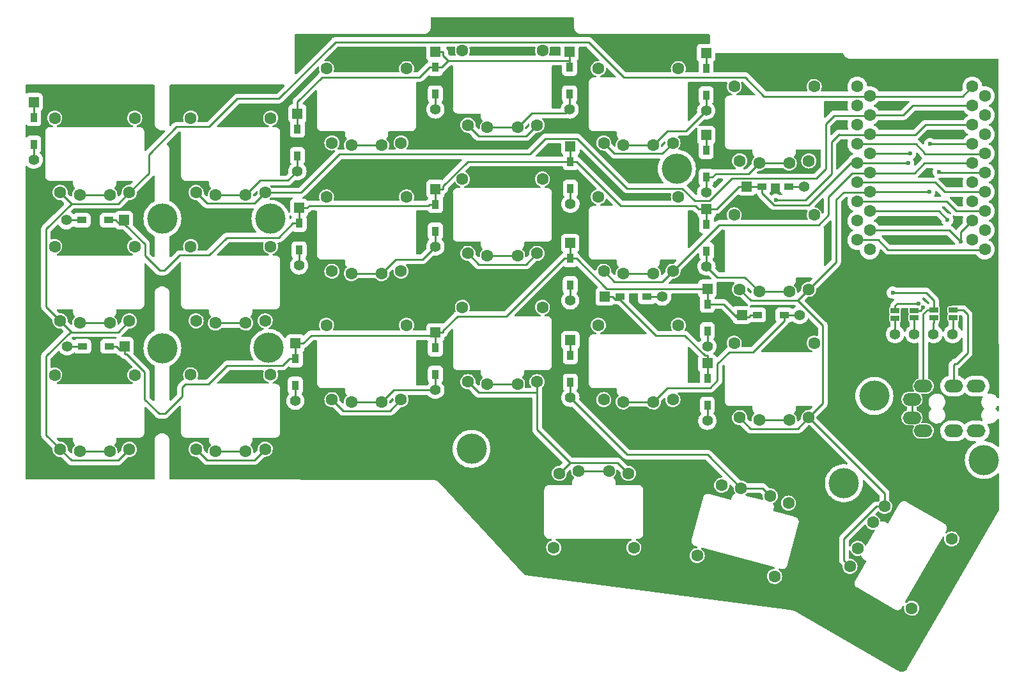
<source format=gtl>
G04 #@! TF.GenerationSoftware,KiCad,Pcbnew,(6.0.7)*
G04 #@! TF.CreationDate,2022-09-10T18:50:32+02:00*
G04 #@! TF.ProjectId,chococorne,63686f63-6f63-46f7-926e-652e6b696361,2.1*
G04 #@! TF.SameCoordinates,Original*
G04 #@! TF.FileFunction,Copper,L1,Top*
G04 #@! TF.FilePolarity,Positive*
%FSLAX46Y46*%
G04 Gerber Fmt 4.6, Leading zero omitted, Abs format (unit mm)*
G04 Created by KiCad (PCBNEW (6.0.7)) date 2022-09-10 18:50:32*
%MOMM*%
%LPD*%
G01*
G04 APERTURE LIST*
G04 #@! TA.AperFunction,SMDPad,CuDef*
%ADD10R,0.950000X1.300000*%
G04 #@! TD*
G04 #@! TA.AperFunction,ComponentPad*
%ADD11R,1.397000X1.397000*%
G04 #@! TD*
G04 #@! TA.AperFunction,ComponentPad*
%ADD12C,1.397000*%
G04 #@! TD*
G04 #@! TA.AperFunction,SMDPad,CuDef*
%ADD13R,1.300000X0.950000*%
G04 #@! TD*
G04 #@! TA.AperFunction,ComponentPad*
%ADD14O,2.500000X1.700000*%
G04 #@! TD*
G04 #@! TA.AperFunction,ComponentPad*
%ADD15C,1.600000*%
G04 #@! TD*
G04 #@! TA.AperFunction,SMDPad,CuDef*
%ADD16R,1.143000X0.635000*%
G04 #@! TD*
G04 #@! TA.AperFunction,ComponentPad*
%ADD17C,4.000000*%
G04 #@! TD*
G04 #@! TA.AperFunction,ViaPad*
%ADD18C,0.600000*%
G04 #@! TD*
G04 #@! TA.AperFunction,Conductor*
%ADD19C,0.250000*%
G04 #@! TD*
G04 APERTURE END LIST*
D10*
X94750000Y-62265000D03*
D11*
X94750000Y-60230000D03*
D10*
X94750000Y-65815000D03*
D12*
X94750000Y-67850000D03*
D11*
X113030000Y-52070000D03*
D10*
X113030000Y-54105000D03*
D12*
X113030000Y-59690000D03*
D10*
X113030000Y-57655000D03*
D11*
X130810000Y-52070000D03*
D10*
X130810000Y-54105000D03*
D12*
X130810000Y-59690000D03*
D10*
X130810000Y-57655000D03*
D11*
X148890000Y-52210000D03*
D10*
X148890000Y-54245000D03*
D12*
X148890000Y-59830000D03*
D10*
X148890000Y-57795000D03*
D11*
X148900000Y-63080000D03*
D10*
X148900000Y-65115000D03*
X148900000Y-68665000D03*
D12*
X148900000Y-70700000D03*
D11*
X94980000Y-72730000D03*
D10*
X94980000Y-74765000D03*
D12*
X94980000Y-80350000D03*
D10*
X94980000Y-78315000D03*
X113030000Y-72250000D03*
D11*
X113030000Y-70215000D03*
D10*
X113030000Y-75800000D03*
D12*
X113030000Y-77835000D03*
D11*
X130920000Y-64550000D03*
D10*
X130920000Y-66585000D03*
X130920000Y-70135000D03*
D12*
X130920000Y-72170000D03*
D13*
X156295000Y-69890000D03*
D11*
X154260000Y-69890000D03*
D13*
X159845000Y-69890000D03*
D12*
X161880000Y-69890000D03*
D11*
X148950000Y-72865000D03*
D10*
X148950000Y-74900000D03*
D12*
X148950000Y-80485000D03*
D10*
X148950000Y-78450000D03*
X94480000Y-92700000D03*
D11*
X94480000Y-90665000D03*
D12*
X94480000Y-98285000D03*
D10*
X94480000Y-96250000D03*
D11*
X113030000Y-89215000D03*
D10*
X113030000Y-91250000D03*
X113030000Y-94800000D03*
D12*
X113030000Y-96835000D03*
D11*
X130890000Y-77370000D03*
D10*
X130890000Y-79405000D03*
X130890000Y-82955000D03*
D12*
X130890000Y-84990000D03*
D13*
X155675000Y-86910000D03*
D11*
X153640000Y-86910000D03*
D12*
X161260000Y-86910000D03*
D13*
X159225000Y-86910000D03*
D10*
X149050000Y-85465000D03*
D11*
X149050000Y-83430000D03*
D12*
X149050000Y-91050000D03*
D10*
X149050000Y-89015000D03*
D11*
X135460000Y-84480000D03*
D13*
X137495000Y-84480000D03*
X141045000Y-84480000D03*
D12*
X143080000Y-84480000D03*
D11*
X130910000Y-90260000D03*
D10*
X130910000Y-92295000D03*
X130910000Y-95845000D03*
D12*
X130910000Y-97880000D03*
D10*
X149050000Y-95345000D03*
D11*
X149050000Y-93310000D03*
D12*
X149050000Y-100930000D03*
D10*
X149050000Y-98895000D03*
D14*
X176160000Y-98070000D03*
X176160000Y-100520000D03*
X184660000Y-96320000D03*
X184660000Y-102270000D03*
X181660000Y-102270000D03*
X181660000Y-96320000D03*
X177660000Y-102270000D03*
X177660000Y-96320000D03*
D15*
X90490000Y-70680000D03*
X81330000Y-70680000D03*
X83910000Y-70980000D03*
X87910000Y-70980000D03*
X91210000Y-60830000D03*
X80610000Y-60830000D03*
X108490000Y-64120000D03*
X99330000Y-64120000D03*
X105910000Y-64420000D03*
X101910000Y-64420000D03*
X109210000Y-54270000D03*
X98610000Y-54270000D03*
X126490000Y-61760000D03*
X117330000Y-61760000D03*
X119910000Y-62060000D03*
X123910000Y-62060000D03*
X127210000Y-51910000D03*
X116610000Y-51910000D03*
X135330000Y-64120000D03*
X144490000Y-64120000D03*
X141910000Y-64420000D03*
X137910000Y-64420000D03*
X145210000Y-54270000D03*
X134610000Y-54270000D03*
X162490000Y-66500000D03*
X153330000Y-66500000D03*
X159910000Y-66800000D03*
X155910000Y-66800000D03*
X163210000Y-56650000D03*
X152610000Y-56650000D03*
X90490000Y-87680000D03*
X81330000Y-87680000D03*
X83910000Y-87980000D03*
X87910000Y-87980000D03*
X91210000Y-77830000D03*
X80610000Y-77830000D03*
X108490000Y-81120000D03*
X99330000Y-81120000D03*
X105910000Y-81420000D03*
X101910000Y-81420000D03*
X109210000Y-71270000D03*
X98610000Y-71270000D03*
X126490000Y-78750000D03*
X117330000Y-78750000D03*
X119910000Y-79050000D03*
X123910000Y-79050000D03*
X127210000Y-68900000D03*
X116610000Y-68900000D03*
X135330000Y-81120000D03*
X144490000Y-81120000D03*
X137910000Y-81420000D03*
X141910000Y-81420000D03*
X145210000Y-71270000D03*
X134610000Y-71270000D03*
X153330000Y-83500000D03*
X162490000Y-83500000D03*
X159910000Y-83800000D03*
X155910000Y-83800000D03*
X163210000Y-73650000D03*
X152610000Y-73650000D03*
X90490000Y-104685000D03*
X81330000Y-104685000D03*
X87910000Y-104985000D03*
X83910000Y-104985000D03*
X91210000Y-94835000D03*
X80610000Y-94835000D03*
X99330000Y-98125000D03*
X108490000Y-98125000D03*
X101910000Y-98425000D03*
X105910000Y-98425000D03*
X109210000Y-88275000D03*
X98610000Y-88275000D03*
X117330000Y-95750000D03*
X126490000Y-95750000D03*
X123910000Y-96050000D03*
X119910000Y-96050000D03*
X127210000Y-85900000D03*
X116610000Y-85900000D03*
X135330000Y-98125000D03*
X144490000Y-98125000D03*
X137910000Y-98425000D03*
X141910000Y-98425000D03*
X145210000Y-88275000D03*
X134610000Y-88275000D03*
X153330000Y-100500000D03*
X162490000Y-100500000D03*
X159910000Y-100800000D03*
X155910000Y-100800000D03*
X163210000Y-90650000D03*
X152610000Y-90650000D03*
X129430000Y-107890000D03*
X138590000Y-107890000D03*
X132010000Y-107590000D03*
X136010000Y-107590000D03*
X128710000Y-117740000D03*
X139310000Y-117740000D03*
X159803917Y-111839170D03*
X150956037Y-109468387D03*
X157389474Y-110881639D03*
X153525771Y-109846362D03*
X147711203Y-118796407D03*
X157950016Y-121539889D03*
X172533270Y-112273604D03*
X167953270Y-120206396D03*
X170983463Y-114357949D03*
X168983463Y-117822051D03*
X176123621Y-125754935D03*
X181423621Y-116575065D03*
D11*
X71770000Y-74350000D03*
D13*
X69735000Y-74350000D03*
D12*
X64150000Y-74350000D03*
D13*
X66185000Y-74350000D03*
D11*
X71860000Y-91050000D03*
D13*
X69825000Y-91050000D03*
D12*
X64240000Y-91050000D03*
D13*
X66275000Y-91050000D03*
D15*
X63330000Y-87680000D03*
X72490000Y-87680000D03*
X69910000Y-87980000D03*
X65910000Y-87980000D03*
X73210000Y-77830000D03*
X62610000Y-77830000D03*
X63330000Y-104700000D03*
X72490000Y-104700000D03*
X69910000Y-105000000D03*
X65910000Y-105000000D03*
X73210000Y-94850000D03*
X62610000Y-94850000D03*
X72490000Y-70680000D03*
X63330000Y-70680000D03*
X69910000Y-70980000D03*
X65910000Y-70980000D03*
X73210000Y-60830000D03*
X62610000Y-60830000D03*
D16*
X179070000Y-86279620D03*
X179070000Y-87280380D03*
D12*
X173930000Y-89440000D03*
X176470000Y-89440000D03*
X179010000Y-89440000D03*
X181550000Y-89440000D03*
D16*
X176470000Y-86299620D03*
X176470000Y-87300380D03*
X173930000Y-86329620D03*
X173930000Y-87330380D03*
X181640000Y-86270020D03*
X181640000Y-87270780D03*
D17*
X171180000Y-97630000D03*
X185680000Y-106130000D03*
D11*
X59820000Y-58710000D03*
D10*
X59820000Y-60745000D03*
D12*
X59820000Y-66330000D03*
D10*
X59820000Y-64295000D03*
D17*
X91180000Y-74180000D03*
X145020000Y-67520000D03*
X76870000Y-74150000D03*
X117820000Y-104650000D03*
X167140000Y-109200000D03*
X76870000Y-91290000D03*
X90950000Y-91280000D03*
D15*
X184150000Y-56642000D03*
X184150000Y-59182000D03*
X184150000Y-61722000D03*
X184150000Y-64262000D03*
X184150000Y-66802000D03*
X184150000Y-69342000D03*
X184150000Y-71882000D03*
X184150000Y-74422000D03*
X184150000Y-76962000D03*
X168910000Y-76962000D03*
X168910000Y-74422000D03*
X168910000Y-71882000D03*
X168910000Y-69342000D03*
X168910000Y-66802000D03*
X168910000Y-64262000D03*
X168910000Y-61722000D03*
X168910000Y-56642000D03*
X168910000Y-59182000D03*
X170561000Y-57912000D03*
X170561000Y-60452000D03*
X170561000Y-62992000D03*
X170561000Y-65532000D03*
X170561000Y-68072000D03*
X170561000Y-70612000D03*
X170561000Y-73152000D03*
X170561000Y-75692000D03*
X170561000Y-78232000D03*
X185801000Y-78232000D03*
X185801000Y-75692000D03*
X185801000Y-73152000D03*
X185801000Y-70612000D03*
X185801000Y-68072000D03*
X185801000Y-65532000D03*
X185801000Y-62992000D03*
X185801000Y-57912000D03*
X185801000Y-60452000D03*
D18*
X179705000Y-67945000D03*
X175641000Y-66802000D03*
X173609000Y-83947000D03*
X158132400Y-71672000D03*
X178562000Y-64262000D03*
X175895000Y-65532000D03*
X178435000Y-70612000D03*
X182626000Y-77216000D03*
X177587000Y-85945400D03*
X180848000Y-74295000D03*
X176995400Y-85364700D03*
D19*
X177800000Y-65405000D02*
X177800000Y-65532000D01*
X113030000Y-54105000D02*
X112229700Y-54105000D01*
X113030000Y-52070000D02*
X114053800Y-52070000D01*
X94750000Y-58653300D02*
X94750000Y-60230000D01*
X130810000Y-53207100D02*
X130810000Y-53093800D01*
X130810000Y-53319800D02*
X130810000Y-53284600D01*
X112229700Y-54105000D02*
X110939300Y-55395400D01*
X130810000Y-54105000D02*
X130810000Y-53319800D01*
X114728200Y-53207100D02*
X130810000Y-53207100D01*
X168910000Y-64262000D02*
X176657000Y-64262000D01*
X177800000Y-65532000D02*
X177819000Y-65551000D01*
X130810000Y-53284600D02*
X130810000Y-53207100D01*
X130810000Y-52070000D02*
X130810000Y-53093800D01*
X148900000Y-65115000D02*
X148900000Y-63080000D01*
X114053800Y-52532700D02*
X114053800Y-52070000D01*
X176657000Y-64262000D02*
X177800000Y-65405000D01*
X110939300Y-55395400D02*
X98007900Y-55395400D01*
X59820000Y-60745000D02*
X59820000Y-58710000D01*
X114728200Y-53207100D02*
X114053800Y-52532700D01*
X177819000Y-65551000D02*
X185420000Y-65551000D01*
X98007900Y-55395400D02*
X94750000Y-58653300D01*
X114728200Y-53207100D02*
X113830300Y-54105000D01*
X113030000Y-54105000D02*
X113830300Y-54105000D01*
X94750000Y-62265000D02*
X94750000Y-60230000D01*
X148890000Y-54245000D02*
X148890000Y-52210000D01*
X156295000Y-70767000D02*
X157887700Y-72359700D01*
X113030000Y-70215000D02*
X113030000Y-72250000D01*
X85385500Y-76658800D02*
X83054500Y-78989800D01*
X162463300Y-72359700D02*
X168021000Y-66802000D01*
X117299900Y-66585000D02*
X114053800Y-69831100D01*
X130920000Y-66585000D02*
X117299900Y-66585000D01*
X147926200Y-72865000D02*
X147491100Y-72429900D01*
X148950000Y-72865000D02*
X147926200Y-72865000D01*
X168910000Y-66802000D02*
X175641000Y-66802000D01*
X148950000Y-74900000D02*
X148950000Y-72865000D01*
X130920000Y-66585000D02*
X131720300Y-66585000D01*
X112049900Y-72429800D02*
X96304000Y-72429800D01*
X94980000Y-74765000D02*
X94179700Y-74765000D01*
X130920000Y-66585000D02*
X130920000Y-64550000D01*
X71886600Y-74861900D02*
X71770000Y-74861900D01*
X71222200Y-74861900D02*
X70710300Y-74350000D01*
X112229700Y-72250000D02*
X112049900Y-72429800D01*
X162402700Y-72359700D02*
X162433000Y-72390000D01*
X92285900Y-76658800D02*
X85385500Y-76658800D01*
X147491100Y-72429900D02*
X137565200Y-72429900D01*
X74544600Y-79045300D02*
X74544600Y-77519900D01*
X113030000Y-70215000D02*
X114053800Y-70215000D01*
X77152500Y-81002000D02*
X76501300Y-81002000D01*
X168021000Y-66802000D02*
X168910000Y-66802000D01*
X71770000Y-74861900D02*
X71222200Y-74861900D01*
X156295000Y-69890000D02*
X154260000Y-69890000D01*
X96304000Y-72429800D02*
X96003800Y-72730000D01*
X162402700Y-72359700D02*
X162463300Y-72359700D01*
X154260000Y-69890000D02*
X153236200Y-69890000D01*
X148950000Y-72865000D02*
X150261200Y-72865000D01*
X137565200Y-72429900D02*
X131720300Y-66585000D01*
X94980000Y-74765000D02*
X94980000Y-72730000D01*
X76501300Y-81002000D02*
X74544600Y-79045300D01*
X83054500Y-78989800D02*
X79164700Y-78989800D01*
X71770000Y-74350000D02*
X71770000Y-74861900D01*
X156295000Y-69890000D02*
X156295000Y-70767000D01*
X114053800Y-69831100D02*
X114053800Y-70215000D01*
X179832000Y-68072000D02*
X185801000Y-68072000D01*
X79164700Y-78989800D02*
X77152500Y-81002000D01*
X74544600Y-77519900D02*
X71886600Y-74861900D01*
X69735000Y-74350000D02*
X70710300Y-74350000D01*
X157887700Y-72359700D02*
X162402700Y-72359700D01*
X94179700Y-74765000D02*
X92285900Y-76658800D01*
X150261200Y-72865000D02*
X153236200Y-69890000D01*
X113030000Y-72250000D02*
X112229700Y-72250000D01*
X179705000Y-67945000D02*
X179832000Y-68072000D01*
X94980000Y-72730000D02*
X96003800Y-72730000D01*
X93504300Y-69095700D02*
X89794300Y-69095700D01*
X94750000Y-67850000D02*
X93504300Y-69095700D01*
X94750000Y-65815000D02*
X94750000Y-67850000D01*
X87910000Y-70980000D02*
X83910000Y-70980000D01*
X89794300Y-69095700D02*
X87910000Y-70980000D01*
X130890000Y-79405000D02*
X130890000Y-77370000D01*
X115953100Y-87059800D02*
X114053800Y-88959100D01*
X94480000Y-92700000D02*
X94480000Y-90665000D01*
X76437000Y-99984400D02*
X74534600Y-98082000D01*
X77179300Y-99984400D02*
X76437000Y-99984400D01*
X94480000Y-90665000D02*
X95503800Y-90665000D01*
X155675000Y-86910000D02*
X154699700Y-86910000D01*
X154699700Y-87100100D02*
X154626600Y-87173200D01*
X149050000Y-85465000D02*
X151171200Y-85465000D01*
X153640000Y-86910000D02*
X152616200Y-86910000D01*
X71312200Y-91561900D02*
X70800300Y-91050000D01*
X71860000Y-91050000D02*
X71860000Y-91561900D01*
X113030000Y-89215000D02*
X114053800Y-89215000D01*
X130890000Y-79405000D02*
X131690300Y-79405000D01*
X151171200Y-85465000D02*
X152616200Y-86910000D01*
X79484600Y-97679100D02*
X77179300Y-99984400D01*
X82979600Y-96069700D02*
X79943200Y-96069700D01*
X96553900Y-89614900D02*
X95503800Y-90665000D01*
X74534600Y-94492500D02*
X72115900Y-92073800D01*
X168910000Y-69342000D02*
X179197000Y-69342000D01*
X179197000Y-69342000D02*
X180467000Y-70612000D01*
X149050000Y-83430000D02*
X135715300Y-83430000D01*
X79484600Y-96528300D02*
X79484600Y-97679100D01*
X130890000Y-79405000D02*
X130089700Y-79405000D01*
X79943200Y-96069700D02*
X79484600Y-96528300D01*
X69825000Y-91050000D02*
X70800300Y-91050000D01*
X122434900Y-87059800D02*
X115953100Y-87059800D01*
X71860000Y-91561900D02*
X71860000Y-92073800D01*
X114053800Y-88959100D02*
X114053800Y-89215000D01*
X154626600Y-87173200D02*
X152879400Y-87173200D01*
X113030000Y-89614900D02*
X96553900Y-89614900D01*
X113030000Y-89614900D02*
X113030000Y-89215000D01*
X152879400Y-87173200D02*
X152616200Y-86910000D01*
X71860000Y-91561900D02*
X71312200Y-91561900D01*
X113030000Y-91250000D02*
X113030000Y-89614900D01*
X180467000Y-70612000D02*
X185801000Y-70612000D01*
X135715300Y-83430000D02*
X131690300Y-79405000D01*
X93679700Y-92700000D02*
X92774300Y-93605400D01*
X92774300Y-93605400D02*
X85443900Y-93605400D01*
X94480000Y-92700000D02*
X93679700Y-92700000D01*
X154699700Y-86910000D02*
X154699700Y-87100100D01*
X85443900Y-93605400D02*
X82979600Y-96069700D01*
X130089700Y-79405000D02*
X122434900Y-87059800D01*
X72115900Y-92073800D02*
X71860000Y-92073800D01*
X74534600Y-98082000D02*
X74534600Y-94492500D01*
X149050000Y-85465000D02*
X149050000Y-83430000D01*
X113030000Y-59690000D02*
X113030000Y-57655000D01*
X105910000Y-64420000D02*
X101910000Y-64420000D01*
X135460000Y-84480000D02*
X136483800Y-84480000D01*
X181991000Y-73152000D02*
X185801000Y-73152000D01*
X148710500Y-92286200D02*
X146073900Y-89649600D01*
X137495000Y-84480000D02*
X137495000Y-84880100D01*
X149050000Y-93310000D02*
X149050000Y-92286200D01*
X149050000Y-92286200D02*
X148710500Y-92286200D01*
X180721000Y-71882000D02*
X181991000Y-73152000D01*
X168910000Y-71882000D02*
X180721000Y-71882000D01*
X137495000Y-84880100D02*
X136883900Y-84880100D01*
X146073900Y-89649600D02*
X142264500Y-89649600D01*
X149050000Y-95345000D02*
X149050000Y-93310000D01*
X130910000Y-92295000D02*
X130910000Y-90260000D01*
X136883900Y-84880100D02*
X136483800Y-84480000D01*
X142264500Y-89649600D02*
X137495000Y-84880100D01*
X125794300Y-60175700D02*
X123910000Y-62060000D01*
X130810000Y-59690000D02*
X130324300Y-60175700D01*
X130324300Y-60175700D02*
X125794300Y-60175700D01*
X130810000Y-59690000D02*
X130810000Y-57655000D01*
X123910000Y-62060000D02*
X119910000Y-62060000D01*
X146184300Y-62535700D02*
X143794300Y-62535700D01*
X143794300Y-62535700D02*
X141910000Y-64420000D01*
X148890000Y-57795000D02*
X148890000Y-59830000D01*
X148890000Y-59830000D02*
X146184300Y-62535700D01*
X141910000Y-64420000D02*
X137910000Y-64420000D01*
X155910000Y-66800000D02*
X154495300Y-68214700D01*
X148900000Y-68665000D02*
X149700300Y-68665000D01*
X150150600Y-68214700D02*
X149700300Y-68665000D01*
X154495300Y-68214700D02*
X150150600Y-68214700D01*
X159910000Y-66800000D02*
X155910000Y-66800000D01*
X148900000Y-70700000D02*
X148900000Y-68665000D01*
X87910000Y-87980000D02*
X83910000Y-87980000D01*
X94980000Y-80350000D02*
X94980000Y-78315000D01*
X107794300Y-79535700D02*
X105910000Y-81420000D01*
X111329300Y-79535700D02*
X107794300Y-79535700D01*
X113030000Y-77835000D02*
X113030000Y-75800000D01*
X113030000Y-77835000D02*
X111329300Y-79535700D01*
X105910000Y-81420000D02*
X101910000Y-81420000D01*
X123910000Y-79050000D02*
X119910000Y-79050000D01*
X130920000Y-72170000D02*
X130920000Y-70135000D01*
X141910000Y-81420000D02*
X137910000Y-81420000D01*
X161880000Y-69890000D02*
X159845000Y-69890000D01*
X148950000Y-80485000D02*
X150380700Y-81915700D01*
X154025700Y-81915700D02*
X155910000Y-83800000D01*
X159910000Y-83800000D02*
X155910000Y-83800000D01*
X150380700Y-81915700D02*
X154025700Y-81915700D01*
X148950000Y-80485000D02*
X148950000Y-78450000D01*
X87910000Y-104985000D02*
X83910000Y-104985000D01*
X94480000Y-98285000D02*
X94480000Y-96250000D01*
X105910000Y-98425000D02*
X101910000Y-98425000D01*
X107500000Y-96835000D02*
X105910000Y-98425000D01*
X113030000Y-96835000D02*
X107500000Y-96835000D01*
X113030000Y-96835000D02*
X113030000Y-94800000D01*
X130890000Y-84990000D02*
X130890000Y-82955000D01*
X123910000Y-96050000D02*
X119910000Y-96050000D01*
X161260000Y-86910000D02*
X159225000Y-86910000D01*
X151965600Y-91809800D02*
X150392900Y-93382500D01*
X159225000Y-86910000D02*
X159225000Y-87710300D01*
X159225000Y-87710300D02*
X155125500Y-91809800D01*
X155125500Y-91809800D02*
X151965600Y-91809800D01*
X150392900Y-93382500D02*
X150392900Y-95592000D01*
X149444200Y-96540700D02*
X143794300Y-96540700D01*
X137910000Y-98425000D02*
X141910000Y-98425000D01*
X150392900Y-95592000D02*
X149444200Y-96540700D01*
X143794300Y-96540700D02*
X141910000Y-98425000D01*
X149050000Y-91050000D02*
X149050000Y-89015000D01*
X155910000Y-100800000D02*
X159910000Y-100800000D01*
X143080000Y-84480000D02*
X141045000Y-84480000D01*
X132010000Y-107590000D02*
X136010000Y-107590000D01*
X156354197Y-109846362D02*
X157389474Y-110881639D01*
X149089409Y-105410000D02*
X153525771Y-109846362D01*
X130910000Y-97880000D02*
X138440000Y-105410000D01*
X130910000Y-97880000D02*
X130910000Y-95845000D01*
X153525771Y-109846362D02*
X156354197Y-109846362D01*
X138440000Y-105410000D02*
X149089409Y-105410000D01*
X149050000Y-100930000D02*
X149050000Y-98895000D01*
X182917020Y-86270020D02*
X183515000Y-86868000D01*
X183515000Y-91948000D02*
X182118000Y-93345000D01*
X181660000Y-93549000D02*
X181660000Y-96320000D01*
X181864000Y-93345000D02*
X181660000Y-93549000D01*
X181640000Y-86270020D02*
X182917020Y-86270020D01*
X183515000Y-86868000D02*
X183515000Y-91948000D01*
X182118000Y-93345000D02*
X181864000Y-93345000D01*
X177660000Y-86792800D02*
X178173200Y-86279600D01*
X179070000Y-84963000D02*
X179070000Y-86279620D01*
X179070000Y-86279600D02*
X178173200Y-86279600D01*
X177660000Y-96320000D02*
X177660000Y-86792800D01*
X173609000Y-83947000D02*
X178054000Y-83947000D01*
X178054000Y-83947000D02*
X179070000Y-84963000D01*
X182861000Y-57931000D02*
X184150000Y-56642000D01*
X70994800Y-89175200D02*
X64825200Y-89175200D01*
X92294400Y-58230600D02*
X86813700Y-58230600D01*
X63030000Y-104400000D02*
X63330000Y-104700000D01*
X64825200Y-89175200D02*
X64735300Y-89085200D01*
X99779600Y-50745400D02*
X92294400Y-58230600D01*
X71001400Y-72168600D02*
X64818600Y-72168600D01*
X64735300Y-89085200D02*
X63330000Y-87680000D01*
X72490000Y-70680000D02*
X71001400Y-72168600D01*
X170180000Y-57931000D02*
X182861000Y-57931000D01*
X170180000Y-57931000D02*
X156580200Y-57931000D01*
X75071500Y-65652400D02*
X75071500Y-68098500D01*
X83054500Y-61989800D02*
X78734100Y-61989800D01*
X61454700Y-92365800D02*
X61454700Y-102824600D01*
X75071500Y-68098500D02*
X72490000Y-70680000D01*
X63330000Y-104700000D02*
X64809100Y-106179100D01*
X61454700Y-85804700D02*
X63330000Y-87680000D01*
X71010900Y-106179100D02*
X72490000Y-104700000D01*
X72490000Y-87680000D02*
X70994800Y-89175200D01*
X61454700Y-102824600D02*
X63030000Y-104399900D01*
X64809100Y-106179100D02*
X71010900Y-106179100D01*
X63030000Y-104399900D02*
X63030000Y-104400000D01*
X133319800Y-50745400D02*
X99779600Y-50745400D01*
X154044600Y-55395400D02*
X137969800Y-55395400D01*
X64735300Y-89085200D02*
X61454700Y-92365800D01*
X64818600Y-72168600D02*
X63330000Y-70680000D01*
X156580200Y-57931000D02*
X154044600Y-55395400D01*
X78734100Y-61989800D02*
X75071500Y-65652400D01*
X61454700Y-75532500D02*
X61454700Y-85804700D01*
X137969800Y-55395400D02*
X133319800Y-50745400D01*
X86813700Y-58230600D02*
X83054500Y-61989800D01*
X64818600Y-72168600D02*
X61454700Y-75532500D01*
X138402600Y-70126700D02*
X145742500Y-70126700D01*
X147383800Y-71768000D02*
X149314800Y-71768000D01*
X90490000Y-70680000D02*
X95238500Y-70680000D01*
X164719000Y-61595000D02*
X165843000Y-60471000D01*
X170561000Y-60452000D02*
X175006000Y-60452000D01*
X81330000Y-70680000D02*
X82770300Y-72120300D01*
X81330000Y-104685000D02*
X82758600Y-106113600D01*
X175006000Y-60452000D02*
X176276000Y-59182000D01*
X89061400Y-106113600D02*
X90490000Y-104685000D01*
X82770300Y-72120300D02*
X89049700Y-72120300D01*
X165843000Y-60471000D02*
X170180000Y-60471000D01*
X95238500Y-70680000D02*
X100308900Y-65609600D01*
X164719000Y-67564000D02*
X164719000Y-61595000D01*
X149314800Y-71768000D02*
X152266800Y-68816000D01*
X82758600Y-106113600D02*
X89061400Y-106113600D01*
X89049700Y-72120300D02*
X90490000Y-70680000D01*
X163467000Y-68816000D02*
X164719000Y-67564000D01*
X145742500Y-70126700D02*
X147383800Y-71768000D01*
X131802000Y-63526100D02*
X138402600Y-70126700D01*
X100308900Y-65609600D02*
X125531900Y-65609600D01*
X176276000Y-59182000D02*
X184150000Y-59182000D01*
X125531900Y-65609600D02*
X127615400Y-63526100D01*
X152266800Y-68816000D02*
X163467000Y-68816000D01*
X127615400Y-63526100D02*
X131802000Y-63526100D01*
X166497000Y-62992000D02*
X166516000Y-63011000D01*
X162008000Y-71672000D02*
X165481000Y-68199000D01*
X177927000Y-61722000D02*
X184150000Y-61722000D01*
X100803100Y-99598100D02*
X99330000Y-98125000D01*
X166516000Y-63011000D02*
X170180000Y-63011000D01*
X165481000Y-68199000D02*
X165481000Y-64008000D01*
X158132400Y-71672000D02*
X162008000Y-71672000D01*
X165481000Y-64008000D02*
X166497000Y-62992000D01*
X176638000Y-63011000D02*
X177927000Y-61722000D01*
X108490000Y-98125000D02*
X107016900Y-99598100D01*
X170180000Y-63011000D02*
X176638000Y-63011000D01*
X107016900Y-99598100D02*
X100803100Y-99598100D01*
X137160400Y-106460400D02*
X130859600Y-106460400D01*
X117330000Y-78750000D02*
X118816200Y-80236200D01*
X130859600Y-106460400D02*
X129430000Y-107890000D01*
X118816200Y-80236200D02*
X125003800Y-80236200D01*
X126490000Y-102090800D02*
X130859600Y-106460400D01*
X117330000Y-95750000D02*
X118788800Y-97208800D01*
X138590000Y-107890000D02*
X137160400Y-106460400D01*
X170561000Y-65532000D02*
X175895000Y-65532000D01*
X118788800Y-97208800D02*
X126490000Y-97208800D01*
X126490000Y-97208800D02*
X126490000Y-95750000D01*
X178562000Y-64262000D02*
X184150000Y-64262000D01*
X125003800Y-80236200D02*
X126490000Y-78750000D01*
X126490000Y-61760000D02*
X125035200Y-63214800D01*
X125035200Y-63214800D02*
X118784800Y-63214800D01*
X126490000Y-97208800D02*
X126490000Y-102090800D01*
X118784800Y-63214800D02*
X117330000Y-61760000D01*
X136755400Y-65545400D02*
X143064600Y-65545400D01*
X136768100Y-82558100D02*
X135330000Y-81120000D01*
X143051900Y-82558100D02*
X136768100Y-82558100D01*
X163785000Y-74975000D02*
X165100000Y-73660000D01*
X144490000Y-81120000D02*
X150635000Y-74975000D01*
X143064600Y-65545400D02*
X144490000Y-64120000D01*
X177800000Y-66802000D02*
X184150000Y-66802000D01*
X135330000Y-64120000D02*
X136755400Y-65545400D01*
X170180000Y-68091000D02*
X176511000Y-68091000D01*
X150635000Y-74975000D02*
X163785000Y-74975000D01*
X176511000Y-68091000D02*
X177800000Y-66802000D01*
X165100000Y-73660000D02*
X165100000Y-71247000D01*
X168256000Y-68091000D02*
X170180000Y-68091000D01*
X165100000Y-71247000D02*
X168256000Y-68091000D01*
X144490000Y-81120000D02*
X143051900Y-82558100D01*
X162490000Y-100500000D02*
X161034600Y-101955400D01*
X162490000Y-83500000D02*
X161013000Y-84977000D01*
X170561000Y-70612000D02*
X178435000Y-70612000D01*
X161034600Y-101955400D02*
X154785400Y-101955400D01*
X164344000Y-98646000D02*
X162490000Y-100500000D01*
X164344000Y-88308000D02*
X164344000Y-98646000D01*
X161013000Y-84977000D02*
X154807000Y-84977000D01*
X172533270Y-112273604D02*
X171401900Y-112273604D01*
X166116000Y-71628000D02*
X167113000Y-70631000D01*
X167153271Y-119406397D02*
X167953270Y-120206396D01*
X167113000Y-70631000D02*
X170180000Y-70631000D01*
X161013000Y-84977000D02*
X164344000Y-88308000D01*
X166116000Y-79874000D02*
X166116000Y-71628000D01*
X171401900Y-112273604D02*
X167153271Y-116522233D01*
X154807000Y-84977000D02*
X153330000Y-83500000D01*
X172533270Y-110543270D02*
X172533270Y-112273604D01*
X162490000Y-83500000D02*
X166116000Y-79874000D01*
X167153271Y-116522233D02*
X167153271Y-119406397D01*
X154785400Y-101955400D02*
X153330000Y-100500000D01*
X162490000Y-100500000D02*
X172533270Y-110543270D01*
X171704000Y-76962000D02*
X168910000Y-76962000D01*
X185420000Y-78251000D02*
X172993000Y-78251000D01*
X172993000Y-78251000D02*
X171704000Y-76962000D01*
X177366800Y-86299600D02*
X177366800Y-86165600D01*
X182626000Y-75946000D02*
X184150000Y-74422000D01*
X177366800Y-86165600D02*
X177587000Y-85945400D01*
X181102000Y-75692000D02*
X170561000Y-75692000D01*
X182626000Y-77216000D02*
X182626000Y-75946000D01*
X182626000Y-77216000D02*
X181102000Y-75692000D01*
X176470000Y-86299600D02*
X177366800Y-86299600D01*
X174252100Y-85364700D02*
X173930000Y-85686800D01*
X170561000Y-73152000D02*
X179705000Y-73152000D01*
X173930000Y-86329600D02*
X173930000Y-85686800D01*
X179705000Y-73152000D02*
X180848000Y-74295000D01*
X176995400Y-85364700D02*
X174252100Y-85364700D01*
X173930000Y-89440000D02*
X173930000Y-87330400D01*
X176470000Y-89440000D02*
X176470000Y-87300400D01*
X181550000Y-89440000D02*
X181640000Y-89350000D01*
X181640000Y-89350000D02*
X181640000Y-87270800D01*
X179070000Y-87923200D02*
X179010000Y-87983200D01*
X179070000Y-87280400D02*
X179070000Y-87923200D01*
X179010000Y-87983200D02*
X179010000Y-89440000D01*
X59820000Y-66330000D02*
X59820000Y-64295000D01*
X69910000Y-70980000D02*
X65910000Y-70980000D01*
X69910000Y-87980000D02*
X65910000Y-87980000D01*
X64150000Y-74350000D02*
X66185000Y-74350000D01*
X64240000Y-91050000D02*
X66275000Y-91050000D01*
X65910000Y-105000000D02*
X69910000Y-105000000D01*
X176160000Y-100520000D02*
X176160000Y-98070000D01*
G04 #@! TA.AperFunction,NonConductor*
G36*
X129545121Y-51398902D02*
G01*
X129591614Y-51452558D01*
X129603000Y-51504900D01*
X129603000Y-52447600D01*
X129582998Y-52515721D01*
X129529342Y-52562214D01*
X129477000Y-52573600D01*
X128200230Y-52573600D01*
X128132109Y-52553598D01*
X128085616Y-52499942D01*
X128075512Y-52429668D01*
X128090674Y-52385363D01*
X128125378Y-52324272D01*
X128128425Y-52318909D01*
X128190358Y-52132732D01*
X128214949Y-51938071D01*
X128215251Y-51916424D01*
X128215292Y-51913523D01*
X128215292Y-51913519D01*
X128215341Y-51910000D01*
X128196194Y-51714728D01*
X128194413Y-51708829D01*
X128194412Y-51708824D01*
X128143839Y-51541318D01*
X128143298Y-51470323D01*
X128181226Y-51410306D01*
X128245580Y-51380323D01*
X128264461Y-51378900D01*
X129477000Y-51378900D01*
X129545121Y-51398902D01*
G37*
G04 #@! TD.AperFunction*
G04 #@! TA.AperFunction,NonConductor*
G36*
X126224761Y-51398902D02*
G01*
X126271254Y-51452558D01*
X126281358Y-51522832D01*
X126276742Y-51542999D01*
X126228490Y-51695108D01*
X126226628Y-51700978D01*
X126204757Y-51895963D01*
X126221175Y-52091483D01*
X126275258Y-52280091D01*
X126331748Y-52390008D01*
X126345095Y-52459736D01*
X126318625Y-52525613D01*
X126260741Y-52566722D01*
X126219681Y-52573600D01*
X117600230Y-52573600D01*
X117532109Y-52553598D01*
X117485616Y-52499942D01*
X117475512Y-52429668D01*
X117490674Y-52385363D01*
X117525378Y-52324272D01*
X117528425Y-52318909D01*
X117590358Y-52132732D01*
X117614949Y-51938071D01*
X117615251Y-51916424D01*
X117615292Y-51913523D01*
X117615292Y-51913519D01*
X117615341Y-51910000D01*
X117596194Y-51714728D01*
X117594413Y-51708829D01*
X117594412Y-51708824D01*
X117543839Y-51541318D01*
X117543298Y-51470323D01*
X117581226Y-51410306D01*
X117645580Y-51380323D01*
X117664461Y-51378900D01*
X126156640Y-51378900D01*
X126224761Y-51398902D01*
G37*
G04 #@! TD.AperFunction*
G04 #@! TA.AperFunction,NonConductor*
G36*
X115624761Y-51398902D02*
G01*
X115671254Y-51452558D01*
X115681358Y-51522832D01*
X115676742Y-51542999D01*
X115628490Y-51695108D01*
X115626628Y-51700978D01*
X115604757Y-51895963D01*
X115621175Y-52091483D01*
X115675258Y-52280091D01*
X115731748Y-52390008D01*
X115745095Y-52459736D01*
X115718625Y-52525613D01*
X115660741Y-52566722D01*
X115619681Y-52573600D01*
X115042795Y-52573600D01*
X114974674Y-52553598D01*
X114953699Y-52536695D01*
X114724204Y-52307199D01*
X114690179Y-52244887D01*
X114687300Y-52218104D01*
X114687300Y-52141793D01*
X114689532Y-52118184D01*
X114689590Y-52117881D01*
X114689590Y-52117877D01*
X114691075Y-52110094D01*
X114687549Y-52054049D01*
X114687300Y-52046138D01*
X114687300Y-52030144D01*
X114685294Y-52014270D01*
X114684551Y-52006402D01*
X114681523Y-51958263D01*
X114681523Y-51958262D01*
X114681025Y-51950350D01*
X114678479Y-51942513D01*
X114673306Y-51919369D01*
X114673268Y-51919065D01*
X114673267Y-51919060D01*
X114672274Y-51911203D01*
X114669358Y-51903838D01*
X114669357Y-51903834D01*
X114651601Y-51858989D01*
X114648929Y-51851570D01*
X114631564Y-51798125D01*
X114627314Y-51791428D01*
X114627150Y-51791169D01*
X114616385Y-51770042D01*
X114616271Y-51769754D01*
X114616268Y-51769749D01*
X114613352Y-51762383D01*
X114608696Y-51755975D01*
X114608693Y-51755969D01*
X114580342Y-51716948D01*
X114575892Y-51710401D01*
X114545800Y-51662982D01*
X114539793Y-51657341D01*
X114524112Y-51639554D01*
X114523934Y-51639309D01*
X114523932Y-51639307D01*
X114519272Y-51632893D01*
X114481910Y-51601984D01*
X114442172Y-51543150D01*
X114440551Y-51472172D01*
X114477560Y-51411585D01*
X114541451Y-51380625D01*
X114562226Y-51378900D01*
X115556640Y-51378900D01*
X115624761Y-51398902D01*
G37*
G04 #@! TD.AperFunction*
G04 #@! TA.AperFunction,NonConductor*
G36*
X111765121Y-51398902D02*
G01*
X111811614Y-51452558D01*
X111823000Y-51504900D01*
X111823000Y-52816634D01*
X111829755Y-52878816D01*
X111880885Y-53015205D01*
X111968239Y-53131761D01*
X112021356Y-53171570D01*
X112063871Y-53228429D01*
X112068897Y-53299248D01*
X112063774Y-53316624D01*
X112056465Y-53336122D01*
X112053255Y-53344684D01*
X112046500Y-53406866D01*
X112046500Y-53410283D01*
X112046318Y-53413646D01*
X112022663Y-53480586D01*
X111975711Y-53518319D01*
X111976104Y-53518983D01*
X111971487Y-53521713D01*
X111971481Y-53521718D01*
X111969285Y-53523016D01*
X111969279Y-53523019D01*
X111958668Y-53529294D01*
X111940918Y-53537990D01*
X111929456Y-53542528D01*
X111929451Y-53542531D01*
X111922083Y-53545448D01*
X111905251Y-53557677D01*
X111886325Y-53571427D01*
X111876407Y-53577943D01*
X111857719Y-53588995D01*
X111838337Y-53600458D01*
X111824013Y-53614782D01*
X111808981Y-53627621D01*
X111792593Y-53639528D01*
X111764412Y-53673593D01*
X111756422Y-53682373D01*
X110713800Y-54724995D01*
X110651488Y-54759021D01*
X110624705Y-54761900D01*
X110275521Y-54761900D01*
X110207400Y-54741898D01*
X110160907Y-54688242D01*
X110150803Y-54617968D01*
X110155963Y-54596129D01*
X110188410Y-54498588D01*
X110188411Y-54498584D01*
X110190358Y-54492732D01*
X110214949Y-54298071D01*
X110215341Y-54270000D01*
X110196194Y-54074728D01*
X110194413Y-54068829D01*
X110194412Y-54068824D01*
X110141265Y-53892793D01*
X110139484Y-53886894D01*
X110047370Y-53713653D01*
X109923361Y-53561602D01*
X109772180Y-53436535D01*
X109599585Y-53343213D01*
X109457557Y-53299248D01*
X109418039Y-53287015D01*
X109418036Y-53287014D01*
X109412152Y-53285193D01*
X109406027Y-53284549D01*
X109406026Y-53284549D01*
X109223147Y-53265327D01*
X109223146Y-53265327D01*
X109217019Y-53264683D01*
X109094383Y-53275844D01*
X109027759Y-53281907D01*
X109027758Y-53281907D01*
X109021618Y-53282466D01*
X109015704Y-53284207D01*
X109015702Y-53284207D01*
X108964598Y-53299248D01*
X108833393Y-53337864D01*
X108827928Y-53340721D01*
X108664972Y-53425912D01*
X108664968Y-53425915D01*
X108659512Y-53428767D01*
X108654712Y-53432627D01*
X108654711Y-53432627D01*
X108624865Y-53456624D01*
X108506600Y-53551711D01*
X108380480Y-53702016D01*
X108377516Y-53707408D01*
X108377513Y-53707412D01*
X108309254Y-53831575D01*
X108285956Y-53873954D01*
X108226628Y-54060978D01*
X108204757Y-54255963D01*
X108221175Y-54451483D01*
X108222872Y-54457402D01*
X108222873Y-54457406D01*
X108264097Y-54601170D01*
X108263646Y-54672165D01*
X108224885Y-54731646D01*
X108160118Y-54760729D01*
X108142978Y-54761900D01*
X99675521Y-54761900D01*
X99607400Y-54741898D01*
X99560907Y-54688242D01*
X99550803Y-54617968D01*
X99555963Y-54596129D01*
X99588410Y-54498588D01*
X99588411Y-54498584D01*
X99590358Y-54492732D01*
X99614949Y-54298071D01*
X99615341Y-54270000D01*
X99596194Y-54074728D01*
X99594413Y-54068829D01*
X99594412Y-54068824D01*
X99541265Y-53892793D01*
X99539484Y-53886894D01*
X99447370Y-53713653D01*
X99323361Y-53561602D01*
X99172180Y-53436535D01*
X98999585Y-53343213D01*
X98857557Y-53299248D01*
X98818039Y-53287015D01*
X98818036Y-53287014D01*
X98812152Y-53285193D01*
X98806027Y-53284549D01*
X98806026Y-53284549D01*
X98623147Y-53265327D01*
X98623146Y-53265327D01*
X98617019Y-53264683D01*
X98499970Y-53275335D01*
X98456724Y-53279271D01*
X98387070Y-53265526D01*
X98335906Y-53216305D01*
X98319475Y-53147236D01*
X98342993Y-53080248D01*
X98356209Y-53064695D01*
X100005099Y-51415805D01*
X100067411Y-51381779D01*
X100094194Y-51378900D01*
X111697000Y-51378900D01*
X111765121Y-51398902D01*
G37*
G04 #@! TD.AperFunction*
G04 #@! TA.AperFunction,NonConductor*
G36*
X131323141Y-47472522D02*
G01*
X131369634Y-47526178D01*
X131381020Y-47578520D01*
X131381020Y-48640785D01*
X131379274Y-48661685D01*
X131378481Y-48666402D01*
X131375943Y-48681489D01*
X131375791Y-48694041D01*
X131376480Y-48698848D01*
X131376480Y-48698855D01*
X131378737Y-48714610D01*
X131379530Y-48721488D01*
X131392515Y-48869836D01*
X131438195Y-49040290D01*
X131440517Y-49045268D01*
X131440518Y-49045272D01*
X131510445Y-49195215D01*
X131512780Y-49200221D01*
X131614004Y-49344771D01*
X131738791Y-49469548D01*
X131743293Y-49472700D01*
X131878806Y-49567579D01*
X131883349Y-49570760D01*
X132043286Y-49645332D01*
X132048587Y-49646752D01*
X132048592Y-49646754D01*
X132178246Y-49681489D01*
X132213743Y-49690999D01*
X132291300Y-49697781D01*
X132343241Y-49702324D01*
X132353161Y-49703590D01*
X132372186Y-49706790D01*
X132372196Y-49706791D01*
X132376989Y-49707597D01*
X132381853Y-49707656D01*
X132381854Y-49707656D01*
X132382902Y-49707669D01*
X132389541Y-49707749D01*
X132394350Y-49707060D01*
X132394352Y-49707060D01*
X132417157Y-49703793D01*
X132435024Y-49702520D01*
X149265020Y-49702520D01*
X149333141Y-49722522D01*
X149379634Y-49776178D01*
X149391020Y-49828520D01*
X149391020Y-50877000D01*
X149371018Y-50945121D01*
X149317362Y-50991614D01*
X149265020Y-51003000D01*
X148143366Y-51003000D01*
X148081184Y-51009755D01*
X147944795Y-51060885D01*
X147828239Y-51148239D01*
X147740885Y-51264795D01*
X147689755Y-51401184D01*
X147683000Y-51463366D01*
X147683000Y-52956634D01*
X147689755Y-53018816D01*
X147740885Y-53155205D01*
X147828239Y-53271761D01*
X147835419Y-53277142D01*
X147881356Y-53311570D01*
X147923871Y-53368429D01*
X147928897Y-53439248D01*
X147923774Y-53456624D01*
X147913255Y-53484684D01*
X147906500Y-53546866D01*
X147906500Y-54635900D01*
X147886498Y-54704021D01*
X147832842Y-54750514D01*
X147780500Y-54761900D01*
X146275521Y-54761900D01*
X146207400Y-54741898D01*
X146160907Y-54688242D01*
X146150803Y-54617968D01*
X146155963Y-54596129D01*
X146188410Y-54498588D01*
X146188411Y-54498584D01*
X146190358Y-54492732D01*
X146214949Y-54298071D01*
X146215341Y-54270000D01*
X146196194Y-54074728D01*
X146194413Y-54068829D01*
X146194412Y-54068824D01*
X146141265Y-53892793D01*
X146139484Y-53886894D01*
X146047370Y-53713653D01*
X145923361Y-53561602D01*
X145772180Y-53436535D01*
X145599585Y-53343213D01*
X145457557Y-53299248D01*
X145418039Y-53287015D01*
X145418036Y-53287014D01*
X145412152Y-53285193D01*
X145406027Y-53284549D01*
X145406026Y-53284549D01*
X145223147Y-53265327D01*
X145223146Y-53265327D01*
X145217019Y-53264683D01*
X145094383Y-53275844D01*
X145027759Y-53281907D01*
X145027758Y-53281907D01*
X145021618Y-53282466D01*
X145015704Y-53284207D01*
X145015702Y-53284207D01*
X144964598Y-53299248D01*
X144833393Y-53337864D01*
X144827928Y-53340721D01*
X144664972Y-53425912D01*
X144664968Y-53425915D01*
X144659512Y-53428767D01*
X144654712Y-53432627D01*
X144654711Y-53432627D01*
X144624865Y-53456624D01*
X144506600Y-53551711D01*
X144380480Y-53702016D01*
X144377516Y-53707408D01*
X144377513Y-53707412D01*
X144309254Y-53831575D01*
X144285956Y-53873954D01*
X144226628Y-54060978D01*
X144204757Y-54255963D01*
X144221175Y-54451483D01*
X144222872Y-54457402D01*
X144222873Y-54457406D01*
X144264097Y-54601170D01*
X144263646Y-54672165D01*
X144224885Y-54731646D01*
X144160118Y-54760729D01*
X144142978Y-54761900D01*
X138284394Y-54761900D01*
X138216273Y-54741898D01*
X138195299Y-54724995D01*
X136024502Y-52554197D01*
X133823452Y-50353147D01*
X133815912Y-50344861D01*
X133811800Y-50338382D01*
X133762148Y-50291756D01*
X133759307Y-50289002D01*
X133739570Y-50269265D01*
X133736373Y-50266785D01*
X133727351Y-50259080D01*
X133713916Y-50246464D01*
X133695121Y-50228814D01*
X133688175Y-50224995D01*
X133688172Y-50224993D01*
X133677366Y-50219052D01*
X133660847Y-50208201D01*
X133660383Y-50207841D01*
X133644841Y-50195786D01*
X133637572Y-50192641D01*
X133637568Y-50192638D01*
X133604263Y-50178226D01*
X133593613Y-50173009D01*
X133554860Y-50151705D01*
X133535237Y-50146667D01*
X133516534Y-50140263D01*
X133505220Y-50135367D01*
X133505219Y-50135367D01*
X133497945Y-50132219D01*
X133490122Y-50130980D01*
X133490112Y-50130977D01*
X133454276Y-50125301D01*
X133442656Y-50122895D01*
X133407511Y-50113872D01*
X133407510Y-50113872D01*
X133399830Y-50111900D01*
X133379576Y-50111900D01*
X133359865Y-50110349D01*
X133357334Y-50109948D01*
X133339857Y-50107180D01*
X133331965Y-50107926D01*
X133295839Y-50111341D01*
X133283981Y-50111900D01*
X99858363Y-50111900D01*
X99847179Y-50111373D01*
X99839691Y-50109699D01*
X99831768Y-50109948D01*
X99771633Y-50111838D01*
X99767675Y-50111900D01*
X99739744Y-50111900D01*
X99735829Y-50112395D01*
X99735825Y-50112395D01*
X99735767Y-50112403D01*
X99735738Y-50112406D01*
X99723896Y-50113339D01*
X99679710Y-50114727D01*
X99662344Y-50119772D01*
X99660258Y-50120378D01*
X99640906Y-50124386D01*
X99633835Y-50125280D01*
X99620803Y-50126926D01*
X99613434Y-50129843D01*
X99613432Y-50129844D01*
X99579697Y-50143200D01*
X99568469Y-50147045D01*
X99526007Y-50159382D01*
X99519185Y-50163416D01*
X99519179Y-50163419D01*
X99508568Y-50169694D01*
X99490818Y-50178390D01*
X99479356Y-50182928D01*
X99479351Y-50182931D01*
X99471983Y-50185848D01*
X99454570Y-50198499D01*
X99436225Y-50211827D01*
X99426307Y-50218343D01*
X99415063Y-50224993D01*
X99388237Y-50240858D01*
X99373913Y-50255182D01*
X99358881Y-50268021D01*
X99342493Y-50279928D01*
X99314312Y-50313993D01*
X99306322Y-50322773D01*
X94614372Y-55014723D01*
X94552060Y-55048749D01*
X94481245Y-55043684D01*
X94424409Y-55001137D01*
X94399598Y-54934617D01*
X94399277Y-54925417D01*
X94403652Y-52307199D01*
X94407795Y-49828307D01*
X94427911Y-49760222D01*
X94481644Y-49713819D01*
X94533795Y-49702520D01*
X111376285Y-49702520D01*
X111397185Y-49704266D01*
X111412177Y-49706788D01*
X111412182Y-49706788D01*
X111416989Y-49707597D01*
X111429541Y-49707749D01*
X111434356Y-49707059D01*
X111434360Y-49707059D01*
X111450828Y-49704700D01*
X111457699Y-49703907D01*
X111605328Y-49690986D01*
X111775773Y-49645311D01*
X111780754Y-49642988D01*
X111780760Y-49642986D01*
X111930715Y-49573057D01*
X111930717Y-49573056D01*
X111935698Y-49570733D01*
X112010663Y-49518241D01*
X112075733Y-49472678D01*
X112075735Y-49472676D01*
X112080244Y-49469519D01*
X112205019Y-49344744D01*
X112306233Y-49200198D01*
X112308557Y-49195215D01*
X112378486Y-49045260D01*
X112378488Y-49045254D01*
X112380811Y-49040273D01*
X112426486Y-48869828D01*
X112432182Y-48804753D01*
X112437821Y-48740329D01*
X112439088Y-48730410D01*
X112442288Y-48711393D01*
X112442289Y-48711384D01*
X112443095Y-48706593D01*
X112443249Y-48694041D01*
X112439292Y-48666402D01*
X112438020Y-48648545D01*
X112438020Y-47578520D01*
X112458022Y-47510399D01*
X112511678Y-47463906D01*
X112564020Y-47452520D01*
X131255020Y-47452520D01*
X131323141Y-47472522D01*
G37*
G04 #@! TD.AperFunction*
G04 #@! TA.AperFunction,NonConductor*
G36*
X135811691Y-54135737D02*
G01*
X135827958Y-54149463D01*
X136924900Y-55246405D01*
X136958926Y-55308717D01*
X136953861Y-55379532D01*
X136911314Y-55436368D01*
X136844794Y-55461179D01*
X136835805Y-55461500D01*
X134982946Y-55461500D01*
X134914825Y-55441498D01*
X134868332Y-55387842D01*
X134858228Y-55317568D01*
X134887722Y-55252988D01*
X134949060Y-55214142D01*
X134973556Y-55207303D01*
X135148689Y-55118837D01*
X135158617Y-55111081D01*
X135244881Y-55043684D01*
X135303303Y-54998040D01*
X135316323Y-54982957D01*
X135427485Y-54854173D01*
X135427485Y-54854172D01*
X135431509Y-54849511D01*
X135435414Y-54842638D01*
X135498466Y-54731646D01*
X135528425Y-54678909D01*
X135590358Y-54492732D01*
X135614949Y-54298071D01*
X135615341Y-54270000D01*
X135613965Y-54255963D01*
X135613464Y-54250852D01*
X135626724Y-54181104D01*
X135675588Y-54129598D01*
X135744541Y-54112686D01*
X135811691Y-54135737D01*
G37*
G04 #@! TD.AperFunction*
G04 #@! TA.AperFunction,NonConductor*
G36*
X153798127Y-56048902D02*
G01*
X153819101Y-56065805D01*
X155379700Y-57626405D01*
X155413726Y-57688717D01*
X155408661Y-57759533D01*
X155366114Y-57816368D01*
X155299594Y-57841179D01*
X155290605Y-57841500D01*
X152982946Y-57841500D01*
X152914825Y-57821498D01*
X152868332Y-57767842D01*
X152858228Y-57697568D01*
X152887722Y-57632988D01*
X152949060Y-57594142D01*
X152973556Y-57587303D01*
X153148689Y-57498837D01*
X153178515Y-57475535D01*
X153298453Y-57381829D01*
X153303303Y-57378040D01*
X153333084Y-57343539D01*
X153427485Y-57234173D01*
X153427485Y-57234172D01*
X153431509Y-57229511D01*
X153434730Y-57223842D01*
X153506862Y-57096866D01*
X153528425Y-57058909D01*
X153590358Y-56872732D01*
X153614949Y-56678071D01*
X153615341Y-56650000D01*
X153596194Y-56454728D01*
X153594413Y-56448829D01*
X153594412Y-56448824D01*
X153541265Y-56272793D01*
X153539484Y-56266894D01*
X153515983Y-56222695D01*
X153511388Y-56214053D01*
X153497068Y-56144516D01*
X153522616Y-56078275D01*
X153579921Y-56036363D01*
X153622639Y-56028900D01*
X153730006Y-56028900D01*
X153798127Y-56048902D01*
G37*
G04 #@! TD.AperFunction*
G04 #@! TA.AperFunction,NonConductor*
G36*
X175761526Y-58584502D02*
G01*
X175808019Y-58638158D01*
X175818123Y-58708432D01*
X175788629Y-58773012D01*
X175782500Y-58779595D01*
X174780500Y-59781595D01*
X174718188Y-59815621D01*
X174691405Y-59818500D01*
X171780394Y-59818500D01*
X171712273Y-59798498D01*
X171677181Y-59764771D01*
X171570357Y-59612211D01*
X171570355Y-59612208D01*
X171567198Y-59607700D01*
X171405300Y-59445802D01*
X171400792Y-59442645D01*
X171400789Y-59442643D01*
X171322611Y-59387902D01*
X171217749Y-59314477D01*
X171212767Y-59312154D01*
X171212762Y-59312151D01*
X171178543Y-59296195D01*
X171125258Y-59249278D01*
X171105797Y-59181001D01*
X171126339Y-59113041D01*
X171178543Y-59067805D01*
X171212762Y-59051849D01*
X171212767Y-59051846D01*
X171217749Y-59049523D01*
X171354294Y-58953913D01*
X171400789Y-58921357D01*
X171400792Y-58921355D01*
X171405300Y-58918198D01*
X171567198Y-58756300D01*
X171579186Y-58739180D01*
X171663877Y-58618229D01*
X171719334Y-58573901D01*
X171767090Y-58564500D01*
X175693405Y-58564500D01*
X175761526Y-58584502D01*
G37*
G04 #@! TD.AperFunction*
G04 #@! TA.AperFunction,NonConductor*
G36*
X167625641Y-58584502D02*
G01*
X167672134Y-58638158D01*
X167682238Y-58708432D01*
X167676616Y-58730826D01*
X167675716Y-58732757D01*
X167616457Y-58953913D01*
X167596502Y-59182000D01*
X167616457Y-59410087D01*
X167617881Y-59415400D01*
X167617881Y-59415402D01*
X167672192Y-59618090D01*
X167675716Y-59631243D01*
X167678039Y-59636225D01*
X167678041Y-59636230D01*
X167688309Y-59658249D01*
X167698971Y-59728440D01*
X167669992Y-59793253D01*
X167610573Y-59832110D01*
X167574115Y-59837500D01*
X165921767Y-59837500D01*
X165910584Y-59836973D01*
X165903091Y-59835298D01*
X165895165Y-59835547D01*
X165895164Y-59835547D01*
X165835014Y-59837438D01*
X165831055Y-59837500D01*
X165803144Y-59837500D01*
X165799210Y-59837997D01*
X165799209Y-59837997D01*
X165799144Y-59838005D01*
X165787307Y-59838938D01*
X165755049Y-59839952D01*
X165751030Y-59840078D01*
X165743111Y-59840327D01*
X165723657Y-59845979D01*
X165704300Y-59849987D01*
X165692070Y-59851532D01*
X165692069Y-59851532D01*
X165684203Y-59852526D01*
X165676832Y-59855445D01*
X165676830Y-59855445D01*
X165643088Y-59868804D01*
X165631858Y-59872649D01*
X165597017Y-59882771D01*
X165597016Y-59882771D01*
X165589407Y-59884982D01*
X165582588Y-59889015D01*
X165582583Y-59889017D01*
X165571972Y-59895293D01*
X165554224Y-59903988D01*
X165535383Y-59911448D01*
X165528967Y-59916110D01*
X165528966Y-59916110D01*
X165499613Y-59937436D01*
X165489693Y-59943952D01*
X165458465Y-59962420D01*
X165458462Y-59962422D01*
X165451638Y-59966458D01*
X165437317Y-59980779D01*
X165422284Y-59993619D01*
X165405893Y-60005528D01*
X165400843Y-60011632D01*
X165400838Y-60011637D01*
X165377707Y-60039598D01*
X165369717Y-60048379D01*
X164683595Y-60734500D01*
X164621283Y-60768525D01*
X164550467Y-60763460D01*
X164493632Y-60720913D01*
X164468821Y-60654393D01*
X164468500Y-60645404D01*
X164468500Y-58690500D01*
X164488502Y-58622379D01*
X164542158Y-58575886D01*
X164594500Y-58564500D01*
X167557520Y-58564500D01*
X167625641Y-58584502D01*
G37*
G04 #@! TD.AperFunction*
G04 #@! TA.AperFunction,NonConductor*
G36*
X92994377Y-56418605D02*
G01*
X93040884Y-56472249D01*
X93051006Y-56542520D01*
X93021530Y-56607109D01*
X93015379Y-56613716D01*
X92068900Y-57560195D01*
X92006588Y-57594221D01*
X91979805Y-57597100D01*
X86892468Y-57597100D01*
X86881285Y-57596573D01*
X86873792Y-57594898D01*
X86865866Y-57595147D01*
X86865865Y-57595147D01*
X86805702Y-57597038D01*
X86801744Y-57597100D01*
X86773844Y-57597100D01*
X86769854Y-57597604D01*
X86758020Y-57598536D01*
X86713811Y-57599926D01*
X86706195Y-57602139D01*
X86706193Y-57602139D01*
X86694352Y-57605579D01*
X86674993Y-57609588D01*
X86673683Y-57609754D01*
X86654903Y-57612126D01*
X86647537Y-57615042D01*
X86647531Y-57615044D01*
X86613798Y-57628400D01*
X86602568Y-57632245D01*
X86600011Y-57632988D01*
X86560107Y-57644581D01*
X86553284Y-57648616D01*
X86542666Y-57654895D01*
X86524913Y-57663592D01*
X86517268Y-57666619D01*
X86506083Y-57671048D01*
X86488376Y-57683913D01*
X86470312Y-57697037D01*
X86460395Y-57703551D01*
X86422338Y-57726058D01*
X86408017Y-57740379D01*
X86392984Y-57753219D01*
X86376593Y-57765128D01*
X86371542Y-57771234D01*
X86348402Y-57799205D01*
X86340412Y-57807984D01*
X82829000Y-61319395D01*
X82766688Y-61353421D01*
X82739905Y-61356300D01*
X81664077Y-61356300D01*
X81595956Y-61336298D01*
X81549463Y-61282642D01*
X81539359Y-61212368D01*
X81544519Y-61190528D01*
X81545218Y-61188427D01*
X81590358Y-61052732D01*
X81614949Y-60858071D01*
X81615341Y-60830000D01*
X81596194Y-60634728D01*
X81594413Y-60628829D01*
X81594412Y-60628824D01*
X81541265Y-60452793D01*
X81539484Y-60446894D01*
X81447370Y-60273653D01*
X81323361Y-60121602D01*
X81172180Y-59996535D01*
X80999585Y-59903213D01*
X80857127Y-59859115D01*
X80818039Y-59847015D01*
X80818036Y-59847014D01*
X80812152Y-59845193D01*
X80806027Y-59844549D01*
X80806026Y-59844549D01*
X80623147Y-59825327D01*
X80623146Y-59825327D01*
X80617019Y-59824683D01*
X80535411Y-59832110D01*
X80427759Y-59841907D01*
X80427758Y-59841907D01*
X80421618Y-59842466D01*
X80415704Y-59844207D01*
X80415702Y-59844207D01*
X80294918Y-59879756D01*
X80233393Y-59897864D01*
X80227928Y-59900721D01*
X80064972Y-59985912D01*
X80064968Y-59985915D01*
X80059512Y-59988767D01*
X80054712Y-59992627D01*
X80054711Y-59992627D01*
X80035508Y-60008067D01*
X79906600Y-60111711D01*
X79780480Y-60262016D01*
X79777516Y-60267408D01*
X79777513Y-60267412D01*
X79735134Y-60344500D01*
X79685956Y-60433954D01*
X79684095Y-60439821D01*
X79684094Y-60439823D01*
X79658356Y-60520959D01*
X79626628Y-60620978D01*
X79604757Y-60815963D01*
X79621175Y-61011483D01*
X79622872Y-61017402D01*
X79622873Y-61017406D01*
X79673961Y-61195570D01*
X79673510Y-61266565D01*
X79634749Y-61326046D01*
X79569982Y-61355129D01*
X79552842Y-61356300D01*
X78812868Y-61356300D01*
X78801685Y-61355773D01*
X78794192Y-61354098D01*
X78786266Y-61354347D01*
X78786265Y-61354347D01*
X78726102Y-61356238D01*
X78722144Y-61356300D01*
X78694244Y-61356300D01*
X78690254Y-61356804D01*
X78678420Y-61357736D01*
X78634211Y-61359126D01*
X78626595Y-61361339D01*
X78626593Y-61361339D01*
X78614752Y-61364779D01*
X78595393Y-61368788D01*
X78594083Y-61368954D01*
X78575303Y-61371326D01*
X78567937Y-61374242D01*
X78567931Y-61374244D01*
X78534198Y-61387600D01*
X78522968Y-61391445D01*
X78489026Y-61401306D01*
X78480507Y-61403781D01*
X78473684Y-61407816D01*
X78463066Y-61414095D01*
X78445313Y-61422792D01*
X78437668Y-61425819D01*
X78426483Y-61430248D01*
X78420068Y-61434909D01*
X78390712Y-61456237D01*
X78380795Y-61462751D01*
X78342738Y-61485258D01*
X78328417Y-61499579D01*
X78313384Y-61512419D01*
X78296993Y-61524328D01*
X78274946Y-61550978D01*
X78268802Y-61558405D01*
X78260822Y-61567174D01*
X78019286Y-61808710D01*
X77956974Y-61842735D01*
X77886158Y-61837670D01*
X77829323Y-61795123D01*
X77804512Y-61728602D01*
X77808485Y-61687004D01*
X77826486Y-61619828D01*
X77833026Y-61545109D01*
X77837821Y-61490329D01*
X77839088Y-61480410D01*
X77842288Y-61461393D01*
X77842289Y-61461384D01*
X77843095Y-61456593D01*
X77843249Y-61444041D01*
X77839292Y-61416402D01*
X77838020Y-61398545D01*
X77838020Y-56528485D01*
X77858022Y-56460364D01*
X77911678Y-56413871D01*
X77963987Y-56402485D01*
X92926251Y-56398621D01*
X92994377Y-56418605D01*
G37*
G04 #@! TD.AperFunction*
G04 #@! TA.AperFunction,NonConductor*
G36*
X125409558Y-61560512D02*
G01*
X125466394Y-61603059D01*
X125491205Y-61669579D01*
X125490741Y-61692613D01*
X125486704Y-61728602D01*
X125484757Y-61745963D01*
X125485273Y-61752107D01*
X125485273Y-61752108D01*
X125489420Y-61801501D01*
X125475188Y-61871056D01*
X125452957Y-61901138D01*
X125124410Y-62229685D01*
X125062098Y-62263711D01*
X124991283Y-62258646D01*
X124934447Y-62216099D01*
X124909636Y-62149579D01*
X124910309Y-62124802D01*
X124913649Y-62098365D01*
X124914507Y-62091572D01*
X124914507Y-62091567D01*
X124914949Y-62088071D01*
X124915341Y-62060000D01*
X124914999Y-62056516D01*
X124914999Y-62056506D01*
X124911381Y-62019608D01*
X124924641Y-61949861D01*
X124947685Y-61918219D01*
X125276431Y-61589473D01*
X125338743Y-61555447D01*
X125409558Y-61560512D01*
G37*
G04 #@! TD.AperFunction*
G04 #@! TA.AperFunction,NonConductor*
G36*
X182998727Y-59835502D02*
G01*
X183033819Y-59869229D01*
X183135439Y-60014357D01*
X183143802Y-60026300D01*
X183305700Y-60188198D01*
X183310208Y-60191355D01*
X183310211Y-60191357D01*
X183356706Y-60223913D01*
X183493251Y-60319523D01*
X183498233Y-60321846D01*
X183498238Y-60321849D01*
X183532457Y-60337805D01*
X183585742Y-60384722D01*
X183605203Y-60452999D01*
X183584661Y-60520959D01*
X183532457Y-60566195D01*
X183498238Y-60582151D01*
X183498233Y-60582154D01*
X183493251Y-60584477D01*
X183403294Y-60647466D01*
X183310211Y-60712643D01*
X183310208Y-60712645D01*
X183305700Y-60715802D01*
X183143802Y-60877700D01*
X183140645Y-60882208D01*
X183140643Y-60882211D01*
X183033819Y-61034771D01*
X182978362Y-61079099D01*
X182930606Y-61088500D01*
X178005767Y-61088500D01*
X177994584Y-61087973D01*
X177987091Y-61086298D01*
X177979165Y-61086547D01*
X177979164Y-61086547D01*
X177919014Y-61088438D01*
X177915055Y-61088500D01*
X177887144Y-61088500D01*
X177883210Y-61088997D01*
X177883209Y-61088997D01*
X177883144Y-61089005D01*
X177871307Y-61089938D01*
X177839490Y-61090938D01*
X177835029Y-61091078D01*
X177827110Y-61091327D01*
X177814808Y-61094901D01*
X177807658Y-61096978D01*
X177788306Y-61100986D01*
X177781235Y-61101880D01*
X177768203Y-61103526D01*
X177760834Y-61106443D01*
X177760832Y-61106444D01*
X177727097Y-61119800D01*
X177715869Y-61123645D01*
X177673407Y-61135982D01*
X177666585Y-61140016D01*
X177666579Y-61140019D01*
X177655968Y-61146294D01*
X177638218Y-61154990D01*
X177626756Y-61159528D01*
X177626751Y-61159531D01*
X177619383Y-61162448D01*
X177608426Y-61170409D01*
X177583625Y-61188427D01*
X177573707Y-61194943D01*
X177567069Y-61198869D01*
X177535637Y-61217458D01*
X177521313Y-61231782D01*
X177506281Y-61244621D01*
X177489893Y-61256528D01*
X177468290Y-61282642D01*
X177461712Y-61290593D01*
X177453722Y-61299373D01*
X176412500Y-62340595D01*
X176350188Y-62374621D01*
X176323405Y-62377500D01*
X171793698Y-62377500D01*
X171725577Y-62357498D01*
X171690485Y-62323771D01*
X171570357Y-62152211D01*
X171570355Y-62152208D01*
X171567198Y-62147700D01*
X171405300Y-61985802D01*
X171400792Y-61982645D01*
X171400789Y-61982643D01*
X171287234Y-61903131D01*
X171217749Y-61854477D01*
X171212767Y-61852154D01*
X171212762Y-61852151D01*
X171178543Y-61836195D01*
X171125258Y-61789278D01*
X171105797Y-61721001D01*
X171126339Y-61653041D01*
X171178543Y-61607805D01*
X171212762Y-61591849D01*
X171212767Y-61591846D01*
X171217749Y-61589523D01*
X171358644Y-61490867D01*
X171400789Y-61461357D01*
X171400792Y-61461355D01*
X171405300Y-61458198D01*
X171567198Y-61296300D01*
X171570357Y-61291789D01*
X171677181Y-61139229D01*
X171732638Y-61094901D01*
X171780394Y-61085500D01*
X174927233Y-61085500D01*
X174938416Y-61086027D01*
X174945909Y-61087702D01*
X174953835Y-61087453D01*
X174953836Y-61087453D01*
X175013986Y-61085562D01*
X175017945Y-61085500D01*
X175045856Y-61085500D01*
X175049791Y-61085003D01*
X175049856Y-61084995D01*
X175061693Y-61084062D01*
X175093951Y-61083048D01*
X175097970Y-61082922D01*
X175105889Y-61082673D01*
X175125343Y-61077021D01*
X175144700Y-61073013D01*
X175156930Y-61071468D01*
X175156931Y-61071468D01*
X175164797Y-61070474D01*
X175172168Y-61067555D01*
X175172170Y-61067555D01*
X175205912Y-61054196D01*
X175217142Y-61050351D01*
X175251983Y-61040229D01*
X175251984Y-61040229D01*
X175259593Y-61038018D01*
X175266412Y-61033985D01*
X175266417Y-61033983D01*
X175277028Y-61027707D01*
X175294776Y-61019012D01*
X175313617Y-61011552D01*
X175349387Y-60985564D01*
X175359307Y-60979048D01*
X175390535Y-60960580D01*
X175390538Y-60960578D01*
X175397362Y-60956542D01*
X175411683Y-60942221D01*
X175426717Y-60929380D01*
X175434667Y-60923604D01*
X175443107Y-60917472D01*
X175471298Y-60883395D01*
X175479288Y-60874616D01*
X176501499Y-59852405D01*
X176563811Y-59818379D01*
X176590594Y-59815500D01*
X182930606Y-59815500D01*
X182998727Y-59835502D01*
G37*
G04 #@! TD.AperFunction*
G04 #@! TA.AperFunction,NonConductor*
G36*
X167625641Y-61124502D02*
G01*
X167672134Y-61178158D01*
X167682238Y-61248432D01*
X167676616Y-61270826D01*
X167675716Y-61272757D01*
X167653480Y-61355741D01*
X167619858Y-61481222D01*
X167616457Y-61493913D01*
X167596502Y-61722000D01*
X167616457Y-61950087D01*
X167617881Y-61955400D01*
X167617881Y-61955402D01*
X167673866Y-62164337D01*
X167675716Y-62171243D01*
X167678039Y-62176225D01*
X167678041Y-62176230D01*
X167688309Y-62198249D01*
X167698971Y-62268440D01*
X167669992Y-62333253D01*
X167610573Y-62372110D01*
X167574115Y-62377500D01*
X166676735Y-62377500D01*
X166657023Y-62375948D01*
X166619674Y-62370032D01*
X166611913Y-62368552D01*
X166557091Y-62356298D01*
X166549167Y-62356547D01*
X166549122Y-62356548D01*
X166548857Y-62356557D01*
X166525186Y-62355067D01*
X166524890Y-62355020D01*
X166524885Y-62355020D01*
X166517057Y-62353780D01*
X166509165Y-62354526D01*
X166461153Y-62359064D01*
X166453255Y-62359561D01*
X166419985Y-62360607D01*
X166397111Y-62361326D01*
X166389202Y-62363624D01*
X166365904Y-62368068D01*
X166365627Y-62368094D01*
X166357708Y-62368843D01*
X166304864Y-62387868D01*
X166297339Y-62390313D01*
X166288056Y-62393010D01*
X166251016Y-62403771D01*
X166251014Y-62403772D01*
X166243407Y-62405982D01*
X166236587Y-62410015D01*
X166236581Y-62410018D01*
X166236312Y-62410177D01*
X166214868Y-62420267D01*
X166214577Y-62420372D01*
X166214569Y-62420376D01*
X166207111Y-62423061D01*
X166160635Y-62454646D01*
X166154004Y-62458855D01*
X166105638Y-62487458D01*
X166099818Y-62493278D01*
X166081547Y-62508394D01*
X166081290Y-62508569D01*
X166074729Y-62513028D01*
X166069485Y-62518976D01*
X166069484Y-62518977D01*
X166037589Y-62555155D01*
X166032170Y-62560926D01*
X165567595Y-63025500D01*
X165505283Y-63059525D01*
X165434467Y-63054460D01*
X165377632Y-63011913D01*
X165352821Y-62945393D01*
X165352500Y-62936404D01*
X165352500Y-61909595D01*
X165372502Y-61841474D01*
X165389405Y-61820499D01*
X166068501Y-61141404D01*
X166130813Y-61107379D01*
X166157596Y-61104500D01*
X167557520Y-61104500D01*
X167625641Y-61124502D01*
G37*
G04 #@! TD.AperFunction*
G04 #@! TA.AperFunction,NonConductor*
G36*
X182998727Y-62375502D02*
G01*
X183033819Y-62409229D01*
X183135998Y-62555155D01*
X183143802Y-62566300D01*
X183305700Y-62728198D01*
X183310208Y-62731355D01*
X183310211Y-62731357D01*
X183358431Y-62765121D01*
X183493251Y-62859523D01*
X183498233Y-62861846D01*
X183498238Y-62861849D01*
X183532457Y-62877805D01*
X183585742Y-62924722D01*
X183605203Y-62992999D01*
X183584661Y-63060959D01*
X183532457Y-63106195D01*
X183498238Y-63122151D01*
X183498233Y-63122154D01*
X183493251Y-63124477D01*
X183420947Y-63175105D01*
X183310211Y-63252643D01*
X183310208Y-63252645D01*
X183305700Y-63255802D01*
X183143802Y-63417700D01*
X183140645Y-63422208D01*
X183140643Y-63422211D01*
X183033819Y-63574771D01*
X182978362Y-63619099D01*
X182930606Y-63628500D01*
X179109338Y-63628500D01*
X179041824Y-63608885D01*
X179006606Y-63586535D01*
X178918666Y-63530727D01*
X178880287Y-63517061D01*
X178754425Y-63472243D01*
X178754420Y-63472242D01*
X178747790Y-63469881D01*
X178740802Y-63469048D01*
X178740799Y-63469047D01*
X178613276Y-63453841D01*
X178567680Y-63448404D01*
X178560677Y-63449140D01*
X178560676Y-63449140D01*
X178394288Y-63466628D01*
X178394286Y-63466629D01*
X178387288Y-63467364D01*
X178215579Y-63525818D01*
X178168805Y-63554594D01*
X178067095Y-63617166D01*
X178067092Y-63617168D01*
X178061088Y-63620862D01*
X178056053Y-63625793D01*
X178056050Y-63625795D01*
X177937541Y-63741848D01*
X177931493Y-63747771D01*
X177833235Y-63900238D01*
X177830826Y-63906858D01*
X177830824Y-63906861D01*
X177785477Y-64031452D01*
X177771197Y-64070685D01*
X177759640Y-64162173D01*
X177757491Y-64179181D01*
X177729109Y-64244257D01*
X177670050Y-64283659D01*
X177599064Y-64284876D01*
X177543390Y-64252484D01*
X177160648Y-63869742D01*
X177153113Y-63861462D01*
X177149000Y-63854982D01*
X177099348Y-63808356D01*
X177096507Y-63805602D01*
X177076770Y-63785865D01*
X177073573Y-63783385D01*
X177064551Y-63775680D01*
X177038100Y-63750841D01*
X177032321Y-63745414D01*
X177025375Y-63741595D01*
X177025372Y-63741593D01*
X177022922Y-63740246D01*
X177021371Y-63738686D01*
X177018961Y-63736935D01*
X177019244Y-63736546D01*
X176972866Y-63689899D01*
X176957976Y-63620481D01*
X176982979Y-63554033D01*
X177019491Y-63521380D01*
X177029362Y-63515542D01*
X177043683Y-63501221D01*
X177058717Y-63488380D01*
X177068694Y-63481131D01*
X177075107Y-63476472D01*
X177103298Y-63442395D01*
X177111288Y-63433616D01*
X178152499Y-62392405D01*
X178214811Y-62358379D01*
X178241594Y-62355500D01*
X182930606Y-62355500D01*
X182998727Y-62375502D01*
G37*
G04 #@! TD.AperFunction*
G04 #@! TA.AperFunction,NonConductor*
G36*
X143409558Y-63920512D02*
G01*
X143466394Y-63963059D01*
X143491205Y-64029579D01*
X143490741Y-64052613D01*
X143484757Y-64105963D01*
X143485273Y-64112107D01*
X143485273Y-64112108D01*
X143489420Y-64161501D01*
X143475188Y-64231056D01*
X143452957Y-64261138D01*
X143124410Y-64589685D01*
X143062098Y-64623711D01*
X142991283Y-64618646D01*
X142934447Y-64576099D01*
X142909636Y-64509579D01*
X142910309Y-64484802D01*
X142913035Y-64463226D01*
X142914507Y-64451572D01*
X142914507Y-64451567D01*
X142914949Y-64448071D01*
X142915341Y-64420000D01*
X142914999Y-64416516D01*
X142914999Y-64416506D01*
X142911381Y-64379608D01*
X142924641Y-64309861D01*
X142947685Y-64278219D01*
X143276431Y-63949473D01*
X143338743Y-63915447D01*
X143409558Y-63920512D01*
G37*
G04 #@! TD.AperFunction*
G04 #@! TA.AperFunction,NonConductor*
G36*
X129655121Y-64179602D02*
G01*
X129701614Y-64233258D01*
X129713000Y-64285600D01*
X129713000Y-65296634D01*
X129719755Y-65358816D01*
X129770885Y-65495205D01*
X129858239Y-65611761D01*
X129896228Y-65640232D01*
X129911356Y-65651570D01*
X129953871Y-65708429D01*
X129958897Y-65779248D01*
X129953774Y-65796624D01*
X129948981Y-65809411D01*
X129943255Y-65824684D01*
X129941804Y-65838037D01*
X129941688Y-65839108D01*
X129914446Y-65904670D01*
X129856083Y-65945096D01*
X129816425Y-65951500D01*
X126390094Y-65951500D01*
X126321973Y-65931498D01*
X126275480Y-65877842D01*
X126265376Y-65807568D01*
X126294870Y-65742988D01*
X126300999Y-65736405D01*
X126982089Y-65055316D01*
X127840900Y-64196505D01*
X127903212Y-64162479D01*
X127929995Y-64159600D01*
X129587000Y-64159600D01*
X129655121Y-64179602D01*
G37*
G04 #@! TD.AperFunction*
G04 #@! TA.AperFunction,NonConductor*
G36*
X176904585Y-65408466D02*
G01*
X176922288Y-65423193D01*
X177157592Y-65658497D01*
X177185648Y-65701209D01*
X177197804Y-65731912D01*
X177201649Y-65743142D01*
X177213982Y-65785593D01*
X177218015Y-65792412D01*
X177218017Y-65792417D01*
X177224293Y-65803028D01*
X177232988Y-65820776D01*
X177240448Y-65839617D01*
X177245110Y-65846033D01*
X177245110Y-65846034D01*
X177266436Y-65875387D01*
X177272952Y-65885307D01*
X177290397Y-65914804D01*
X177295458Y-65923362D01*
X177309782Y-65937686D01*
X177322617Y-65952713D01*
X177334528Y-65969107D01*
X177340640Y-65974163D01*
X177367437Y-65996333D01*
X177373360Y-66001554D01*
X177376644Y-66004637D01*
X177379499Y-66007404D01*
X177399230Y-66027135D01*
X177402427Y-66029615D01*
X177411447Y-66037318D01*
X177416548Y-66042108D01*
X177437899Y-66062159D01*
X177437903Y-66062162D01*
X177443679Y-66067586D01*
X177448715Y-66070354D01*
X177491475Y-66125809D01*
X177497549Y-66196545D01*
X177464416Y-66259337D01*
X177438200Y-66279973D01*
X177415463Y-66293420D01*
X177415457Y-66293425D01*
X177408637Y-66297458D01*
X177394313Y-66311782D01*
X177379283Y-66324620D01*
X177362893Y-66336528D01*
X177336982Y-66367849D01*
X177334712Y-66370593D01*
X177326722Y-66379373D01*
X176650740Y-67055355D01*
X176588428Y-67089381D01*
X176517613Y-67084316D01*
X176460777Y-67041769D01*
X176435966Y-66975249D01*
X176436871Y-66948724D01*
X176453748Y-66828639D01*
X176453748Y-66828636D01*
X176454299Y-66824717D01*
X176454452Y-66813738D01*
X176454561Y-66805962D01*
X176454561Y-66805957D01*
X176454616Y-66802000D01*
X176434397Y-66621745D01*
X176421639Y-66585109D01*
X176377064Y-66457106D01*
X176377062Y-66457103D01*
X176374745Y-66450448D01*
X176345693Y-66403954D01*
X176323132Y-66367849D01*
X176303996Y-66299480D01*
X176324862Y-66231619D01*
X176365470Y-66192851D01*
X176376121Y-66186502D01*
X176380860Y-66183677D01*
X176380862Y-66183676D01*
X176386912Y-66180069D01*
X176518266Y-66054982D01*
X176618643Y-65903902D01*
X176664642Y-65782811D01*
X176680555Y-65740920D01*
X176680556Y-65740918D01*
X176683055Y-65734338D01*
X176685114Y-65719690D01*
X176707748Y-65558639D01*
X176707748Y-65558636D01*
X176708299Y-65554717D01*
X176708452Y-65543738D01*
X176708561Y-65535962D01*
X176708561Y-65535957D01*
X176708616Y-65532000D01*
X176707980Y-65526329D01*
X176708066Y-65525842D01*
X176707981Y-65524111D01*
X176708373Y-65524092D01*
X176720268Y-65456404D01*
X176768410Y-65404223D01*
X176837121Y-65386352D01*
X176904585Y-65408466D01*
G37*
G04 #@! TD.AperFunction*
G04 #@! TA.AperFunction,NonConductor*
G36*
X167625641Y-63664502D02*
G01*
X167672134Y-63718158D01*
X167682238Y-63788432D01*
X167676616Y-63810826D01*
X167675716Y-63812757D01*
X167664402Y-63854982D01*
X167619126Y-64023954D01*
X167616457Y-64033913D01*
X167596502Y-64262000D01*
X167616457Y-64490087D01*
X167617881Y-64495400D01*
X167617881Y-64495402D01*
X167669408Y-64687700D01*
X167675716Y-64711243D01*
X167678039Y-64716224D01*
X167678039Y-64716225D01*
X167770151Y-64913762D01*
X167770154Y-64913767D01*
X167772477Y-64918749D01*
X167823156Y-64991126D01*
X167886891Y-65082148D01*
X167903802Y-65106300D01*
X168065700Y-65268198D01*
X168070208Y-65271355D01*
X168070211Y-65271357D01*
X168134304Y-65316235D01*
X168253251Y-65399523D01*
X168258233Y-65401846D01*
X168258238Y-65401849D01*
X168292457Y-65417805D01*
X168345742Y-65464722D01*
X168365203Y-65532999D01*
X168344661Y-65600959D01*
X168292457Y-65646195D01*
X168258238Y-65662151D01*
X168258233Y-65662154D01*
X168253251Y-65664477D01*
X168160852Y-65729176D01*
X168070211Y-65792643D01*
X168070208Y-65792645D01*
X168065700Y-65795802D01*
X167903802Y-65957700D01*
X167900645Y-65962208D01*
X167900643Y-65962211D01*
X167828104Y-66065807D01*
X167772477Y-66145251D01*
X167770152Y-66150237D01*
X167747980Y-66197784D01*
X167707848Y-66246468D01*
X167677615Y-66268434D01*
X167667693Y-66274952D01*
X167636465Y-66293420D01*
X167636462Y-66293422D01*
X167629638Y-66297458D01*
X167615317Y-66311779D01*
X167600284Y-66324619D01*
X167583893Y-66336528D01*
X167557982Y-66367849D01*
X167555702Y-66370605D01*
X167547712Y-66379384D01*
X166329595Y-67597501D01*
X166267283Y-67631527D01*
X166196468Y-67626462D01*
X166139632Y-67583915D01*
X166114821Y-67517395D01*
X166114500Y-67508406D01*
X166114500Y-64322595D01*
X166134502Y-64254474D01*
X166151405Y-64233499D01*
X166703501Y-63681404D01*
X166765813Y-63647379D01*
X166792596Y-63644500D01*
X167557520Y-63644500D01*
X167625641Y-63664502D01*
G37*
G04 #@! TD.AperFunction*
G04 #@! TA.AperFunction,NonConductor*
G36*
X164006553Y-64957559D02*
G01*
X164062276Y-65001553D01*
X164085500Y-65074444D01*
X164085500Y-67249405D01*
X164065498Y-67317526D01*
X164048595Y-67338500D01*
X163241500Y-68145595D01*
X163179188Y-68179621D01*
X163152405Y-68182500D01*
X155727594Y-68182500D01*
X155659473Y-68162498D01*
X155612980Y-68108842D01*
X155602876Y-68038568D01*
X155632370Y-67973988D01*
X155638499Y-67967405D01*
X155766913Y-67838991D01*
X155829225Y-67804965D01*
X155870929Y-67802973D01*
X155882828Y-67804392D01*
X155882834Y-67804392D01*
X155888946Y-67805121D01*
X155895081Y-67804649D01*
X155895083Y-67804649D01*
X156078434Y-67790541D01*
X156078438Y-67790540D01*
X156084576Y-67790068D01*
X156273556Y-67737303D01*
X156448689Y-67648837D01*
X156454827Y-67644042D01*
X156560862Y-67561198D01*
X156603303Y-67528040D01*
X156610243Y-67520000D01*
X156647213Y-67477170D01*
X156706866Y-67438672D01*
X156742595Y-67433500D01*
X159074493Y-67433500D01*
X159142614Y-67453502D01*
X159173238Y-67481235D01*
X159186818Y-67498369D01*
X159191511Y-67502363D01*
X159191512Y-67502364D01*
X159329696Y-67619967D01*
X159336238Y-67625535D01*
X159341616Y-67628541D01*
X159341618Y-67628542D01*
X159375887Y-67647694D01*
X159507513Y-67721257D01*
X159694118Y-67781889D01*
X159888946Y-67805121D01*
X159895081Y-67804649D01*
X159895083Y-67804649D01*
X160078434Y-67790541D01*
X160078438Y-67790540D01*
X160084576Y-67790068D01*
X160273556Y-67737303D01*
X160448689Y-67648837D01*
X160454827Y-67644042D01*
X160560862Y-67561198D01*
X160603303Y-67528040D01*
X160607478Y-67523204D01*
X160727485Y-67384173D01*
X160727485Y-67384172D01*
X160731509Y-67379511D01*
X160755398Y-67337460D01*
X160786259Y-67283134D01*
X160828425Y-67208909D01*
X160890358Y-67022732D01*
X160914949Y-66828071D01*
X160915155Y-66813340D01*
X160915292Y-66803523D01*
X160915292Y-66803519D01*
X160915341Y-66800000D01*
X160896194Y-66604728D01*
X160894413Y-66598829D01*
X160894412Y-66598824D01*
X160860337Y-66485963D01*
X161484757Y-66485963D01*
X161501175Y-66681483D01*
X161555258Y-66870091D01*
X161569688Y-66898168D01*
X161642123Y-67039113D01*
X161642126Y-67039117D01*
X161644944Y-67044601D01*
X161766818Y-67198369D01*
X161771511Y-67202363D01*
X161771512Y-67202364D01*
X161888109Y-67301595D01*
X161916238Y-67325535D01*
X161921616Y-67328541D01*
X161921618Y-67328542D01*
X161951446Y-67345212D01*
X162087513Y-67421257D01*
X162274118Y-67481889D01*
X162468946Y-67505121D01*
X162475081Y-67504649D01*
X162475083Y-67504649D01*
X162658434Y-67490541D01*
X162658438Y-67490540D01*
X162664576Y-67490068D01*
X162853556Y-67437303D01*
X163028689Y-67348837D01*
X163058515Y-67325535D01*
X163162625Y-67244195D01*
X163183303Y-67228040D01*
X163199817Y-67208909D01*
X163307485Y-67084173D01*
X163307485Y-67084172D01*
X163311509Y-67079511D01*
X163316236Y-67071191D01*
X163390116Y-66941138D01*
X163408425Y-66908909D01*
X163470358Y-66722732D01*
X163494949Y-66528071D01*
X163495341Y-66500000D01*
X163476194Y-66304728D01*
X163474413Y-66298829D01*
X163474412Y-66298824D01*
X163421265Y-66122793D01*
X163419484Y-66116894D01*
X163327370Y-65943653D01*
X163203361Y-65791602D01*
X163052180Y-65666535D01*
X162879585Y-65573213D01*
X162759246Y-65535962D01*
X162698039Y-65517015D01*
X162698036Y-65517014D01*
X162692152Y-65515193D01*
X162686027Y-65514549D01*
X162686026Y-65514549D01*
X162503147Y-65495327D01*
X162503146Y-65495327D01*
X162497019Y-65494683D01*
X162374383Y-65505844D01*
X162307759Y-65511907D01*
X162307758Y-65511907D01*
X162301618Y-65512466D01*
X162295704Y-65514207D01*
X162295702Y-65514207D01*
X162183277Y-65547296D01*
X162113393Y-65567864D01*
X162107928Y-65570721D01*
X161944972Y-65655912D01*
X161944968Y-65655915D01*
X161939512Y-65658767D01*
X161934712Y-65662627D01*
X161934711Y-65662627D01*
X161917864Y-65676172D01*
X161786600Y-65781711D01*
X161660480Y-65932016D01*
X161657516Y-65937408D01*
X161657513Y-65937412D01*
X161585494Y-66068414D01*
X161565956Y-66103954D01*
X161564095Y-66109821D01*
X161564094Y-66109823D01*
X161541078Y-66182380D01*
X161506628Y-66290978D01*
X161484757Y-66485963D01*
X160860337Y-66485963D01*
X160841265Y-66422793D01*
X160839484Y-66416894D01*
X160747370Y-66243653D01*
X160623361Y-66091602D01*
X160555043Y-66035085D01*
X160515305Y-65976252D01*
X160513682Y-65905274D01*
X160550691Y-65844686D01*
X160555647Y-65840657D01*
X160557942Y-65838502D01*
X160564357Y-65833841D01*
X160569412Y-65827731D01*
X160601665Y-65788745D01*
X160606896Y-65782811D01*
X160641547Y-65745910D01*
X160646972Y-65740133D01*
X160650788Y-65733191D01*
X160650792Y-65733186D01*
X160651325Y-65732216D01*
X160664652Y-65712605D01*
X160665356Y-65711754D01*
X160670409Y-65705646D01*
X160695331Y-65652685D01*
X160698924Y-65645633D01*
X160723304Y-65601286D01*
X160723305Y-65601285D01*
X160727124Y-65594337D01*
X160729370Y-65585590D01*
X160737403Y-65563278D01*
X160737873Y-65562280D01*
X160737874Y-65562277D01*
X160741249Y-65555105D01*
X160752219Y-65497596D01*
X160753945Y-65489875D01*
X160757926Y-65474371D01*
X160768500Y-65433188D01*
X160768500Y-65424155D01*
X160770732Y-65400546D01*
X160770939Y-65399462D01*
X160770939Y-65399460D01*
X160772424Y-65391676D01*
X160768749Y-65333264D01*
X160768500Y-65325353D01*
X160768500Y-65084500D01*
X160788502Y-65016379D01*
X160842158Y-64969886D01*
X160894500Y-64958500D01*
X163735845Y-64958500D01*
X163759454Y-64960732D01*
X163760538Y-64960939D01*
X163760540Y-64960939D01*
X163768324Y-64962424D01*
X163826736Y-64958749D01*
X163834647Y-64958500D01*
X163851432Y-64958500D01*
X163868090Y-64956396D01*
X163875966Y-64955652D01*
X163926462Y-64952475D01*
X163926465Y-64952474D01*
X163934371Y-64951977D01*
X163937802Y-64950862D01*
X164006553Y-64957559D01*
G37*
G04 #@! TD.AperFunction*
G04 #@! TA.AperFunction,NonConductor*
G36*
X178918182Y-67455502D02*
G01*
X178964675Y-67509158D01*
X178974779Y-67579432D01*
X178968463Y-67604592D01*
X178948689Y-67658919D01*
X178920160Y-67737303D01*
X178914197Y-67753685D01*
X178891463Y-67933640D01*
X178909163Y-68114160D01*
X178966418Y-68286273D01*
X178970065Y-68292295D01*
X178970066Y-68292297D01*
X179053131Y-68429454D01*
X179060380Y-68441424D01*
X179065269Y-68446487D01*
X179065270Y-68446488D01*
X179112092Y-68494973D01*
X179145024Y-68557869D01*
X179138724Y-68628586D01*
X179095192Y-68684670D01*
X179021455Y-68708500D01*
X177093594Y-68708500D01*
X177025473Y-68688498D01*
X176978980Y-68634842D01*
X176968876Y-68564568D01*
X176998370Y-68499988D01*
X177004499Y-68493405D01*
X178025499Y-67472405D01*
X178087811Y-67438379D01*
X178114594Y-67435500D01*
X178850061Y-67435500D01*
X178918182Y-67455502D01*
G37*
G04 #@! TD.AperFunction*
G04 #@! TA.AperFunction,NonConductor*
G36*
X133073327Y-51398902D02*
G01*
X133094301Y-51415805D01*
X134729889Y-53051393D01*
X134763915Y-53113705D01*
X134758850Y-53184520D01*
X134716303Y-53241356D01*
X134649783Y-53266167D01*
X134627618Y-53265797D01*
X134623149Y-53265327D01*
X134623146Y-53265327D01*
X134617019Y-53264683D01*
X134494383Y-53275844D01*
X134427759Y-53281907D01*
X134427758Y-53281907D01*
X134421618Y-53282466D01*
X134415704Y-53284207D01*
X134415702Y-53284207D01*
X134364598Y-53299248D01*
X134233393Y-53337864D01*
X134227928Y-53340721D01*
X134064972Y-53425912D01*
X134064968Y-53425915D01*
X134059512Y-53428767D01*
X134054712Y-53432627D01*
X134054711Y-53432627D01*
X134024865Y-53456624D01*
X133906600Y-53551711D01*
X133780480Y-53702016D01*
X133777516Y-53707408D01*
X133777513Y-53707412D01*
X133709254Y-53831575D01*
X133685956Y-53873954D01*
X133626628Y-54060978D01*
X133604757Y-54255963D01*
X133621175Y-54451483D01*
X133675258Y-54640091D01*
X133678076Y-54645574D01*
X133762123Y-54809113D01*
X133762126Y-54809117D01*
X133764944Y-54814601D01*
X133886818Y-54968369D01*
X134036238Y-55095535D01*
X134041616Y-55098541D01*
X134041618Y-55098542D01*
X134121875Y-55143396D01*
X134207513Y-55191257D01*
X134282639Y-55215667D01*
X134341245Y-55255741D01*
X134368882Y-55321137D01*
X134356775Y-55391094D01*
X134308769Y-55443400D01*
X134243703Y-55461500D01*
X134084155Y-55461500D01*
X134060546Y-55459268D01*
X134059462Y-55459061D01*
X134059460Y-55459061D01*
X134051676Y-55457576D01*
X133994409Y-55461179D01*
X133993265Y-55461251D01*
X133985353Y-55461500D01*
X133968568Y-55461500D01*
X133952249Y-55463561D01*
X133951910Y-55463604D01*
X133944034Y-55464348D01*
X133893539Y-55467525D01*
X133893537Y-55467525D01*
X133885629Y-55468023D01*
X133877049Y-55470811D01*
X133853895Y-55475986D01*
X133852797Y-55476125D01*
X133844936Y-55477118D01*
X133837571Y-55480034D01*
X133837567Y-55480035D01*
X133790494Y-55498673D01*
X133783044Y-55501355D01*
X133746352Y-55513277D01*
X133727396Y-55519436D01*
X133720702Y-55523684D01*
X133720696Y-55523687D01*
X133719768Y-55524276D01*
X133698645Y-55535039D01*
X133690244Y-55538365D01*
X133647469Y-55569443D01*
X133642884Y-55572774D01*
X133636337Y-55577223D01*
X133586920Y-55608584D01*
X133581492Y-55614364D01*
X133581491Y-55614365D01*
X133580732Y-55615173D01*
X133562951Y-55630849D01*
X133555643Y-55636159D01*
X133550589Y-55642268D01*
X133550588Y-55642269D01*
X133518335Y-55681255D01*
X133513104Y-55687189D01*
X133485935Y-55716122D01*
X133473028Y-55729867D01*
X133469212Y-55736809D01*
X133469208Y-55736814D01*
X133468675Y-55737784D01*
X133455348Y-55757395D01*
X133449591Y-55764354D01*
X133426875Y-55812627D01*
X133424669Y-55817315D01*
X133421076Y-55824367D01*
X133392876Y-55875663D01*
X133390905Y-55883341D01*
X133390904Y-55883343D01*
X133390631Y-55884408D01*
X133382597Y-55906722D01*
X133378751Y-55914895D01*
X133377266Y-55922682D01*
X133377265Y-55922684D01*
X133367782Y-55972399D01*
X133366056Y-55980120D01*
X133351500Y-56036812D01*
X133351500Y-56045845D01*
X133349268Y-56069454D01*
X133347576Y-56078324D01*
X133348896Y-56099307D01*
X133351251Y-56136735D01*
X133351500Y-56144647D01*
X133351500Y-61845845D01*
X133349268Y-61869454D01*
X133347576Y-61878324D01*
X133350086Y-61918219D01*
X133351251Y-61936735D01*
X133351500Y-61944647D01*
X133351500Y-61961432D01*
X133351997Y-61965365D01*
X133353604Y-61978090D01*
X133354348Y-61985966D01*
X133357500Y-62036055D01*
X133358023Y-62044371D01*
X133360471Y-62051904D01*
X133360810Y-62052947D01*
X133365986Y-62076105D01*
X133367118Y-62085064D01*
X133370034Y-62092429D01*
X133370035Y-62092433D01*
X133388673Y-62139506D01*
X133391354Y-62146954D01*
X133409436Y-62202604D01*
X133413684Y-62209298D01*
X133413687Y-62209304D01*
X133414276Y-62210232D01*
X133425039Y-62231355D01*
X133428365Y-62239756D01*
X133445819Y-62263779D01*
X133462774Y-62287116D01*
X133467223Y-62293663D01*
X133498584Y-62343080D01*
X133504364Y-62348508D01*
X133504365Y-62348509D01*
X133505173Y-62349268D01*
X133520849Y-62367049D01*
X133526159Y-62374357D01*
X133532268Y-62379411D01*
X133532269Y-62379412D01*
X133571255Y-62411665D01*
X133577189Y-62416896D01*
X133591241Y-62430091D01*
X133619867Y-62456972D01*
X133626809Y-62460788D01*
X133626814Y-62460792D01*
X133627784Y-62461325D01*
X133647395Y-62474652D01*
X133654354Y-62480409D01*
X133681702Y-62493278D01*
X133707315Y-62505331D01*
X133714367Y-62508924D01*
X133739999Y-62523015D01*
X133765663Y-62537124D01*
X133773341Y-62539095D01*
X133773343Y-62539096D01*
X133773876Y-62539233D01*
X133774410Y-62539370D01*
X133796722Y-62547403D01*
X133797720Y-62547873D01*
X133797723Y-62547874D01*
X133804895Y-62551249D01*
X133812682Y-62552734D01*
X133812684Y-62552735D01*
X133827856Y-62555629D01*
X133862404Y-62562219D01*
X133870120Y-62563944D01*
X133926812Y-62578500D01*
X133935845Y-62578500D01*
X133959454Y-62580732D01*
X133960538Y-62580939D01*
X133960540Y-62580939D01*
X133968324Y-62582424D01*
X134026736Y-62578749D01*
X134034647Y-62578500D01*
X136925500Y-62578500D01*
X136993621Y-62598502D01*
X137040114Y-62652158D01*
X137051500Y-62704500D01*
X137051500Y-62895845D01*
X137049268Y-62919454D01*
X137047576Y-62928324D01*
X137049980Y-62966531D01*
X137051251Y-62986735D01*
X137051500Y-62994647D01*
X137051500Y-63011432D01*
X137052269Y-63017520D01*
X137053604Y-63028090D01*
X137054348Y-63035966D01*
X137056224Y-63065773D01*
X137058023Y-63094371D01*
X137060732Y-63102706D01*
X137060810Y-63102947D01*
X137065986Y-63126105D01*
X137067118Y-63135064D01*
X137070034Y-63142429D01*
X137070035Y-63142433D01*
X137088673Y-63189506D01*
X137091354Y-63196954D01*
X137109436Y-63252604D01*
X137113684Y-63259298D01*
X137113687Y-63259304D01*
X137114276Y-63260232D01*
X137125039Y-63281355D01*
X137128365Y-63289756D01*
X137149229Y-63318473D01*
X137162774Y-63337116D01*
X137167223Y-63343663D01*
X137198584Y-63393080D01*
X137204364Y-63398508D01*
X137204365Y-63398509D01*
X137205173Y-63399268D01*
X137220849Y-63417049D01*
X137226159Y-63424357D01*
X137255227Y-63448404D01*
X137267503Y-63458560D01*
X137307241Y-63517393D01*
X137308862Y-63588372D01*
X137271853Y-63648959D01*
X137266138Y-63653841D01*
X137211404Y-63697847D01*
X137211395Y-63697855D01*
X137206600Y-63701711D01*
X137080480Y-63852016D01*
X137077516Y-63857408D01*
X137077513Y-63857412D01*
X137048065Y-63910978D01*
X136985956Y-64023954D01*
X136984095Y-64029821D01*
X136984094Y-64029823D01*
X136971132Y-64070685D01*
X136926628Y-64210978D01*
X136904757Y-64405963D01*
X136906230Y-64423505D01*
X136911962Y-64491767D01*
X136897730Y-64561322D01*
X136848153Y-64612142D01*
X136778971Y-64628091D01*
X136712149Y-64604105D01*
X136697309Y-64591405D01*
X136369514Y-64263610D01*
X136335488Y-64201298D01*
X136333603Y-64158724D01*
X136334949Y-64148071D01*
X136335341Y-64120000D01*
X136316194Y-63924728D01*
X136314413Y-63918829D01*
X136314412Y-63918824D01*
X136261265Y-63742793D01*
X136259484Y-63736894D01*
X136167370Y-63563653D01*
X136043361Y-63411602D01*
X135892180Y-63286535D01*
X135719585Y-63193213D01*
X135590637Y-63153297D01*
X135538039Y-63137015D01*
X135538036Y-63137014D01*
X135532152Y-63135193D01*
X135526027Y-63134549D01*
X135526026Y-63134549D01*
X135343147Y-63115327D01*
X135343146Y-63115327D01*
X135337019Y-63114683D01*
X135229402Y-63124477D01*
X135147759Y-63131907D01*
X135147758Y-63131907D01*
X135141618Y-63132466D01*
X135135704Y-63134207D01*
X135135702Y-63134207D01*
X135059234Y-63156713D01*
X134953393Y-63187864D01*
X134947928Y-63190721D01*
X134784972Y-63275912D01*
X134784968Y-63275915D01*
X134779512Y-63278767D01*
X134774712Y-63282627D01*
X134774711Y-63282627D01*
X134757864Y-63296172D01*
X134626600Y-63401711D01*
X134500480Y-63552016D01*
X134497516Y-63557408D01*
X134497513Y-63557412D01*
X134435736Y-63669784D01*
X134405956Y-63723954D01*
X134404095Y-63729821D01*
X134404094Y-63729823D01*
X134379607Y-63807016D01*
X134346628Y-63910978D01*
X134324757Y-64105963D01*
X134341175Y-64301483D01*
X134395258Y-64490091D01*
X134410375Y-64519506D01*
X134482123Y-64659113D01*
X134482126Y-64659117D01*
X134484944Y-64664601D01*
X134606818Y-64818369D01*
X134611511Y-64822363D01*
X134611512Y-64822364D01*
X134748789Y-64939195D01*
X134756238Y-64945535D01*
X134761616Y-64948541D01*
X134761618Y-64948542D01*
X134815226Y-64978502D01*
X134927513Y-65041257D01*
X135114118Y-65101889D01*
X135308946Y-65125121D01*
X135315080Y-65124649D01*
X135315082Y-65124649D01*
X135330559Y-65123458D01*
X135372126Y-65120259D01*
X135441580Y-65134976D01*
X135470889Y-65156793D01*
X135861391Y-65547296D01*
X136251753Y-65937658D01*
X136259287Y-65945937D01*
X136263400Y-65952418D01*
X136288781Y-65976252D01*
X136313051Y-65999043D01*
X136315893Y-66001798D01*
X136335630Y-66021535D01*
X136338827Y-66024015D01*
X136347847Y-66031718D01*
X136380079Y-66061986D01*
X136387025Y-66065805D01*
X136387028Y-66065807D01*
X136397834Y-66071748D01*
X136414353Y-66082599D01*
X136430359Y-66095014D01*
X136437628Y-66098159D01*
X136437632Y-66098162D01*
X136470937Y-66112574D01*
X136481587Y-66117791D01*
X136520340Y-66139095D01*
X136528015Y-66141066D01*
X136528016Y-66141066D01*
X136539962Y-66144133D01*
X136558667Y-66150537D01*
X136577255Y-66158581D01*
X136585078Y-66159820D01*
X136585088Y-66159823D01*
X136620924Y-66165499D01*
X136632544Y-66167905D01*
X136667689Y-66176928D01*
X136675370Y-66178900D01*
X136695624Y-66178900D01*
X136715334Y-66180451D01*
X136735343Y-66183620D01*
X136743235Y-66182874D01*
X136779361Y-66179459D01*
X136791219Y-66178900D01*
X142680176Y-66178900D01*
X142748297Y-66198902D01*
X142794790Y-66252558D01*
X142804894Y-66322832D01*
X142794184Y-66358548D01*
X142688700Y-66582715D01*
X142683044Y-66594734D01*
X142681818Y-66598506D01*
X142681818Y-66598507D01*
X142652934Y-66687403D01*
X142585505Y-66894928D01*
X142526359Y-67204980D01*
X142506540Y-67520000D01*
X142526359Y-67835020D01*
X142585505Y-68145072D01*
X142683044Y-68445266D01*
X142684731Y-68448852D01*
X142684733Y-68448856D01*
X142815750Y-68727283D01*
X142815754Y-68727290D01*
X142817438Y-68730869D01*
X142986568Y-68997375D01*
X143024961Y-69043784D01*
X143164253Y-69212158D01*
X143187767Y-69240582D01*
X143190657Y-69243296D01*
X143190658Y-69243297D01*
X143224791Y-69275350D01*
X143260757Y-69336563D01*
X143257918Y-69407503D01*
X143217178Y-69465647D01*
X143151470Y-69492535D01*
X143138538Y-69493200D01*
X138717194Y-69493200D01*
X138649073Y-69473198D01*
X138628099Y-69456295D01*
X135480936Y-66309131D01*
X132305652Y-63133847D01*
X132298112Y-63125561D01*
X132294000Y-63119082D01*
X132284196Y-63109875D01*
X132244349Y-63072457D01*
X132241507Y-63069702D01*
X132221770Y-63049965D01*
X132218573Y-63047485D01*
X132209551Y-63039780D01*
X132177321Y-63009514D01*
X132170375Y-63005695D01*
X132170372Y-63005693D01*
X132159566Y-62999752D01*
X132143047Y-62988901D01*
X132139418Y-62986086D01*
X132127041Y-62976486D01*
X132119772Y-62973341D01*
X132119768Y-62973338D01*
X132086463Y-62958926D01*
X132075813Y-62953709D01*
X132037060Y-62932405D01*
X132017437Y-62927367D01*
X131998734Y-62920963D01*
X131987420Y-62916067D01*
X131987419Y-62916067D01*
X131980145Y-62912919D01*
X131972322Y-62911680D01*
X131972312Y-62911677D01*
X131936476Y-62906001D01*
X131924856Y-62903595D01*
X131889711Y-62894572D01*
X131889710Y-62894572D01*
X131882030Y-62892600D01*
X131861776Y-62892600D01*
X131842065Y-62891049D01*
X131829886Y-62889120D01*
X131822057Y-62887880D01*
X131792786Y-62890647D01*
X131778039Y-62892041D01*
X131766181Y-62892600D01*
X127694167Y-62892600D01*
X127682984Y-62892073D01*
X127675491Y-62890398D01*
X127667565Y-62890647D01*
X127667564Y-62890647D01*
X127607401Y-62892538D01*
X127603443Y-62892600D01*
X127575544Y-62892600D01*
X127571554Y-62893104D01*
X127559720Y-62894036D01*
X127515511Y-62895426D01*
X127507897Y-62897638D01*
X127507892Y-62897639D01*
X127496059Y-62901077D01*
X127476696Y-62905088D01*
X127456603Y-62907626D01*
X127449236Y-62910543D01*
X127449231Y-62910544D01*
X127415492Y-62923902D01*
X127404265Y-62927746D01*
X127361807Y-62940082D01*
X127354981Y-62944119D01*
X127344372Y-62950393D01*
X127326624Y-62959088D01*
X127307783Y-62966548D01*
X127301367Y-62971210D01*
X127301366Y-62971210D01*
X127272013Y-62992536D01*
X127262093Y-62999052D01*
X127230865Y-63017520D01*
X127230862Y-63017522D01*
X127224038Y-63021558D01*
X127209717Y-63035879D01*
X127194684Y-63048719D01*
X127178293Y-63060628D01*
X127169617Y-63071116D01*
X127150102Y-63094705D01*
X127142112Y-63103484D01*
X125306400Y-64939195D01*
X125244088Y-64973221D01*
X125217305Y-64976100D01*
X109347973Y-64976100D01*
X109279852Y-64956098D01*
X109233359Y-64902442D01*
X109223255Y-64832168D01*
X109252591Y-64767770D01*
X109307481Y-64704179D01*
X109307487Y-64704171D01*
X109311509Y-64699511D01*
X109320433Y-64683803D01*
X109373899Y-64589685D01*
X109408425Y-64528909D01*
X109470358Y-64342732D01*
X109494949Y-64148071D01*
X109495341Y-64120000D01*
X109476194Y-63924728D01*
X109474413Y-63918829D01*
X109474412Y-63918824D01*
X109421265Y-63742793D01*
X109419484Y-63736894D01*
X109327370Y-63563653D01*
X109203361Y-63411602D01*
X109052180Y-63286535D01*
X108879585Y-63193213D01*
X108750637Y-63153297D01*
X108698039Y-63137015D01*
X108698036Y-63137014D01*
X108692152Y-63135193D01*
X108686027Y-63134549D01*
X108686026Y-63134549D01*
X108503147Y-63115327D01*
X108503146Y-63115327D01*
X108497019Y-63114683D01*
X108389402Y-63124477D01*
X108307759Y-63131907D01*
X108307758Y-63131907D01*
X108301618Y-63132466D01*
X108295704Y-63134207D01*
X108295702Y-63134207D01*
X108219234Y-63156713D01*
X108113393Y-63187864D01*
X108107928Y-63190721D01*
X107944972Y-63275912D01*
X107944968Y-63275915D01*
X107939512Y-63278767D01*
X107934712Y-63282627D01*
X107934711Y-63282627D01*
X107917864Y-63296172D01*
X107786600Y-63401711D01*
X107660480Y-63552016D01*
X107657516Y-63557408D01*
X107657513Y-63557412D01*
X107595736Y-63669784D01*
X107565956Y-63723954D01*
X107564095Y-63729821D01*
X107564094Y-63729823D01*
X107539607Y-63807016D01*
X107506628Y-63910978D01*
X107484757Y-64105963D01*
X107501175Y-64301483D01*
X107555258Y-64490091D01*
X107570375Y-64519506D01*
X107642123Y-64659113D01*
X107642126Y-64659117D01*
X107644944Y-64664601D01*
X107716083Y-64754357D01*
X107729937Y-64771836D01*
X107756574Y-64837646D01*
X107743403Y-64907410D01*
X107694606Y-64958979D01*
X107631191Y-64976100D01*
X106954164Y-64976100D01*
X106886043Y-64956098D01*
X106839550Y-64902442D01*
X106829446Y-64832168D01*
X106834606Y-64810328D01*
X106848763Y-64767770D01*
X106890358Y-64642732D01*
X106914949Y-64448071D01*
X106915341Y-64420000D01*
X106896194Y-64224728D01*
X106894413Y-64218829D01*
X106894412Y-64218824D01*
X106841265Y-64042793D01*
X106839484Y-64036894D01*
X106747370Y-63863653D01*
X106623361Y-63711602D01*
X106555043Y-63655085D01*
X106515305Y-63596252D01*
X106513682Y-63525274D01*
X106550691Y-63464686D01*
X106555647Y-63460657D01*
X106557942Y-63458502D01*
X106564357Y-63453841D01*
X106573826Y-63442395D01*
X106601665Y-63408745D01*
X106606896Y-63402811D01*
X106641547Y-63365910D01*
X106646972Y-63360133D01*
X106650788Y-63353191D01*
X106650792Y-63353186D01*
X106651325Y-63352216D01*
X106664652Y-63332605D01*
X106665356Y-63331754D01*
X106670409Y-63325646D01*
X106695331Y-63272685D01*
X106698924Y-63265633D01*
X106723304Y-63221286D01*
X106723305Y-63221285D01*
X106727124Y-63214337D01*
X106729370Y-63205590D01*
X106737403Y-63183278D01*
X106737873Y-63182280D01*
X106737874Y-63182277D01*
X106741249Y-63175105D01*
X106743337Y-63164162D01*
X106750310Y-63127602D01*
X106752219Y-63117596D01*
X106753945Y-63109875D01*
X106759957Y-63086461D01*
X106768500Y-63053188D01*
X106768500Y-63044155D01*
X106770732Y-63020546D01*
X106770939Y-63019462D01*
X106770939Y-63019460D01*
X106772424Y-63011676D01*
X106768749Y-62953264D01*
X106768500Y-62945353D01*
X106768500Y-62704500D01*
X106788502Y-62636379D01*
X106842158Y-62589886D01*
X106894500Y-62578500D01*
X109735845Y-62578500D01*
X109759454Y-62580732D01*
X109760538Y-62580939D01*
X109760540Y-62580939D01*
X109768324Y-62582424D01*
X109826736Y-62578749D01*
X109834647Y-62578500D01*
X109851432Y-62578500D01*
X109868090Y-62576396D01*
X109875966Y-62575652D01*
X109926461Y-62572475D01*
X109926463Y-62572475D01*
X109934371Y-62571977D01*
X109942951Y-62569189D01*
X109966105Y-62564014D01*
X109967203Y-62563875D01*
X109975064Y-62562882D01*
X109982429Y-62559966D01*
X109982433Y-62559965D01*
X110029506Y-62541327D01*
X110036956Y-62538645D01*
X110085061Y-62523015D01*
X110085062Y-62523015D01*
X110092604Y-62520564D01*
X110099298Y-62516316D01*
X110099304Y-62516313D01*
X110100232Y-62515724D01*
X110121355Y-62504961D01*
X110129756Y-62501635D01*
X110172531Y-62470557D01*
X110177116Y-62467226D01*
X110183663Y-62462777D01*
X110217245Y-62441465D01*
X110233080Y-62431416D01*
X110239268Y-62424827D01*
X110257051Y-62409149D01*
X110264357Y-62403841D01*
X110270220Y-62396754D01*
X110301665Y-62358745D01*
X110306896Y-62352811D01*
X110337018Y-62320733D01*
X110346972Y-62310133D01*
X110350788Y-62303191D01*
X110350792Y-62303186D01*
X110351325Y-62302216D01*
X110364652Y-62282605D01*
X110365356Y-62281754D01*
X110370409Y-62275646D01*
X110395331Y-62222685D01*
X110398924Y-62215633D01*
X110423304Y-62171286D01*
X110423305Y-62171285D01*
X110427124Y-62164337D01*
X110429370Y-62155590D01*
X110437403Y-62133278D01*
X110437873Y-62132280D01*
X110437874Y-62132277D01*
X110441249Y-62125105D01*
X110445461Y-62103027D01*
X110449961Y-62079436D01*
X110452219Y-62067596D01*
X110453945Y-62059875D01*
X110454254Y-62058673D01*
X110468500Y-62003188D01*
X110468500Y-61994155D01*
X110470732Y-61970546D01*
X110470939Y-61969462D01*
X110470939Y-61969460D01*
X110472424Y-61961676D01*
X110468749Y-61903264D01*
X110468500Y-61895353D01*
X110468500Y-59690000D01*
X111818389Y-59690000D01*
X111836796Y-59900394D01*
X111838220Y-59905707D01*
X111838220Y-59905709D01*
X111878731Y-60056896D01*
X111891458Y-60104395D01*
X111893780Y-60109376D01*
X111893781Y-60109377D01*
X111968154Y-60268869D01*
X111980714Y-60295805D01*
X112101852Y-60468809D01*
X112251191Y-60618148D01*
X112255699Y-60621305D01*
X112255702Y-60621307D01*
X112417359Y-60734500D01*
X112424194Y-60739286D01*
X112429176Y-60741609D01*
X112429181Y-60741612D01*
X112601805Y-60822107D01*
X112615605Y-60828542D01*
X112620913Y-60829964D01*
X112620915Y-60829965D01*
X112814291Y-60881780D01*
X112814293Y-60881780D01*
X112819606Y-60883204D01*
X113030000Y-60901611D01*
X113240394Y-60883204D01*
X113245707Y-60881780D01*
X113245709Y-60881780D01*
X113439085Y-60829965D01*
X113439087Y-60829964D01*
X113444395Y-60828542D01*
X113458195Y-60822107D01*
X113630819Y-60741612D01*
X113630824Y-60741609D01*
X113635806Y-60739286D01*
X113642641Y-60734500D01*
X113804298Y-60621307D01*
X113804301Y-60621305D01*
X113808809Y-60618148D01*
X113958148Y-60468809D01*
X114079286Y-60295805D01*
X114091847Y-60268869D01*
X114166219Y-60109377D01*
X114166220Y-60109376D01*
X114168542Y-60104395D01*
X114181270Y-60056896D01*
X114221780Y-59905709D01*
X114221780Y-59905707D01*
X114223204Y-59900394D01*
X114241611Y-59690000D01*
X114223204Y-59479606D01*
X114221780Y-59474291D01*
X114169965Y-59280915D01*
X114169964Y-59280913D01*
X114168542Y-59275605D01*
X114144569Y-59224195D01*
X114081609Y-59089176D01*
X114081607Y-59089173D01*
X114079286Y-59084195D01*
X113958148Y-58911191D01*
X113879935Y-58832978D01*
X113845909Y-58770666D01*
X113850974Y-58699851D01*
X113870296Y-58669786D01*
X113868261Y-58668261D01*
X113890822Y-58638158D01*
X113955615Y-58551705D01*
X114006745Y-58415316D01*
X114013500Y-58353134D01*
X114013500Y-56956866D01*
X114006745Y-56894684D01*
X113955615Y-56758295D01*
X113868261Y-56641739D01*
X113751705Y-56554385D01*
X113615316Y-56503255D01*
X113553134Y-56496500D01*
X112506866Y-56496500D01*
X112444684Y-56503255D01*
X112308295Y-56554385D01*
X112191739Y-56641739D01*
X112104385Y-56758295D01*
X112053255Y-56894684D01*
X112046500Y-56956866D01*
X112046500Y-58353134D01*
X112053255Y-58415316D01*
X112104385Y-58551705D01*
X112169178Y-58638158D01*
X112191739Y-58668261D01*
X112188676Y-58670557D01*
X112214091Y-58717100D01*
X112209026Y-58787915D01*
X112180065Y-58832978D01*
X112101852Y-58911191D01*
X111980714Y-59084195D01*
X111978393Y-59089173D01*
X111978391Y-59089176D01*
X111915431Y-59224195D01*
X111891458Y-59275605D01*
X111890036Y-59280913D01*
X111890035Y-59280915D01*
X111838220Y-59474291D01*
X111836796Y-59479606D01*
X111818389Y-59690000D01*
X110468500Y-59690000D01*
X110468500Y-56194155D01*
X110470732Y-56170546D01*
X110470939Y-56169462D01*
X110470939Y-56169460D01*
X110472424Y-56161676D01*
X110471926Y-56153767D01*
X110472353Y-56146987D01*
X110496593Y-56080257D01*
X110553063Y-56037225D01*
X110598104Y-56028900D01*
X110860533Y-56028900D01*
X110871716Y-56029427D01*
X110879209Y-56031102D01*
X110887135Y-56030853D01*
X110887136Y-56030853D01*
X110947286Y-56028962D01*
X110951245Y-56028900D01*
X110979156Y-56028900D01*
X110983091Y-56028403D01*
X110983156Y-56028395D01*
X110994993Y-56027462D01*
X111027251Y-56026448D01*
X111031270Y-56026322D01*
X111039189Y-56026073D01*
X111058643Y-56020421D01*
X111078000Y-56016413D01*
X111090230Y-56014868D01*
X111090231Y-56014868D01*
X111098097Y-56013874D01*
X111105468Y-56010955D01*
X111105470Y-56010955D01*
X111139212Y-55997596D01*
X111150442Y-55993751D01*
X111185283Y-55983629D01*
X111185284Y-55983629D01*
X111192893Y-55981418D01*
X111199712Y-55977385D01*
X111199717Y-55977383D01*
X111210328Y-55971107D01*
X111228076Y-55962412D01*
X111246917Y-55954952D01*
X111282687Y-55928964D01*
X111292607Y-55922448D01*
X111323835Y-55903980D01*
X111323838Y-55903978D01*
X111330662Y-55899942D01*
X111344983Y-55885621D01*
X111360017Y-55872780D01*
X111369994Y-55865531D01*
X111376407Y-55860872D01*
X111404598Y-55826795D01*
X111412588Y-55818016D01*
X112069111Y-55161493D01*
X112131423Y-55127467D01*
X112202238Y-55132532D01*
X112233770Y-55149761D01*
X112308295Y-55205615D01*
X112444684Y-55256745D01*
X112506866Y-55263500D01*
X113553134Y-55263500D01*
X113615316Y-55256745D01*
X113751705Y-55205615D01*
X113868261Y-55118261D01*
X113955615Y-55001705D01*
X114006745Y-54865316D01*
X114013500Y-54803134D01*
X114013500Y-54799715D01*
X114013682Y-54796353D01*
X114037337Y-54729413D01*
X114084286Y-54691685D01*
X114083892Y-54691019D01*
X114088520Y-54688282D01*
X114088522Y-54688280D01*
X114101328Y-54680707D01*
X114119076Y-54672012D01*
X114137917Y-54664552D01*
X114173687Y-54638564D01*
X114183607Y-54632048D01*
X114214835Y-54613580D01*
X114214838Y-54613578D01*
X114221662Y-54609542D01*
X114235983Y-54595221D01*
X114251017Y-54582380D01*
X114260994Y-54575131D01*
X114267407Y-54570472D01*
X114295598Y-54536395D01*
X114303588Y-54527616D01*
X114953699Y-53877505D01*
X115016011Y-53843479D01*
X115042794Y-53840600D01*
X115225500Y-53840600D01*
X115293621Y-53860602D01*
X115340114Y-53914258D01*
X115351500Y-53966600D01*
X115351500Y-59485845D01*
X115349268Y-59509454D01*
X115347576Y-59518324D01*
X115349078Y-59542200D01*
X115351251Y-59576735D01*
X115351500Y-59584647D01*
X115351500Y-59601432D01*
X115353124Y-59614291D01*
X115353604Y-59618090D01*
X115354348Y-59625966D01*
X115358023Y-59684371D01*
X115360471Y-59691904D01*
X115360810Y-59692947D01*
X115365986Y-59716105D01*
X115367118Y-59725064D01*
X115370034Y-59732429D01*
X115370035Y-59732433D01*
X115388673Y-59779506D01*
X115391354Y-59786954D01*
X115409436Y-59842604D01*
X115413684Y-59849298D01*
X115413687Y-59849304D01*
X115414276Y-59850232D01*
X115425039Y-59871355D01*
X115428365Y-59879756D01*
X115449271Y-59908531D01*
X115462774Y-59927116D01*
X115467223Y-59933663D01*
X115498584Y-59983080D01*
X115504364Y-59988508D01*
X115504365Y-59988509D01*
X115505173Y-59989268D01*
X115520849Y-60007049D01*
X115526159Y-60014357D01*
X115532268Y-60019411D01*
X115532269Y-60019412D01*
X115571255Y-60051665D01*
X115577189Y-60056896D01*
X115608328Y-60086137D01*
X115619867Y-60096972D01*
X115626809Y-60100788D01*
X115626814Y-60100792D01*
X115627784Y-60101325D01*
X115647395Y-60114652D01*
X115654354Y-60120409D01*
X115707001Y-60145183D01*
X115707315Y-60145331D01*
X115714367Y-60148924D01*
X115765663Y-60177124D01*
X115773341Y-60179095D01*
X115773343Y-60179096D01*
X115773876Y-60179233D01*
X115774410Y-60179370D01*
X115796722Y-60187403D01*
X115797720Y-60187873D01*
X115797723Y-60187874D01*
X115804895Y-60191249D01*
X115812682Y-60192734D01*
X115812684Y-60192735D01*
X115841392Y-60198211D01*
X115862404Y-60202219D01*
X115870120Y-60203944D01*
X115926812Y-60218500D01*
X115935845Y-60218500D01*
X115959454Y-60220732D01*
X115960538Y-60220939D01*
X115960540Y-60220939D01*
X115968324Y-60222424D01*
X116026736Y-60218749D01*
X116034647Y-60218500D01*
X118925500Y-60218500D01*
X118993621Y-60238502D01*
X119040114Y-60292158D01*
X119051500Y-60344500D01*
X119051500Y-60535845D01*
X119049268Y-60559454D01*
X119047576Y-60568324D01*
X119051251Y-60626735D01*
X119051500Y-60634647D01*
X119051500Y-60651432D01*
X119051997Y-60655365D01*
X119053604Y-60668090D01*
X119054348Y-60675966D01*
X119056855Y-60715802D01*
X119058023Y-60734371D01*
X119060471Y-60741904D01*
X119060810Y-60742947D01*
X119065986Y-60766105D01*
X119067118Y-60775064D01*
X119070034Y-60782429D01*
X119070035Y-60782433D01*
X119088673Y-60829506D01*
X119091354Y-60836954D01*
X119097070Y-60854546D01*
X119104960Y-60878827D01*
X119109436Y-60892604D01*
X119113684Y-60899298D01*
X119113687Y-60899304D01*
X119114276Y-60900232D01*
X119125039Y-60921355D01*
X119128365Y-60929756D01*
X119142779Y-60949595D01*
X119162774Y-60977116D01*
X119167223Y-60983663D01*
X119198584Y-61033080D01*
X119204364Y-61038508D01*
X119204365Y-61038509D01*
X119205173Y-61039268D01*
X119220849Y-61057049D01*
X119226159Y-61064357D01*
X119232267Y-61069410D01*
X119232268Y-61069411D01*
X119236622Y-61073013D01*
X119255343Y-61088500D01*
X119267503Y-61098560D01*
X119307241Y-61157393D01*
X119308862Y-61228372D01*
X119271853Y-61288959D01*
X119266138Y-61293841D01*
X119211404Y-61337847D01*
X119211395Y-61337855D01*
X119206600Y-61341711D01*
X119080480Y-61492016D01*
X119077516Y-61497408D01*
X119077513Y-61497412D01*
X119007285Y-61625157D01*
X118985956Y-61663954D01*
X118984095Y-61669821D01*
X118984094Y-61669823D01*
X118958317Y-61751081D01*
X118926628Y-61850978D01*
X118911505Y-61985802D01*
X118905861Y-62036125D01*
X118904757Y-62045963D01*
X118906177Y-62062876D01*
X118911962Y-62131767D01*
X118897730Y-62201322D01*
X118848153Y-62252142D01*
X118778971Y-62268091D01*
X118712149Y-62244105D01*
X118697309Y-62231405D01*
X118369514Y-61903610D01*
X118335488Y-61841298D01*
X118333603Y-61798724D01*
X118334949Y-61788071D01*
X118335341Y-61760000D01*
X118316194Y-61564728D01*
X118314413Y-61558829D01*
X118314412Y-61558824D01*
X118261265Y-61382793D01*
X118259484Y-61376894D01*
X118167370Y-61203653D01*
X118043361Y-61051602D01*
X117892180Y-60926535D01*
X117719585Y-60833213D01*
X117625869Y-60804203D01*
X117538039Y-60777015D01*
X117538036Y-60777014D01*
X117532152Y-60775193D01*
X117526027Y-60774549D01*
X117526026Y-60774549D01*
X117343147Y-60755327D01*
X117343146Y-60755327D01*
X117337019Y-60754683D01*
X117240577Y-60763460D01*
X117147759Y-60771907D01*
X117147758Y-60771907D01*
X117141618Y-60772466D01*
X117135704Y-60774207D01*
X117135702Y-60774207D01*
X117107753Y-60782433D01*
X116953393Y-60827864D01*
X116947928Y-60830721D01*
X116784972Y-60915912D01*
X116784968Y-60915915D01*
X116779512Y-60918767D01*
X116774712Y-60922627D01*
X116774711Y-60922627D01*
X116759065Y-60935207D01*
X116626600Y-61041711D01*
X116500480Y-61192016D01*
X116497516Y-61197408D01*
X116497513Y-61197412D01*
X116445629Y-61291789D01*
X116405956Y-61363954D01*
X116404095Y-61369821D01*
X116404094Y-61369823D01*
X116397235Y-61391445D01*
X116346628Y-61550978D01*
X116324757Y-61745963D01*
X116341175Y-61941483D01*
X116395258Y-62130091D01*
X116406626Y-62152211D01*
X116482123Y-62299113D01*
X116482126Y-62299117D01*
X116484944Y-62304601D01*
X116606818Y-62458369D01*
X116611511Y-62462363D01*
X116611512Y-62462364D01*
X116750838Y-62580939D01*
X116756238Y-62585535D01*
X116761616Y-62588541D01*
X116761618Y-62588542D01*
X116814311Y-62617991D01*
X116927513Y-62681257D01*
X117114118Y-62741889D01*
X117308946Y-62765121D01*
X117315080Y-62764649D01*
X117315082Y-62764649D01*
X117330559Y-62763458D01*
X117372126Y-62760259D01*
X117441580Y-62774976D01*
X117470889Y-62796793D01*
X117879687Y-63205592D01*
X118281153Y-63607058D01*
X118288687Y-63615337D01*
X118292800Y-63621818D01*
X118328226Y-63655085D01*
X118342451Y-63668443D01*
X118345293Y-63671198D01*
X118365030Y-63690935D01*
X118368227Y-63693415D01*
X118377247Y-63701118D01*
X118409479Y-63731386D01*
X118416425Y-63735205D01*
X118416428Y-63735207D01*
X118427234Y-63741148D01*
X118443753Y-63751999D01*
X118459759Y-63764414D01*
X118467028Y-63767559D01*
X118467032Y-63767562D01*
X118500337Y-63781974D01*
X118510987Y-63787191D01*
X118549740Y-63808495D01*
X118557415Y-63810466D01*
X118557416Y-63810466D01*
X118569362Y-63813533D01*
X118588067Y-63819937D01*
X118606655Y-63827981D01*
X118614478Y-63829220D01*
X118614488Y-63829223D01*
X118650324Y-63834899D01*
X118661944Y-63837305D01*
X118693759Y-63845473D01*
X118704770Y-63848300D01*
X118725024Y-63848300D01*
X118744734Y-63849851D01*
X118764743Y-63853020D01*
X118772635Y-63852274D01*
X118791380Y-63850502D01*
X118808762Y-63848859D01*
X118820619Y-63848300D01*
X124956433Y-63848300D01*
X124967616Y-63848827D01*
X124975109Y-63850502D01*
X124983035Y-63850253D01*
X124983036Y-63850253D01*
X125043186Y-63848362D01*
X125047145Y-63848300D01*
X125075056Y-63848300D01*
X125078991Y-63847803D01*
X125079056Y-63847795D01*
X125090893Y-63846862D01*
X125123151Y-63845848D01*
X125127170Y-63845722D01*
X125135089Y-63845473D01*
X125154543Y-63839821D01*
X125173900Y-63835813D01*
X125186130Y-63834268D01*
X125186131Y-63834268D01*
X125193997Y-63833274D01*
X125201368Y-63830355D01*
X125201370Y-63830355D01*
X125235112Y-63816996D01*
X125246342Y-63813151D01*
X125281183Y-63803029D01*
X125281184Y-63803029D01*
X125288793Y-63800818D01*
X125295612Y-63796785D01*
X125295617Y-63796783D01*
X125306228Y-63790507D01*
X125323976Y-63781812D01*
X125342817Y-63774352D01*
X125378587Y-63748364D01*
X125388507Y-63741848D01*
X125419735Y-63723380D01*
X125419738Y-63723378D01*
X125426562Y-63719342D01*
X125440883Y-63705021D01*
X125455917Y-63692180D01*
X125457631Y-63690935D01*
X125472307Y-63680272D01*
X125500498Y-63646195D01*
X125508488Y-63637416D01*
X126346913Y-62798991D01*
X126409225Y-62764965D01*
X126450929Y-62762973D01*
X126462828Y-62764392D01*
X126462834Y-62764392D01*
X126468946Y-62765121D01*
X126475081Y-62764649D01*
X126475083Y-62764649D01*
X126658434Y-62750541D01*
X126658438Y-62750540D01*
X126664576Y-62750068D01*
X126853556Y-62697303D01*
X127028689Y-62608837D01*
X127033935Y-62604739D01*
X127106434Y-62548096D01*
X127183303Y-62488040D01*
X127194252Y-62475356D01*
X127307485Y-62344173D01*
X127307485Y-62344172D01*
X127311509Y-62339511D01*
X127320120Y-62324354D01*
X127363623Y-62247774D01*
X127408425Y-62168909D01*
X127470358Y-61982732D01*
X127494949Y-61788071D01*
X127495341Y-61760000D01*
X127476194Y-61564728D01*
X127474413Y-61558829D01*
X127474412Y-61558824D01*
X127421265Y-61382793D01*
X127419484Y-61376894D01*
X127327370Y-61203653D01*
X127203361Y-61051602D01*
X127198619Y-61047679D01*
X127198615Y-61047675D01*
X127180010Y-61032284D01*
X127140272Y-60973450D01*
X127138651Y-60902472D01*
X127175660Y-60841885D01*
X127239550Y-60810925D01*
X127260326Y-60809200D01*
X130245533Y-60809200D01*
X130256716Y-60809727D01*
X130264209Y-60811402D01*
X130272135Y-60811153D01*
X130272136Y-60811153D01*
X130316475Y-60809759D01*
X130322868Y-60809558D01*
X130380078Y-60821302D01*
X130390618Y-60826217D01*
X130390623Y-60826219D01*
X130395605Y-60828542D01*
X130400913Y-60829964D01*
X130400915Y-60829965D01*
X130594291Y-60881780D01*
X130594293Y-60881780D01*
X130599606Y-60883204D01*
X130810000Y-60901611D01*
X131020394Y-60883204D01*
X131025707Y-60881780D01*
X131025709Y-60881780D01*
X131219085Y-60829965D01*
X131219087Y-60829964D01*
X131224395Y-60828542D01*
X131238195Y-60822107D01*
X131410819Y-60741612D01*
X131410824Y-60741609D01*
X131415806Y-60739286D01*
X131422641Y-60734500D01*
X131584298Y-60621307D01*
X131584301Y-60621305D01*
X131588809Y-60618148D01*
X131738148Y-60468809D01*
X131859286Y-60295805D01*
X131871847Y-60268869D01*
X131946219Y-60109377D01*
X131946220Y-60109376D01*
X131948542Y-60104395D01*
X131961270Y-60056896D01*
X132001780Y-59905709D01*
X132001780Y-59905707D01*
X132003204Y-59900394D01*
X132021611Y-59690000D01*
X132003204Y-59479606D01*
X132001780Y-59474291D01*
X131949965Y-59280915D01*
X131949964Y-59280913D01*
X131948542Y-59275605D01*
X131924569Y-59224195D01*
X131861609Y-59089176D01*
X131861607Y-59089173D01*
X131859286Y-59084195D01*
X131738148Y-58911191D01*
X131659935Y-58832978D01*
X131625909Y-58770666D01*
X131630974Y-58699851D01*
X131650296Y-58669786D01*
X131648261Y-58668261D01*
X131670822Y-58638158D01*
X131735615Y-58551705D01*
X131786745Y-58415316D01*
X131793500Y-58353134D01*
X131793500Y-56956866D01*
X131786745Y-56894684D01*
X131735615Y-56758295D01*
X131648261Y-56641739D01*
X131531705Y-56554385D01*
X131395316Y-56503255D01*
X131333134Y-56496500D01*
X130286866Y-56496500D01*
X130224684Y-56503255D01*
X130088295Y-56554385D01*
X129971739Y-56641739D01*
X129884385Y-56758295D01*
X129833255Y-56894684D01*
X129826500Y-56956866D01*
X129826500Y-58353134D01*
X129833255Y-58415316D01*
X129884385Y-58551705D01*
X129949178Y-58638158D01*
X129971739Y-58668261D01*
X129968676Y-58670557D01*
X129994091Y-58717100D01*
X129989026Y-58787915D01*
X129960065Y-58832978D01*
X129881852Y-58911191D01*
X129760714Y-59084195D01*
X129758393Y-59089173D01*
X129758391Y-59089176D01*
X129695431Y-59224195D01*
X129671458Y-59275605D01*
X129670036Y-59280913D01*
X129670035Y-59280915D01*
X129661042Y-59314477D01*
X129626701Y-59442643D01*
X129625048Y-59448811D01*
X129588096Y-59509434D01*
X129524236Y-59540455D01*
X129503341Y-59542200D01*
X128594500Y-59542200D01*
X128526379Y-59522198D01*
X128479886Y-59468542D01*
X128468500Y-59416200D01*
X128468500Y-53966600D01*
X128488502Y-53898479D01*
X128542158Y-53851986D01*
X128594500Y-53840600D01*
X129700500Y-53840600D01*
X129768621Y-53860602D01*
X129815114Y-53914258D01*
X129826500Y-53966600D01*
X129826500Y-54803134D01*
X129833255Y-54865316D01*
X129884385Y-55001705D01*
X129971739Y-55118261D01*
X130088295Y-55205615D01*
X130224684Y-55256745D01*
X130286866Y-55263500D01*
X131333134Y-55263500D01*
X131395316Y-55256745D01*
X131531705Y-55205615D01*
X131648261Y-55118261D01*
X131735615Y-55001705D01*
X131786745Y-54865316D01*
X131793500Y-54803134D01*
X131793500Y-53406866D01*
X131786745Y-53344684D01*
X131783536Y-53336122D01*
X131776226Y-53316624D01*
X131771044Y-53245816D01*
X131804966Y-53183448D01*
X131818644Y-53171570D01*
X131871761Y-53131761D01*
X131959115Y-53015205D01*
X132010245Y-52878816D01*
X132017000Y-52816634D01*
X132017000Y-51504900D01*
X132037002Y-51436779D01*
X132090658Y-51390286D01*
X132143000Y-51378900D01*
X133005206Y-51378900D01*
X133073327Y-51398902D01*
G37*
G04 #@! TD.AperFunction*
G04 #@! TA.AperFunction,NonConductor*
G36*
X182873376Y-68725502D02*
G01*
X182919869Y-68779158D01*
X182929973Y-68849432D01*
X182919448Y-68884753D01*
X182915716Y-68892757D01*
X182914294Y-68898065D01*
X182914293Y-68898067D01*
X182860427Y-69099096D01*
X182856457Y-69113913D01*
X182836502Y-69342000D01*
X182856457Y-69570087D01*
X182857881Y-69575400D01*
X182857881Y-69575402D01*
X182909408Y-69767700D01*
X182915716Y-69791243D01*
X182918039Y-69796225D01*
X182918041Y-69796230D01*
X182919448Y-69799247D01*
X182919669Y-69800704D01*
X182919922Y-69801398D01*
X182919782Y-69801449D01*
X182930111Y-69869438D01*
X182901133Y-69934252D01*
X182841715Y-69973110D01*
X182805255Y-69978500D01*
X180781595Y-69978500D01*
X180713474Y-69958498D01*
X180692500Y-69941595D01*
X179714440Y-68963535D01*
X179680414Y-68901223D01*
X179685479Y-68830408D01*
X179728026Y-68773572D01*
X179792115Y-68748959D01*
X179828482Y-68745649D01*
X179868600Y-68741998D01*
X179875300Y-68739821D01*
X179875305Y-68739820D01*
X179961950Y-68711667D01*
X180000886Y-68705500D01*
X182805255Y-68705500D01*
X182873376Y-68725502D01*
G37*
G04 #@! TD.AperFunction*
G04 #@! TA.AperFunction,NonConductor*
G36*
X97539034Y-53986036D02*
G01*
X97595870Y-54028583D01*
X97620681Y-54095103D01*
X97620217Y-54118133D01*
X97604757Y-54255963D01*
X97621175Y-54451483D01*
X97645523Y-54536395D01*
X97673560Y-54634169D01*
X97675258Y-54640091D01*
X97678073Y-54645568D01*
X97678076Y-54645576D01*
X97705950Y-54699813D01*
X97719298Y-54769543D01*
X97692828Y-54835421D01*
X97667943Y-54859344D01*
X97664512Y-54861837D01*
X97654607Y-54868343D01*
X97647215Y-54872715D01*
X97616537Y-54890858D01*
X97602213Y-54905182D01*
X97587181Y-54918021D01*
X97570793Y-54929928D01*
X97542988Y-54963539D01*
X97542612Y-54963993D01*
X97534622Y-54972773D01*
X94357747Y-58149648D01*
X94349461Y-58157188D01*
X94342982Y-58161300D01*
X94337557Y-58167077D01*
X94296357Y-58210951D01*
X94293602Y-58213793D01*
X94273865Y-58233530D01*
X94271385Y-58236727D01*
X94263682Y-58245747D01*
X94233414Y-58277979D01*
X94229595Y-58284925D01*
X94229593Y-58284928D01*
X94223652Y-58295734D01*
X94212801Y-58312253D01*
X94200386Y-58328259D01*
X94197241Y-58335528D01*
X94197238Y-58335532D01*
X94182826Y-58368837D01*
X94177609Y-58379487D01*
X94156305Y-58418240D01*
X94154334Y-58425915D01*
X94154334Y-58425916D01*
X94151267Y-58437862D01*
X94144863Y-58456566D01*
X94136819Y-58475155D01*
X94135580Y-58482978D01*
X94135577Y-58482988D01*
X94129901Y-58518824D01*
X94127495Y-58530444D01*
X94120192Y-58558891D01*
X94116500Y-58573270D01*
X94116500Y-58593524D01*
X94114949Y-58613234D01*
X94111780Y-58633243D01*
X94112526Y-58641135D01*
X94115941Y-58677261D01*
X94116500Y-58689119D01*
X94116500Y-58897697D01*
X94096498Y-58965818D01*
X94042842Y-59012311D01*
X94003262Y-59022044D01*
X94003366Y-59023000D01*
X93941184Y-59029755D01*
X93804795Y-59080885D01*
X93688239Y-59168239D01*
X93600885Y-59284795D01*
X93549755Y-59421184D01*
X93543000Y-59483366D01*
X93543000Y-60976634D01*
X93549755Y-61038816D01*
X93552527Y-61046211D01*
X93552528Y-61046214D01*
X93590047Y-61146294D01*
X93600885Y-61175205D01*
X93688239Y-61291761D01*
X93695419Y-61297142D01*
X93741356Y-61331570D01*
X93783871Y-61388429D01*
X93788897Y-61459248D01*
X93783774Y-61476624D01*
X93778435Y-61490867D01*
X93773255Y-61504684D01*
X93766500Y-61566866D01*
X93766500Y-62963134D01*
X93773255Y-63025316D01*
X93824385Y-63161705D01*
X93911739Y-63278261D01*
X94028295Y-63365615D01*
X94164684Y-63416745D01*
X94226866Y-63423500D01*
X95273134Y-63423500D01*
X95335316Y-63416745D01*
X95471705Y-63365615D01*
X95588261Y-63278261D01*
X95675615Y-63161705D01*
X95726745Y-63025316D01*
X95733500Y-62963134D01*
X95733500Y-61566866D01*
X95726745Y-61504684D01*
X95721566Y-61490867D01*
X95716226Y-61476624D01*
X95711044Y-61405816D01*
X95744966Y-61343448D01*
X95758644Y-61331570D01*
X95804581Y-61297142D01*
X95811761Y-61291761D01*
X95899115Y-61175205D01*
X95909953Y-61146294D01*
X95947472Y-61046214D01*
X95947473Y-61046211D01*
X95950245Y-61038816D01*
X95957000Y-60976634D01*
X95957000Y-59483366D01*
X95950245Y-59421184D01*
X95899115Y-59284795D01*
X95811761Y-59168239D01*
X95695205Y-59080885D01*
X95558816Y-59029755D01*
X95550958Y-59028901D01*
X95543664Y-59027167D01*
X95482018Y-58991950D01*
X95449197Y-58928995D01*
X95455623Y-58858290D01*
X95483715Y-58815489D01*
X97136405Y-57162799D01*
X97198717Y-57128773D01*
X97269532Y-57133838D01*
X97326368Y-57176385D01*
X97351179Y-57242905D01*
X97351500Y-57251894D01*
X97351500Y-61845845D01*
X97349268Y-61869454D01*
X97347576Y-61878324D01*
X97350086Y-61918219D01*
X97351251Y-61936735D01*
X97351500Y-61944647D01*
X97351500Y-61961432D01*
X97351997Y-61965365D01*
X97353604Y-61978090D01*
X97354348Y-61985966D01*
X97357500Y-62036055D01*
X97358023Y-62044371D01*
X97360471Y-62051904D01*
X97360810Y-62052947D01*
X97365986Y-62076105D01*
X97367118Y-62085064D01*
X97370034Y-62092429D01*
X97370035Y-62092433D01*
X97388673Y-62139506D01*
X97391354Y-62146954D01*
X97409436Y-62202604D01*
X97413684Y-62209298D01*
X97413687Y-62209304D01*
X97414276Y-62210232D01*
X97425039Y-62231355D01*
X97428365Y-62239756D01*
X97445819Y-62263779D01*
X97462774Y-62287116D01*
X97467223Y-62293663D01*
X97498584Y-62343080D01*
X97504364Y-62348508D01*
X97504365Y-62348509D01*
X97505173Y-62349268D01*
X97520849Y-62367049D01*
X97526159Y-62374357D01*
X97532268Y-62379411D01*
X97532269Y-62379412D01*
X97571255Y-62411665D01*
X97577189Y-62416896D01*
X97591241Y-62430091D01*
X97619867Y-62456972D01*
X97626809Y-62460788D01*
X97626814Y-62460792D01*
X97627784Y-62461325D01*
X97647395Y-62474652D01*
X97654354Y-62480409D01*
X97681702Y-62493278D01*
X97707315Y-62505331D01*
X97714367Y-62508924D01*
X97739999Y-62523015D01*
X97765663Y-62537124D01*
X97773341Y-62539095D01*
X97773343Y-62539096D01*
X97773876Y-62539233D01*
X97774410Y-62539370D01*
X97796722Y-62547403D01*
X97797720Y-62547873D01*
X97797723Y-62547874D01*
X97804895Y-62551249D01*
X97812682Y-62552734D01*
X97812684Y-62552735D01*
X97827856Y-62555629D01*
X97862404Y-62562219D01*
X97870120Y-62563944D01*
X97926812Y-62578500D01*
X97935845Y-62578500D01*
X97959454Y-62580732D01*
X97960538Y-62580939D01*
X97960540Y-62580939D01*
X97968324Y-62582424D01*
X98026736Y-62578749D01*
X98034647Y-62578500D01*
X100925500Y-62578500D01*
X100993621Y-62598502D01*
X101040114Y-62652158D01*
X101051500Y-62704500D01*
X101051500Y-62895845D01*
X101049268Y-62919454D01*
X101047576Y-62928324D01*
X101049980Y-62966531D01*
X101051251Y-62986735D01*
X101051500Y-62994647D01*
X101051500Y-63011432D01*
X101052269Y-63017520D01*
X101053604Y-63028090D01*
X101054348Y-63035966D01*
X101056224Y-63065773D01*
X101058023Y-63094371D01*
X101060732Y-63102706D01*
X101060810Y-63102947D01*
X101065986Y-63126105D01*
X101067118Y-63135064D01*
X101070034Y-63142429D01*
X101070035Y-63142433D01*
X101088673Y-63189506D01*
X101091354Y-63196954D01*
X101109436Y-63252604D01*
X101113684Y-63259298D01*
X101113687Y-63259304D01*
X101114276Y-63260232D01*
X101125039Y-63281355D01*
X101128365Y-63289756D01*
X101149229Y-63318473D01*
X101162774Y-63337116D01*
X101167223Y-63343663D01*
X101198584Y-63393080D01*
X101204364Y-63398508D01*
X101204365Y-63398509D01*
X101205173Y-63399268D01*
X101220849Y-63417049D01*
X101226159Y-63424357D01*
X101255227Y-63448404D01*
X101267503Y-63458560D01*
X101307241Y-63517393D01*
X101308862Y-63588372D01*
X101271853Y-63648959D01*
X101266138Y-63653841D01*
X101211404Y-63697847D01*
X101211395Y-63697855D01*
X101206600Y-63701711D01*
X101080480Y-63852016D01*
X101077516Y-63857408D01*
X101077513Y-63857412D01*
X101048065Y-63910978D01*
X100985956Y-64023954D01*
X100984095Y-64029821D01*
X100984094Y-64029823D01*
X100971132Y-64070685D01*
X100926628Y-64210978D01*
X100904757Y-64405963D01*
X100921175Y-64601483D01*
X100975258Y-64790091D01*
X100978076Y-64795574D01*
X100980342Y-64801297D01*
X100978336Y-64802092D01*
X100989847Y-64862242D01*
X100963373Y-64928118D01*
X100905487Y-64969224D01*
X100864433Y-64976100D01*
X100387663Y-64976100D01*
X100376479Y-64975573D01*
X100368991Y-64973899D01*
X100361068Y-64974148D01*
X100300933Y-64976038D01*
X100296975Y-64976100D01*
X100269044Y-64976100D01*
X100265129Y-64976595D01*
X100265125Y-64976595D01*
X100265067Y-64976603D01*
X100265038Y-64976606D01*
X100253196Y-64977539D01*
X100224850Y-64978429D01*
X100216933Y-64978678D01*
X100209010Y-64978927D01*
X100201871Y-64981001D01*
X100131678Y-64971929D01*
X100077364Y-64926206D01*
X100056392Y-64858378D01*
X100075420Y-64789979D01*
X100086998Y-64774249D01*
X100147480Y-64704180D01*
X100147485Y-64704173D01*
X100151509Y-64699511D01*
X100160433Y-64683803D01*
X100213899Y-64589685D01*
X100248425Y-64528909D01*
X100310358Y-64342732D01*
X100334949Y-64148071D01*
X100335341Y-64120000D01*
X100316194Y-63924728D01*
X100314413Y-63918829D01*
X100314412Y-63918824D01*
X100261265Y-63742793D01*
X100259484Y-63736894D01*
X100167370Y-63563653D01*
X100043361Y-63411602D01*
X99892180Y-63286535D01*
X99719585Y-63193213D01*
X99590637Y-63153297D01*
X99538039Y-63137015D01*
X99538036Y-63137014D01*
X99532152Y-63135193D01*
X99526027Y-63134549D01*
X99526026Y-63134549D01*
X99343147Y-63115327D01*
X99343146Y-63115327D01*
X99337019Y-63114683D01*
X99229402Y-63124477D01*
X99147759Y-63131907D01*
X99147758Y-63131907D01*
X99141618Y-63132466D01*
X99135704Y-63134207D01*
X99135702Y-63134207D01*
X99059234Y-63156713D01*
X98953393Y-63187864D01*
X98947928Y-63190721D01*
X98784972Y-63275912D01*
X98784968Y-63275915D01*
X98779512Y-63278767D01*
X98774712Y-63282627D01*
X98774711Y-63282627D01*
X98757864Y-63296172D01*
X98626600Y-63401711D01*
X98500480Y-63552016D01*
X98497516Y-63557408D01*
X98497513Y-63557412D01*
X98435736Y-63669784D01*
X98405956Y-63723954D01*
X98404095Y-63729821D01*
X98404094Y-63729823D01*
X98379607Y-63807016D01*
X98346628Y-63910978D01*
X98324757Y-64105963D01*
X98341175Y-64301483D01*
X98395258Y-64490091D01*
X98410375Y-64519506D01*
X98482123Y-64659113D01*
X98482126Y-64659117D01*
X98484944Y-64664601D01*
X98606818Y-64818369D01*
X98611511Y-64822363D01*
X98611512Y-64822364D01*
X98748789Y-64939195D01*
X98756238Y-64945535D01*
X98761616Y-64948541D01*
X98761618Y-64948542D01*
X98815226Y-64978502D01*
X98927513Y-65041257D01*
X99114118Y-65101889D01*
X99308946Y-65125121D01*
X99315081Y-65124649D01*
X99315083Y-65124649D01*
X99498434Y-65110541D01*
X99498438Y-65110540D01*
X99504576Y-65110068D01*
X99596149Y-65084500D01*
X99607961Y-65081202D01*
X99678951Y-65082148D01*
X99738160Y-65121324D01*
X99766790Y-65186292D01*
X99755751Y-65256425D01*
X99730940Y-65291655D01*
X95013000Y-70009595D01*
X94950688Y-70043621D01*
X94923905Y-70046500D01*
X91324275Y-70046500D01*
X91256154Y-70026498D01*
X91226634Y-70000138D01*
X91203361Y-69971602D01*
X91198619Y-69967679D01*
X91198615Y-69967675D01*
X91180010Y-69952284D01*
X91140272Y-69893450D01*
X91138651Y-69822472D01*
X91175660Y-69761885D01*
X91239550Y-69730925D01*
X91260326Y-69729200D01*
X93425533Y-69729200D01*
X93436716Y-69729727D01*
X93444209Y-69731402D01*
X93452135Y-69731153D01*
X93452136Y-69731153D01*
X93512286Y-69729262D01*
X93516245Y-69729200D01*
X93544156Y-69729200D01*
X93548091Y-69728703D01*
X93548156Y-69728695D01*
X93559993Y-69727762D01*
X93592251Y-69726748D01*
X93596270Y-69726622D01*
X93604189Y-69726373D01*
X93623643Y-69720721D01*
X93643000Y-69716713D01*
X93655230Y-69715168D01*
X93655231Y-69715168D01*
X93663097Y-69714174D01*
X93670468Y-69711255D01*
X93670470Y-69711255D01*
X93704212Y-69697896D01*
X93715442Y-69694051D01*
X93750283Y-69683929D01*
X93750284Y-69683929D01*
X93757893Y-69681718D01*
X93764712Y-69677685D01*
X93764717Y-69677683D01*
X93775328Y-69671407D01*
X93793076Y-69662712D01*
X93811917Y-69655252D01*
X93824787Y-69645902D01*
X93847687Y-69629264D01*
X93857607Y-69622748D01*
X93888835Y-69604280D01*
X93888838Y-69604278D01*
X93895662Y-69600242D01*
X93909983Y-69585921D01*
X93925017Y-69573080D01*
X93941407Y-69561172D01*
X93946457Y-69555068D01*
X93946462Y-69555063D01*
X93969593Y-69527102D01*
X93977583Y-69518321D01*
X94419762Y-69076143D01*
X94482074Y-69042118D01*
X94530740Y-69041154D01*
X94534295Y-69041781D01*
X94539606Y-69043204D01*
X94545079Y-69043683D01*
X94545080Y-69043683D01*
X94744525Y-69061132D01*
X94750000Y-69061611D01*
X94960394Y-69043204D01*
X94965707Y-69041780D01*
X94965709Y-69041780D01*
X95159085Y-68989965D01*
X95159087Y-68989964D01*
X95164395Y-68988542D01*
X95175733Y-68983255D01*
X95350819Y-68901612D01*
X95350824Y-68901609D01*
X95355806Y-68899286D01*
X95360315Y-68896129D01*
X95524298Y-68781307D01*
X95524301Y-68781305D01*
X95528809Y-68778148D01*
X95678148Y-68628809D01*
X95799286Y-68455805D01*
X95802527Y-68448856D01*
X95886219Y-68269377D01*
X95886220Y-68269376D01*
X95888542Y-68264395D01*
X95911550Y-68178530D01*
X95941780Y-68065709D01*
X95941780Y-68065707D01*
X95943204Y-68060394D01*
X95961611Y-67850000D01*
X95943204Y-67639606D01*
X95940277Y-67628682D01*
X95889965Y-67440915D01*
X95889964Y-67440913D01*
X95888542Y-67435605D01*
X95882739Y-67423161D01*
X95801609Y-67249176D01*
X95801607Y-67249173D01*
X95799286Y-67244195D01*
X95678148Y-67071191D01*
X95599935Y-66992978D01*
X95565909Y-66930666D01*
X95570974Y-66859851D01*
X95590296Y-66829786D01*
X95588261Y-66828261D01*
X95606801Y-66803523D01*
X95675615Y-66711705D01*
X95726745Y-66575316D01*
X95733500Y-66513134D01*
X95733500Y-65116866D01*
X95726745Y-65054684D01*
X95675615Y-64918295D01*
X95588261Y-64801739D01*
X95471705Y-64714385D01*
X95335316Y-64663255D01*
X95273134Y-64656500D01*
X94226866Y-64656500D01*
X94164684Y-64663255D01*
X94028295Y-64714385D01*
X93911739Y-64801739D01*
X93824385Y-64918295D01*
X93773255Y-65054684D01*
X93766500Y-65116866D01*
X93766500Y-66513134D01*
X93773255Y-66575316D01*
X93824385Y-66711705D01*
X93893199Y-66803523D01*
X93911739Y-66828261D01*
X93908676Y-66830557D01*
X93934091Y-66877100D01*
X93929026Y-66947915D01*
X93900065Y-66992978D01*
X93821852Y-67071191D01*
X93700714Y-67244195D01*
X93698393Y-67249173D01*
X93698391Y-67249176D01*
X93617261Y-67423161D01*
X93611458Y-67435605D01*
X93610036Y-67440913D01*
X93610035Y-67440915D01*
X93559723Y-67628682D01*
X93556796Y-67639606D01*
X93538389Y-67850000D01*
X93538868Y-67855475D01*
X93556317Y-68054914D01*
X93556796Y-68060394D01*
X93558218Y-68065700D01*
X93558846Y-68069262D01*
X93550979Y-68139821D01*
X93523856Y-68180239D01*
X93278800Y-68425295D01*
X93216488Y-68459321D01*
X93189705Y-68462200D01*
X92594500Y-68462200D01*
X92526379Y-68442198D01*
X92479886Y-68388542D01*
X92468500Y-68336200D01*
X92468500Y-62754155D01*
X92470732Y-62730546D01*
X92470939Y-62729462D01*
X92470939Y-62729460D01*
X92472424Y-62721676D01*
X92468749Y-62663264D01*
X92468500Y-62655353D01*
X92468500Y-62638568D01*
X92466396Y-62621910D01*
X92465652Y-62614034D01*
X92462475Y-62563539D01*
X92462475Y-62563537D01*
X92461977Y-62555629D01*
X92459189Y-62547049D01*
X92454014Y-62523895D01*
X92453875Y-62522797D01*
X92452882Y-62514936D01*
X92449966Y-62507571D01*
X92449965Y-62507567D01*
X92431327Y-62460494D01*
X92428645Y-62453044D01*
X92413015Y-62404939D01*
X92413015Y-62404938D01*
X92410564Y-62397396D01*
X92406316Y-62390702D01*
X92406313Y-62390696D01*
X92405724Y-62389768D01*
X92394960Y-62368643D01*
X92394744Y-62368097D01*
X92391635Y-62360244D01*
X92357226Y-62312884D01*
X92352777Y-62306337D01*
X92340579Y-62287116D01*
X92321416Y-62256920D01*
X92314827Y-62250732D01*
X92299149Y-62232949D01*
X92298500Y-62232056D01*
X92293841Y-62225643D01*
X92286474Y-62219548D01*
X92248745Y-62188335D01*
X92242811Y-62183104D01*
X92205910Y-62148453D01*
X92205911Y-62148453D01*
X92200133Y-62143028D01*
X92193191Y-62139212D01*
X92193186Y-62139208D01*
X92192216Y-62138675D01*
X92172605Y-62125348D01*
X92171754Y-62124644D01*
X92165646Y-62119591D01*
X92112685Y-62094669D01*
X92105633Y-62091076D01*
X92061286Y-62066696D01*
X92061285Y-62066695D01*
X92054337Y-62062876D01*
X92046659Y-62060905D01*
X92046657Y-62060904D01*
X92046124Y-62060767D01*
X92045590Y-62060630D01*
X92023278Y-62052597D01*
X92022280Y-62052127D01*
X92022277Y-62052126D01*
X92015105Y-62048751D01*
X92007318Y-62047266D01*
X92007316Y-62047265D01*
X91978608Y-62041789D01*
X91957596Y-62037781D01*
X91949880Y-62036056D01*
X91893188Y-62021500D01*
X91884155Y-62021500D01*
X91860546Y-62019268D01*
X91859462Y-62019061D01*
X91859460Y-62019061D01*
X91851676Y-62017576D01*
X91793265Y-62021251D01*
X91785353Y-62021500D01*
X91582946Y-62021500D01*
X91514825Y-62001498D01*
X91468332Y-61947842D01*
X91458228Y-61877568D01*
X91487722Y-61812988D01*
X91549060Y-61774142D01*
X91573556Y-61767303D01*
X91748689Y-61678837D01*
X91760227Y-61669823D01*
X91825996Y-61618439D01*
X91903303Y-61558040D01*
X91932403Y-61524328D01*
X92027485Y-61414173D01*
X92027485Y-61414172D01*
X92031509Y-61409511D01*
X92042715Y-61389786D01*
X92099992Y-61288959D01*
X92128425Y-61238909D01*
X92190358Y-61052732D01*
X92214949Y-60858071D01*
X92215341Y-60830000D01*
X92196194Y-60634728D01*
X92194413Y-60628829D01*
X92194412Y-60628824D01*
X92141265Y-60452793D01*
X92139484Y-60446894D01*
X92047370Y-60273653D01*
X91923361Y-60121602D01*
X91772180Y-59996535D01*
X91599585Y-59903213D01*
X91457127Y-59859115D01*
X91418039Y-59847015D01*
X91418036Y-59847014D01*
X91412152Y-59845193D01*
X91406027Y-59844549D01*
X91406026Y-59844549D01*
X91223147Y-59825327D01*
X91223146Y-59825327D01*
X91217019Y-59824683D01*
X91135411Y-59832110D01*
X91027759Y-59841907D01*
X91027758Y-59841907D01*
X91021618Y-59842466D01*
X91015704Y-59844207D01*
X91015702Y-59844207D01*
X90894918Y-59879756D01*
X90833393Y-59897864D01*
X90827928Y-59900721D01*
X90664972Y-59985912D01*
X90664968Y-59985915D01*
X90659512Y-59988767D01*
X90654712Y-59992627D01*
X90654711Y-59992627D01*
X90635508Y-60008067D01*
X90506600Y-60111711D01*
X90380480Y-60262016D01*
X90377516Y-60267408D01*
X90377513Y-60267412D01*
X90335134Y-60344500D01*
X90285956Y-60433954D01*
X90284095Y-60439821D01*
X90284094Y-60439823D01*
X90258356Y-60520959D01*
X90226628Y-60620978D01*
X90204757Y-60815963D01*
X90221175Y-61011483D01*
X90275258Y-61200091D01*
X90284856Y-61218767D01*
X90362123Y-61369113D01*
X90362126Y-61369117D01*
X90364944Y-61374601D01*
X90486818Y-61528369D01*
X90491511Y-61532363D01*
X90491512Y-61532364D01*
X90594292Y-61619836D01*
X90636238Y-61655535D01*
X90641616Y-61658541D01*
X90641618Y-61658542D01*
X90721876Y-61703396D01*
X90807513Y-61751257D01*
X90882639Y-61775667D01*
X90941245Y-61815741D01*
X90968882Y-61881137D01*
X90956775Y-61951094D01*
X90908769Y-62003400D01*
X90843703Y-62021500D01*
X84222894Y-62021500D01*
X84154773Y-62001498D01*
X84108280Y-61947842D01*
X84098176Y-61877568D01*
X84127670Y-61812988D01*
X84133799Y-61806405D01*
X87039199Y-58901005D01*
X87101511Y-58866979D01*
X87128294Y-58864100D01*
X92215633Y-58864100D01*
X92226816Y-58864627D01*
X92234309Y-58866302D01*
X92242235Y-58866053D01*
X92242236Y-58866053D01*
X92302386Y-58864162D01*
X92306345Y-58864100D01*
X92334256Y-58864100D01*
X92338191Y-58863603D01*
X92338256Y-58863595D01*
X92350093Y-58862662D01*
X92382351Y-58861648D01*
X92386370Y-58861522D01*
X92394289Y-58861273D01*
X92413743Y-58855621D01*
X92433100Y-58851613D01*
X92445330Y-58850068D01*
X92445331Y-58850068D01*
X92453197Y-58849074D01*
X92460568Y-58846155D01*
X92460570Y-58846155D01*
X92494312Y-58832796D01*
X92505542Y-58828951D01*
X92540383Y-58818829D01*
X92540384Y-58818829D01*
X92547993Y-58816618D01*
X92554812Y-58812585D01*
X92554817Y-58812583D01*
X92565428Y-58806307D01*
X92583176Y-58797612D01*
X92602017Y-58790152D01*
X92637787Y-58764164D01*
X92647707Y-58757648D01*
X92678935Y-58739180D01*
X92678938Y-58739178D01*
X92685762Y-58735142D01*
X92700083Y-58720821D01*
X92715117Y-58707980D01*
X92725094Y-58700731D01*
X92731507Y-58696072D01*
X92759698Y-58661995D01*
X92767688Y-58653216D01*
X97405907Y-54014997D01*
X97468219Y-53980971D01*
X97539034Y-53986036D01*
G37*
G04 #@! TD.AperFunction*
G04 #@! TA.AperFunction,NonConductor*
G36*
X151102626Y-68868202D02*
G01*
X151149119Y-68921858D01*
X151159223Y-68992132D01*
X151129729Y-69056712D01*
X151123600Y-69063295D01*
X150114529Y-70072366D01*
X150052217Y-70106392D01*
X149981402Y-70101327D01*
X149922221Y-70055542D01*
X149901640Y-70026149D01*
X149828148Y-69921191D01*
X149749935Y-69842978D01*
X149715909Y-69780666D01*
X149720974Y-69709851D01*
X149740296Y-69679786D01*
X149738261Y-69678261D01*
X149774982Y-69629264D01*
X149825615Y-69561705D01*
X149876745Y-69425316D01*
X149883500Y-69363134D01*
X149883500Y-69359715D01*
X149883682Y-69356353D01*
X149907337Y-69289413D01*
X149954286Y-69251685D01*
X149953892Y-69251019D01*
X149958520Y-69248282D01*
X149958522Y-69248280D01*
X149961189Y-69246703D01*
X149971328Y-69240707D01*
X149989076Y-69232012D01*
X150007917Y-69224552D01*
X150025402Y-69211849D01*
X150043687Y-69198564D01*
X150053607Y-69192048D01*
X150084835Y-69173580D01*
X150084838Y-69173578D01*
X150091662Y-69169542D01*
X150105983Y-69155221D01*
X150121017Y-69142380D01*
X150137407Y-69130472D01*
X150165598Y-69096395D01*
X150173588Y-69087616D01*
X150376099Y-68885105D01*
X150438411Y-68851079D01*
X150465194Y-68848200D01*
X151034505Y-68848200D01*
X151102626Y-68868202D01*
G37*
G04 #@! TD.AperFunction*
G04 #@! TA.AperFunction,NonConductor*
G36*
X151664747Y-56048902D02*
G01*
X151711240Y-56102558D01*
X151721344Y-56172832D01*
X151707040Y-56215602D01*
X151688923Y-56248556D01*
X151688922Y-56248559D01*
X151685956Y-56253954D01*
X151626628Y-56440978D01*
X151604757Y-56635963D01*
X151621175Y-56831483D01*
X151675258Y-57020091D01*
X151678076Y-57025574D01*
X151762123Y-57189113D01*
X151762126Y-57189117D01*
X151764944Y-57194601D01*
X151886818Y-57348369D01*
X152036238Y-57475535D01*
X152041616Y-57478541D01*
X152041618Y-57478542D01*
X152077932Y-57498837D01*
X152207513Y-57571257D01*
X152282639Y-57595667D01*
X152341245Y-57635741D01*
X152368882Y-57701137D01*
X152356775Y-57771094D01*
X152308769Y-57823400D01*
X152243703Y-57841500D01*
X152084155Y-57841500D01*
X152060546Y-57839268D01*
X152059462Y-57839061D01*
X152059460Y-57839061D01*
X152051676Y-57837576D01*
X151994409Y-57841179D01*
X151993265Y-57841251D01*
X151985353Y-57841500D01*
X151968568Y-57841500D01*
X151952249Y-57843561D01*
X151951910Y-57843604D01*
X151944034Y-57844348D01*
X151893539Y-57847525D01*
X151893537Y-57847525D01*
X151885629Y-57848023D01*
X151877049Y-57850811D01*
X151853895Y-57855986D01*
X151852797Y-57856125D01*
X151844936Y-57857118D01*
X151837571Y-57860034D01*
X151837567Y-57860035D01*
X151790494Y-57878673D01*
X151783046Y-57881354D01*
X151727396Y-57899436D01*
X151720702Y-57903684D01*
X151720696Y-57903687D01*
X151719768Y-57904276D01*
X151698645Y-57915039D01*
X151690244Y-57918365D01*
X151647469Y-57949443D01*
X151642884Y-57952774D01*
X151636337Y-57957223D01*
X151586920Y-57988584D01*
X151581492Y-57994364D01*
X151581491Y-57994365D01*
X151580732Y-57995173D01*
X151562951Y-58010849D01*
X151555643Y-58016159D01*
X151550589Y-58022268D01*
X151550588Y-58022269D01*
X151518335Y-58061255D01*
X151513104Y-58067189D01*
X151483863Y-58098328D01*
X151473028Y-58109867D01*
X151469212Y-58116809D01*
X151469208Y-58116814D01*
X151468675Y-58117784D01*
X151455348Y-58137395D01*
X151449591Y-58144354D01*
X151441617Y-58161300D01*
X151424669Y-58197315D01*
X151421076Y-58204367D01*
X151405044Y-58233530D01*
X151392876Y-58255663D01*
X151390905Y-58263341D01*
X151390904Y-58263343D01*
X151390631Y-58264408D01*
X151382597Y-58286722D01*
X151378751Y-58294895D01*
X151377266Y-58302682D01*
X151377265Y-58302684D01*
X151375440Y-58312253D01*
X151368294Y-58349717D01*
X151367782Y-58352399D01*
X151366056Y-58360120D01*
X151351500Y-58416812D01*
X151351500Y-58425845D01*
X151349268Y-58449454D01*
X151347576Y-58458324D01*
X151348074Y-58466235D01*
X151351251Y-58516735D01*
X151351500Y-58524647D01*
X151351500Y-64225845D01*
X151349268Y-64249454D01*
X151347576Y-64258324D01*
X151351251Y-64316735D01*
X151351500Y-64324647D01*
X151351500Y-64341432D01*
X151352752Y-64351342D01*
X151353604Y-64358090D01*
X151354348Y-64365966D01*
X151356865Y-64405963D01*
X151358023Y-64424371D01*
X151360471Y-64431904D01*
X151360810Y-64432947D01*
X151365986Y-64456105D01*
X151367118Y-64465064D01*
X151370034Y-64472429D01*
X151370035Y-64472433D01*
X151388673Y-64519506D01*
X151391354Y-64526954D01*
X151409436Y-64582604D01*
X151413684Y-64589298D01*
X151413687Y-64589304D01*
X151414276Y-64590232D01*
X151425039Y-64611355D01*
X151428365Y-64619756D01*
X151445058Y-64642732D01*
X151462774Y-64667116D01*
X151467223Y-64673663D01*
X151498584Y-64723080D01*
X151504364Y-64728508D01*
X151504365Y-64728509D01*
X151505173Y-64729268D01*
X151520849Y-64747049D01*
X151526159Y-64754357D01*
X151532268Y-64759411D01*
X151532269Y-64759412D01*
X151571255Y-64791665D01*
X151577189Y-64796896D01*
X151594913Y-64813539D01*
X151619867Y-64836972D01*
X151626809Y-64840788D01*
X151626814Y-64840792D01*
X151627784Y-64841325D01*
X151647395Y-64854652D01*
X151654354Y-64860409D01*
X151696492Y-64880238D01*
X151707315Y-64885331D01*
X151714367Y-64888924D01*
X151756161Y-64911900D01*
X151765663Y-64917124D01*
X151773341Y-64919095D01*
X151773343Y-64919096D01*
X151773876Y-64919233D01*
X151774410Y-64919370D01*
X151796722Y-64927403D01*
X151797720Y-64927873D01*
X151797723Y-64927874D01*
X151804895Y-64931249D01*
X151812682Y-64932734D01*
X151812684Y-64932735D01*
X151832842Y-64936580D01*
X151862404Y-64942219D01*
X151870120Y-64943944D01*
X151926812Y-64958500D01*
X151935845Y-64958500D01*
X151959454Y-64960732D01*
X151960538Y-64960939D01*
X151960540Y-64960939D01*
X151968324Y-64962424D01*
X152026736Y-64958749D01*
X152034647Y-64958500D01*
X154925500Y-64958500D01*
X154993621Y-64978502D01*
X155040114Y-65032158D01*
X155051500Y-65084500D01*
X155051500Y-65275845D01*
X155049268Y-65299454D01*
X155047576Y-65308324D01*
X155050308Y-65351745D01*
X155051251Y-65366735D01*
X155051500Y-65374647D01*
X155051500Y-65391432D01*
X155052514Y-65399462D01*
X155053604Y-65408090D01*
X155054348Y-65415966D01*
X155058023Y-65474371D01*
X155060471Y-65481904D01*
X155060810Y-65482947D01*
X155065986Y-65506105D01*
X155067118Y-65515064D01*
X155070034Y-65522429D01*
X155070035Y-65522433D01*
X155088673Y-65569506D01*
X155091354Y-65576954D01*
X155109436Y-65632604D01*
X155113684Y-65639298D01*
X155113687Y-65639304D01*
X155114276Y-65640232D01*
X155125039Y-65661355D01*
X155128365Y-65669756D01*
X155136695Y-65681221D01*
X155162774Y-65717116D01*
X155167223Y-65723663D01*
X155198584Y-65773080D01*
X155204364Y-65778508D01*
X155204365Y-65778509D01*
X155205173Y-65779268D01*
X155220849Y-65797049D01*
X155226159Y-65804357D01*
X155264612Y-65836168D01*
X155267503Y-65838560D01*
X155307241Y-65897393D01*
X155308862Y-65968372D01*
X155271853Y-66028959D01*
X155266138Y-66033841D01*
X155211404Y-66077847D01*
X155211395Y-66077855D01*
X155206600Y-66081711D01*
X155080480Y-66232016D01*
X155077516Y-66237408D01*
X155077513Y-66237412D01*
X155023603Y-66335475D01*
X154985956Y-66403954D01*
X154984095Y-66409821D01*
X154984094Y-66409823D01*
X154961884Y-66479838D01*
X154926628Y-66590978D01*
X154904757Y-66785963D01*
X154905273Y-66792108D01*
X154909420Y-66841501D01*
X154895188Y-66911056D01*
X154872957Y-66941138D01*
X154269800Y-67544295D01*
X154207488Y-67578321D01*
X154180705Y-67581200D01*
X153935117Y-67581200D01*
X153866996Y-67561198D01*
X153820503Y-67507542D01*
X153810399Y-67437268D01*
X153839893Y-67372688D01*
X153866000Y-67350195D01*
X153868689Y-67348837D01*
X153898515Y-67325535D01*
X154002625Y-67244195D01*
X154023303Y-67228040D01*
X154039817Y-67208909D01*
X154147485Y-67084173D01*
X154147485Y-67084172D01*
X154151509Y-67079511D01*
X154156236Y-67071191D01*
X154230116Y-66941138D01*
X154248425Y-66908909D01*
X154310358Y-66722732D01*
X154334949Y-66528071D01*
X154335341Y-66500000D01*
X154316194Y-66304728D01*
X154314413Y-66298829D01*
X154314412Y-66298824D01*
X154261265Y-66122793D01*
X154259484Y-66116894D01*
X154167370Y-65943653D01*
X154043361Y-65791602D01*
X153892180Y-65666535D01*
X153719585Y-65573213D01*
X153599246Y-65535962D01*
X153538039Y-65517015D01*
X153538036Y-65517014D01*
X153532152Y-65515193D01*
X153526027Y-65514549D01*
X153526026Y-65514549D01*
X153343147Y-65495327D01*
X153343146Y-65495327D01*
X153337019Y-65494683D01*
X153214383Y-65505844D01*
X153147759Y-65511907D01*
X153147758Y-65511907D01*
X153141618Y-65512466D01*
X153135704Y-65514207D01*
X153135702Y-65514207D01*
X153023277Y-65547296D01*
X152953393Y-65567864D01*
X152947928Y-65570721D01*
X152784972Y-65655912D01*
X152784968Y-65655915D01*
X152779512Y-65658767D01*
X152774712Y-65662627D01*
X152774711Y-65662627D01*
X152757864Y-65676172D01*
X152626600Y-65781711D01*
X152500480Y-65932016D01*
X152497516Y-65937408D01*
X152497513Y-65937412D01*
X152425494Y-66068414D01*
X152405956Y-66103954D01*
X152404095Y-66109821D01*
X152404094Y-66109823D01*
X152381078Y-66182380D01*
X152346628Y-66290978D01*
X152324757Y-66485963D01*
X152341175Y-66681483D01*
X152395258Y-66870091D01*
X152409688Y-66898168D01*
X152482123Y-67039113D01*
X152482126Y-67039117D01*
X152484944Y-67044601D01*
X152606818Y-67198369D01*
X152611511Y-67202363D01*
X152611512Y-67202364D01*
X152728109Y-67301595D01*
X152756238Y-67325535D01*
X152761616Y-67328541D01*
X152761618Y-67328542D01*
X152791446Y-67345212D01*
X152841152Y-67395905D01*
X152855560Y-67465424D01*
X152830097Y-67531697D01*
X152772845Y-67573683D01*
X152729976Y-67581200D01*
X150229363Y-67581200D01*
X150218179Y-67580673D01*
X150210691Y-67578999D01*
X150202768Y-67579248D01*
X150142633Y-67581138D01*
X150138675Y-67581200D01*
X150110744Y-67581200D01*
X150106829Y-67581695D01*
X150106825Y-67581695D01*
X150106767Y-67581703D01*
X150106738Y-67581706D01*
X150094896Y-67582639D01*
X150050710Y-67584027D01*
X150033344Y-67589072D01*
X150031258Y-67589678D01*
X150011906Y-67593686D01*
X149999668Y-67595232D01*
X149999666Y-67595233D01*
X149991803Y-67596226D01*
X149950686Y-67612506D01*
X149939485Y-67616341D01*
X149897006Y-67628682D01*
X149890187Y-67632715D01*
X149890182Y-67632717D01*
X149879571Y-67638993D01*
X149861821Y-67647690D01*
X149842983Y-67655148D01*
X149842982Y-67655149D01*
X149841438Y-67651248D01*
X149792717Y-67663939D01*
X149721030Y-67638825D01*
X149685906Y-67612501D01*
X149621705Y-67564385D01*
X149485316Y-67513255D01*
X149423134Y-67506500D01*
X148376866Y-67506500D01*
X148314684Y-67513255D01*
X148178295Y-67564385D01*
X148061739Y-67651739D01*
X147974385Y-67768295D01*
X147923255Y-67904684D01*
X147916500Y-67966866D01*
X147916500Y-69363134D01*
X147923255Y-69425316D01*
X147974385Y-69561705D01*
X148025018Y-69629264D01*
X148061739Y-69678261D01*
X148058676Y-69680557D01*
X148084091Y-69727100D01*
X148079026Y-69797915D01*
X148050065Y-69842978D01*
X147971852Y-69921191D01*
X147850714Y-70094195D01*
X147848393Y-70099173D01*
X147848391Y-70099176D01*
X147763781Y-70280623D01*
X147761458Y-70285605D01*
X147760036Y-70290913D01*
X147760035Y-70290915D01*
X147719963Y-70440465D01*
X147706796Y-70489606D01*
X147688389Y-70700000D01*
X147688868Y-70705475D01*
X147688868Y-70705476D01*
X147703920Y-70877524D01*
X147689931Y-70947128D01*
X147640531Y-70998121D01*
X147571405Y-71014311D01*
X147504500Y-70990558D01*
X147489304Y-70977600D01*
X146942252Y-70430547D01*
X146347570Y-69835865D01*
X146313544Y-69773553D01*
X146318609Y-69702737D01*
X146361156Y-69645902D01*
X146365618Y-69642822D01*
X146366779Y-69642184D01*
X146584263Y-69484173D01*
X146618936Y-69458982D01*
X146618938Y-69458981D01*
X146622140Y-69456654D01*
X146844033Y-69248282D01*
X146849342Y-69243297D01*
X146849343Y-69243296D01*
X146852233Y-69240582D01*
X146875748Y-69212158D01*
X147015039Y-69043784D01*
X147053432Y-68997375D01*
X147222562Y-68730869D01*
X147224246Y-68727290D01*
X147224250Y-68727283D01*
X147355267Y-68448856D01*
X147355269Y-68448852D01*
X147356956Y-68445266D01*
X147454495Y-68145072D01*
X147513641Y-67835020D01*
X147533460Y-67520000D01*
X147513641Y-67204980D01*
X147454495Y-66894928D01*
X147387066Y-66687403D01*
X147358182Y-66598507D01*
X147358182Y-66598506D01*
X147356956Y-66594734D01*
X147352427Y-66585109D01*
X147224250Y-66312717D01*
X147224246Y-66312710D01*
X147222562Y-66309131D01*
X147212592Y-66293420D01*
X147159797Y-66210229D01*
X147053432Y-66042625D01*
X146915080Y-65875387D01*
X146854758Y-65802470D01*
X146854757Y-65802469D01*
X146852233Y-65799418D01*
X146848383Y-65795802D01*
X146780670Y-65732216D01*
X146622140Y-65583346D01*
X146609354Y-65574056D01*
X146543932Y-65526525D01*
X146366779Y-65397816D01*
X146355611Y-65391676D01*
X146093648Y-65247660D01*
X146093647Y-65247659D01*
X146090179Y-65245753D01*
X146086510Y-65244300D01*
X146086505Y-65244298D01*
X145800372Y-65131010D01*
X145800371Y-65131010D01*
X145796702Y-65129557D01*
X145490975Y-65051060D01*
X145389572Y-65038250D01*
X145288678Y-65025504D01*
X145223601Y-64997122D01*
X145184200Y-64938063D01*
X145182983Y-64867077D01*
X145209089Y-64818167D01*
X145307480Y-64704180D01*
X145307485Y-64704173D01*
X145311509Y-64699511D01*
X145320433Y-64683803D01*
X145373899Y-64589685D01*
X145408425Y-64528909D01*
X145470358Y-64342732D01*
X145494949Y-64148071D01*
X145495341Y-64120000D01*
X145476194Y-63924728D01*
X145474413Y-63918829D01*
X145474412Y-63918824D01*
X145421265Y-63742793D01*
X145419484Y-63736894D01*
X145327370Y-63563653D01*
X145203361Y-63411602D01*
X145198619Y-63407679D01*
X145198615Y-63407675D01*
X145180010Y-63392284D01*
X145140272Y-63333450D01*
X145138651Y-63262472D01*
X145175660Y-63201885D01*
X145239550Y-63170925D01*
X145260326Y-63169200D01*
X146105533Y-63169200D01*
X146116716Y-63169727D01*
X146124209Y-63171402D01*
X146132135Y-63171153D01*
X146132136Y-63171153D01*
X146192286Y-63169262D01*
X146196245Y-63169200D01*
X146224156Y-63169200D01*
X146228091Y-63168703D01*
X146228156Y-63168695D01*
X146239993Y-63167762D01*
X146272251Y-63166748D01*
X146276270Y-63166622D01*
X146284189Y-63166373D01*
X146303643Y-63160721D01*
X146323000Y-63156713D01*
X146335230Y-63155168D01*
X146335231Y-63155168D01*
X146343097Y-63154174D01*
X146350468Y-63151255D01*
X146350470Y-63151255D01*
X146384212Y-63137896D01*
X146395442Y-63134051D01*
X146430283Y-63123929D01*
X146430284Y-63123929D01*
X146437893Y-63121718D01*
X146444712Y-63117685D01*
X146444717Y-63117683D01*
X146455328Y-63111407D01*
X146473076Y-63102712D01*
X146491917Y-63095252D01*
X146527687Y-63069264D01*
X146537607Y-63062748D01*
X146568835Y-63044280D01*
X146568838Y-63044278D01*
X146575662Y-63040242D01*
X146589983Y-63025921D01*
X146605017Y-63013080D01*
X146606623Y-63011913D01*
X146621407Y-63001172D01*
X146649598Y-62967095D01*
X146657588Y-62958316D01*
X147501453Y-62114451D01*
X147563765Y-62080425D01*
X147634580Y-62085490D01*
X147691416Y-62128037D01*
X147716227Y-62194557D01*
X147708530Y-62247774D01*
X147702530Y-62263779D01*
X147702529Y-62263785D01*
X147699755Y-62271184D01*
X147693000Y-62333366D01*
X147693000Y-63826634D01*
X147699755Y-63888816D01*
X147750885Y-64025205D01*
X147838239Y-64141761D01*
X147864578Y-64161501D01*
X147891356Y-64181570D01*
X147933871Y-64238429D01*
X147938897Y-64309248D01*
X147933774Y-64326624D01*
X147926749Y-64345365D01*
X147923255Y-64354684D01*
X147916500Y-64416866D01*
X147916500Y-65813134D01*
X147923255Y-65875316D01*
X147974385Y-66011705D01*
X148061739Y-66128261D01*
X148178295Y-66215615D01*
X148314684Y-66266745D01*
X148376866Y-66273500D01*
X149423134Y-66273500D01*
X149485316Y-66266745D01*
X149621705Y-66215615D01*
X149738261Y-66128261D01*
X149825615Y-66011705D01*
X149876745Y-65875316D01*
X149883500Y-65813134D01*
X149883500Y-64416866D01*
X149876745Y-64354684D01*
X149873252Y-64345365D01*
X149866226Y-64326624D01*
X149861044Y-64255816D01*
X149894966Y-64193448D01*
X149908644Y-64181570D01*
X149935422Y-64161501D01*
X149961761Y-64141761D01*
X150049115Y-64025205D01*
X150100245Y-63888816D01*
X150107000Y-63826634D01*
X150107000Y-62333366D01*
X150100245Y-62271184D01*
X150049115Y-62134795D01*
X149961761Y-62018239D01*
X149845205Y-61930885D01*
X149708816Y-61879755D01*
X149646634Y-61873000D01*
X148153366Y-61873000D01*
X148091184Y-61879755D01*
X148083786Y-61882528D01*
X148083779Y-61882530D01*
X148067774Y-61888530D01*
X147996967Y-61893713D01*
X147934598Y-61859791D01*
X147900470Y-61797535D01*
X147905417Y-61726711D01*
X147934451Y-61681453D01*
X148559760Y-61056144D01*
X148622072Y-61022118D01*
X148670736Y-61021153D01*
X148674290Y-61021780D01*
X148679606Y-61023204D01*
X148890000Y-61041611D01*
X149100394Y-61023204D01*
X149105707Y-61021780D01*
X149105709Y-61021780D01*
X149299085Y-60969965D01*
X149299087Y-60969964D01*
X149304395Y-60968542D01*
X149321470Y-60960580D01*
X149490819Y-60881612D01*
X149490824Y-60881609D01*
X149495806Y-60879286D01*
X149500315Y-60876129D01*
X149664298Y-60761307D01*
X149664301Y-60761305D01*
X149668809Y-60758148D01*
X149818148Y-60608809D01*
X149939286Y-60435805D01*
X149963107Y-60384722D01*
X150026219Y-60249377D01*
X150026220Y-60249376D01*
X150028542Y-60244395D01*
X150034883Y-60220732D01*
X150081780Y-60045709D01*
X150081780Y-60045707D01*
X150083204Y-60040394D01*
X150101611Y-59830000D01*
X150083204Y-59619606D01*
X150057104Y-59522198D01*
X150029965Y-59420915D01*
X150029964Y-59420913D01*
X150028542Y-59415605D01*
X150023414Y-59404607D01*
X149941609Y-59229176D01*
X149941607Y-59229173D01*
X149939286Y-59224195D01*
X149818148Y-59051191D01*
X149739935Y-58972978D01*
X149705909Y-58910666D01*
X149710974Y-58839851D01*
X149730296Y-58809786D01*
X149728261Y-58808261D01*
X149741833Y-58790152D01*
X149815615Y-58691705D01*
X149866745Y-58555316D01*
X149873500Y-58493134D01*
X149873500Y-57096866D01*
X149866745Y-57034684D01*
X149815615Y-56898295D01*
X149728261Y-56781739D01*
X149611705Y-56694385D01*
X149475316Y-56643255D01*
X149413134Y-56636500D01*
X148366866Y-56636500D01*
X148304684Y-56643255D01*
X148168295Y-56694385D01*
X148051739Y-56781739D01*
X147964385Y-56898295D01*
X147913255Y-57034684D01*
X147906500Y-57096866D01*
X147906500Y-58493134D01*
X147913255Y-58555316D01*
X147964385Y-58691705D01*
X148038167Y-58790152D01*
X148051739Y-58808261D01*
X148048676Y-58810557D01*
X148074091Y-58857100D01*
X148069026Y-58927915D01*
X148040065Y-58972978D01*
X147961852Y-59051191D01*
X147840714Y-59224195D01*
X147838393Y-59229173D01*
X147838391Y-59229176D01*
X147756586Y-59404607D01*
X147751458Y-59415605D01*
X147750036Y-59420913D01*
X147750035Y-59420915D01*
X147722896Y-59522198D01*
X147696796Y-59619606D01*
X147678389Y-59830000D01*
X147678868Y-59835475D01*
X147696317Y-60034914D01*
X147696796Y-60040394D01*
X147698218Y-60045700D01*
X147698846Y-60049262D01*
X147690979Y-60119821D01*
X147663856Y-60160239D01*
X146683595Y-61140500D01*
X146621283Y-61174526D01*
X146550468Y-61169461D01*
X146493632Y-61126914D01*
X146468821Y-61060394D01*
X146468500Y-61051405D01*
X146468500Y-56194155D01*
X146470732Y-56170546D01*
X146470939Y-56169462D01*
X146470939Y-56169460D01*
X146472424Y-56161676D01*
X146471926Y-56153767D01*
X146472353Y-56146987D01*
X146496593Y-56080257D01*
X146553063Y-56037225D01*
X146598104Y-56028900D01*
X151596626Y-56028900D01*
X151664747Y-56048902D01*
G37*
G04 #@! TD.AperFunction*
G04 #@! TA.AperFunction,NonConductor*
G36*
X158628621Y-69469502D02*
G01*
X158675114Y-69523158D01*
X158686500Y-69575500D01*
X158686500Y-70413134D01*
X158693255Y-70475316D01*
X158744385Y-70611705D01*
X158831739Y-70728261D01*
X158937289Y-70807366D01*
X158943037Y-70811674D01*
X158985552Y-70868533D01*
X158990578Y-70939352D01*
X158956518Y-71001645D01*
X158894187Y-71035635D01*
X158867472Y-71038500D01*
X158679738Y-71038500D01*
X158612224Y-71018885D01*
X158556502Y-70983523D01*
X158489066Y-70940727D01*
X158442931Y-70924299D01*
X158324825Y-70882243D01*
X158324820Y-70882242D01*
X158318190Y-70879881D01*
X158311202Y-70879048D01*
X158311199Y-70879047D01*
X158184774Y-70863972D01*
X158138080Y-70858404D01*
X158131077Y-70859140D01*
X158131076Y-70859140D01*
X157964688Y-70876628D01*
X157964686Y-70876629D01*
X157957688Y-70877364D01*
X157785979Y-70935818D01*
X157738494Y-70965031D01*
X157637490Y-71027169D01*
X157637487Y-71027171D01*
X157631488Y-71030862D01*
X157626456Y-71035790D01*
X157620902Y-71040129D01*
X157618943Y-71037622D01*
X157568675Y-71064418D01*
X157497913Y-71058642D01*
X157454035Y-71030130D01*
X157318409Y-70894504D01*
X157284383Y-70832192D01*
X157289448Y-70761377D01*
X157309928Y-70729510D01*
X157308261Y-70728261D01*
X157321217Y-70710974D01*
X157395615Y-70611705D01*
X157446745Y-70475316D01*
X157453500Y-70413134D01*
X157453500Y-69575500D01*
X157473502Y-69507379D01*
X157527158Y-69460886D01*
X157579500Y-69449500D01*
X158560500Y-69449500D01*
X158628621Y-69469502D01*
G37*
G04 #@! TD.AperFunction*
G04 #@! TA.AperFunction,NonConductor*
G36*
X72899526Y-69158502D02*
G01*
X72946019Y-69212158D01*
X72956123Y-69282432D01*
X72926629Y-69347012D01*
X72920500Y-69353595D01*
X72632170Y-69641925D01*
X72569858Y-69675951D01*
X72529906Y-69678140D01*
X72497019Y-69674683D01*
X72390006Y-69684422D01*
X72307759Y-69691907D01*
X72307758Y-69691907D01*
X72301618Y-69692466D01*
X72295704Y-69694207D01*
X72295702Y-69694207D01*
X72183209Y-69727316D01*
X72113393Y-69747864D01*
X72107928Y-69750721D01*
X71944972Y-69835912D01*
X71944968Y-69835915D01*
X71939512Y-69838767D01*
X71934712Y-69842627D01*
X71934711Y-69842627D01*
X71917864Y-69856172D01*
X71786600Y-69961711D01*
X71660480Y-70112016D01*
X71657516Y-70117408D01*
X71657513Y-70117412D01*
X71593234Y-70234335D01*
X71565956Y-70283954D01*
X71564095Y-70289821D01*
X71564094Y-70289823D01*
X71547948Y-70340721D01*
X71506628Y-70470978D01*
X71484757Y-70665963D01*
X71485273Y-70672107D01*
X71485273Y-70672108D01*
X71489420Y-70721501D01*
X71475188Y-70791056D01*
X71452957Y-70821138D01*
X71124410Y-71149685D01*
X71062098Y-71183711D01*
X70991283Y-71178646D01*
X70934447Y-71136099D01*
X70909636Y-71069579D01*
X70910309Y-71044802D01*
X70913632Y-71018498D01*
X70914507Y-71011572D01*
X70914507Y-71011567D01*
X70914949Y-71008071D01*
X70915341Y-70980000D01*
X70896194Y-70784728D01*
X70894413Y-70778829D01*
X70894412Y-70778824D01*
X70841265Y-70602793D01*
X70839484Y-70596894D01*
X70747370Y-70423653D01*
X70623361Y-70271602D01*
X70555043Y-70215085D01*
X70515305Y-70156252D01*
X70513682Y-70085274D01*
X70550691Y-70024686D01*
X70555647Y-70020657D01*
X70557942Y-70018502D01*
X70564357Y-70013841D01*
X70588749Y-69984357D01*
X70601665Y-69968745D01*
X70606896Y-69962811D01*
X70641547Y-69925910D01*
X70646972Y-69920133D01*
X70650788Y-69913191D01*
X70650792Y-69913186D01*
X70651325Y-69912216D01*
X70664652Y-69892605D01*
X70665356Y-69891754D01*
X70670409Y-69885646D01*
X70695331Y-69832685D01*
X70698924Y-69825633D01*
X70723304Y-69781286D01*
X70723305Y-69781285D01*
X70727124Y-69774337D01*
X70729370Y-69765590D01*
X70737403Y-69743278D01*
X70737873Y-69742280D01*
X70737874Y-69742277D01*
X70741249Y-69735105D01*
X70743337Y-69724162D01*
X70749489Y-69691907D01*
X70752219Y-69677596D01*
X70753945Y-69669875D01*
X70761055Y-69642184D01*
X70768500Y-69613188D01*
X70768500Y-69604155D01*
X70770732Y-69580546D01*
X70770939Y-69579462D01*
X70770939Y-69579460D01*
X70772424Y-69571676D01*
X70768749Y-69513264D01*
X70768500Y-69505353D01*
X70768500Y-69264500D01*
X70788502Y-69196379D01*
X70842158Y-69149886D01*
X70894500Y-69138500D01*
X72831405Y-69138500D01*
X72899526Y-69158502D01*
G37*
G04 #@! TD.AperFunction*
G04 #@! TA.AperFunction,NonConductor*
G36*
X89409558Y-70480512D02*
G01*
X89466394Y-70523059D01*
X89491205Y-70589579D01*
X89490741Y-70612613D01*
X89484757Y-70665963D01*
X89485273Y-70672107D01*
X89485273Y-70672108D01*
X89489420Y-70721501D01*
X89475188Y-70791056D01*
X89452957Y-70821138D01*
X89124410Y-71149685D01*
X89062098Y-71183711D01*
X88991283Y-71178646D01*
X88934447Y-71136099D01*
X88909636Y-71069579D01*
X88910309Y-71044802D01*
X88913632Y-71018498D01*
X88914507Y-71011572D01*
X88914507Y-71011567D01*
X88914949Y-71008071D01*
X88915341Y-70980000D01*
X88914999Y-70976516D01*
X88914999Y-70976506D01*
X88911381Y-70939608D01*
X88924641Y-70869861D01*
X88947685Y-70838219D01*
X89276431Y-70509473D01*
X89338743Y-70475447D01*
X89409558Y-70480512D01*
G37*
G04 #@! TD.AperFunction*
G04 #@! TA.AperFunction,NonConductor*
G36*
X179444587Y-70488467D02*
G01*
X179462291Y-70503195D01*
X179963343Y-71004247D01*
X179970887Y-71012537D01*
X179975000Y-71019018D01*
X179980777Y-71024443D01*
X179987386Y-71030649D01*
X180023352Y-71091862D01*
X180020515Y-71162802D01*
X179979775Y-71220946D01*
X179914067Y-71247835D01*
X179901134Y-71248500D01*
X179217833Y-71248500D01*
X179149712Y-71228498D01*
X179103219Y-71174842D01*
X179093115Y-71104568D01*
X179112884Y-71052776D01*
X179158643Y-70983902D01*
X179213274Y-70840087D01*
X179220555Y-70820920D01*
X179220556Y-70820918D01*
X179223055Y-70814338D01*
X179225432Y-70797425D01*
X179247748Y-70638639D01*
X179247748Y-70638636D01*
X179248299Y-70634717D01*
X179248540Y-70617475D01*
X179248561Y-70615962D01*
X179248561Y-70615957D01*
X179248616Y-70612000D01*
X179247980Y-70606326D01*
X179248066Y-70605839D01*
X179247981Y-70604111D01*
X179248373Y-70604092D01*
X179260270Y-70536401D01*
X179308412Y-70484220D01*
X179377123Y-70466351D01*
X179444587Y-70488467D01*
G37*
G04 #@! TD.AperFunction*
G04 #@! TA.AperFunction,NonConductor*
G36*
X132335512Y-64955970D02*
G01*
X132342094Y-64962098D01*
X135123126Y-67743131D01*
X137898948Y-70518953D01*
X137906488Y-70527239D01*
X137910600Y-70533718D01*
X137916377Y-70539143D01*
X137960251Y-70580343D01*
X137963093Y-70583098D01*
X137982830Y-70602835D01*
X137986027Y-70605315D01*
X137995047Y-70613018D01*
X138027279Y-70643286D01*
X138034225Y-70647105D01*
X138034228Y-70647107D01*
X138045034Y-70653048D01*
X138061553Y-70663899D01*
X138077559Y-70676314D01*
X138084828Y-70679459D01*
X138084832Y-70679462D01*
X138118137Y-70693874D01*
X138128787Y-70699091D01*
X138167540Y-70720395D01*
X138175215Y-70722366D01*
X138175216Y-70722366D01*
X138187162Y-70725433D01*
X138205867Y-70731837D01*
X138224455Y-70739881D01*
X138232278Y-70741120D01*
X138232288Y-70741123D01*
X138268124Y-70746799D01*
X138279744Y-70749205D01*
X138314889Y-70758228D01*
X138322570Y-70760200D01*
X138342824Y-70760200D01*
X138362534Y-70761751D01*
X138382543Y-70764920D01*
X138390435Y-70764174D01*
X138416067Y-70761751D01*
X138426562Y-70760759D01*
X138438419Y-70760200D01*
X144149883Y-70760200D01*
X144218004Y-70780202D01*
X144264497Y-70833858D01*
X144274601Y-70904132D01*
X144269985Y-70924299D01*
X144229550Y-71051766D01*
X144226628Y-71060978D01*
X144204757Y-71255963D01*
X144221175Y-71451483D01*
X144264668Y-71603161D01*
X144273990Y-71635669D01*
X144273539Y-71706665D01*
X144234778Y-71766146D01*
X144170011Y-71795229D01*
X144152871Y-71796400D01*
X137879794Y-71796400D01*
X137811673Y-71776398D01*
X137790699Y-71759495D01*
X135021170Y-68989965D01*
X132223952Y-66192747D01*
X132216412Y-66184461D01*
X132212300Y-66177982D01*
X132192963Y-66159823D01*
X132162649Y-66131357D01*
X132159807Y-66128602D01*
X132140070Y-66108865D01*
X132136873Y-66106385D01*
X132127851Y-66098680D01*
X132127722Y-66098559D01*
X132095621Y-66068414D01*
X132088675Y-66064595D01*
X132088672Y-66064593D01*
X132077866Y-66058652D01*
X132061347Y-66047801D01*
X132058994Y-66045976D01*
X132045341Y-66035386D01*
X132038072Y-66032241D01*
X132038068Y-66032238D01*
X132004763Y-66017826D01*
X131994104Y-66012604D01*
X131968801Y-65998694D01*
X131918741Y-65948350D01*
X131904854Y-65893617D01*
X131903684Y-65893680D01*
X131903500Y-65890282D01*
X131903500Y-65886866D01*
X131896745Y-65824684D01*
X131891020Y-65809411D01*
X131886226Y-65796624D01*
X131881044Y-65725816D01*
X131914966Y-65663448D01*
X131928644Y-65651570D01*
X131943772Y-65640232D01*
X131981761Y-65611761D01*
X132069115Y-65495205D01*
X132120245Y-65358816D01*
X132127000Y-65296634D01*
X132127000Y-65051194D01*
X132147002Y-64983073D01*
X132200658Y-64936580D01*
X132270932Y-64926476D01*
X132335512Y-64955970D01*
G37*
G04 #@! TD.AperFunction*
G04 #@! TA.AperFunction,NonConductor*
G36*
X116509827Y-66263102D02*
G01*
X116556320Y-66316758D01*
X116566424Y-66387032D01*
X116536930Y-66451612D01*
X116530801Y-66458195D01*
X113994679Y-68994317D01*
X113932367Y-69028343D01*
X113861355Y-69023204D01*
X113846218Y-69017529D01*
X113846211Y-69017527D01*
X113838816Y-69014755D01*
X113776634Y-69008000D01*
X112283366Y-69008000D01*
X112221184Y-69014755D01*
X112084795Y-69065885D01*
X111968239Y-69153239D01*
X111880885Y-69269795D01*
X111829755Y-69406184D01*
X111823000Y-69468366D01*
X111823000Y-70961634D01*
X111829755Y-71023816D01*
X111880885Y-71160205D01*
X111968239Y-71276761D01*
X112015881Y-71312467D01*
X112021356Y-71316570D01*
X112063871Y-71373429D01*
X112068897Y-71444248D01*
X112063774Y-71461624D01*
X112056479Y-71481085D01*
X112053255Y-71489684D01*
X112046500Y-71551866D01*
X112046500Y-71555283D01*
X112046318Y-71558646D01*
X112022662Y-71625585D01*
X111975714Y-71663314D01*
X111976108Y-71663980D01*
X111971482Y-71666716D01*
X111969283Y-71668017D01*
X111969282Y-71668017D01*
X111958666Y-71674295D01*
X111940913Y-71682992D01*
X111935537Y-71685121D01*
X111922083Y-71690448D01*
X111915668Y-71695109D01*
X111886312Y-71716437D01*
X111876395Y-71722951D01*
X111838338Y-71745458D01*
X111824401Y-71759395D01*
X111762089Y-71793421D01*
X111735306Y-71796300D01*
X110264077Y-71796300D01*
X110195956Y-71776298D01*
X110149463Y-71722642D01*
X110139359Y-71652368D01*
X110144519Y-71630528D01*
X110190358Y-71492732D01*
X110214949Y-71298071D01*
X110215341Y-71270000D01*
X110196194Y-71074728D01*
X110194413Y-71068829D01*
X110194412Y-71068824D01*
X110141265Y-70892793D01*
X110139484Y-70886894D01*
X110047370Y-70713653D01*
X109923361Y-70561602D01*
X109772180Y-70436535D01*
X109599585Y-70343213D01*
X109466628Y-70302056D01*
X109418039Y-70287015D01*
X109418036Y-70287014D01*
X109412152Y-70285193D01*
X109406027Y-70284549D01*
X109406026Y-70284549D01*
X109223147Y-70265327D01*
X109223146Y-70265327D01*
X109217019Y-70264683D01*
X109104941Y-70274883D01*
X109027759Y-70281907D01*
X109027758Y-70281907D01*
X109021618Y-70282466D01*
X109015704Y-70284207D01*
X109015702Y-70284207D01*
X108955057Y-70302056D01*
X108833393Y-70337864D01*
X108827928Y-70340721D01*
X108664972Y-70425912D01*
X108664968Y-70425915D01*
X108659512Y-70428767D01*
X108654712Y-70432627D01*
X108654711Y-70432627D01*
X108642953Y-70442081D01*
X108506600Y-70551711D01*
X108380480Y-70702016D01*
X108377516Y-70707408D01*
X108377513Y-70707412D01*
X108304575Y-70840087D01*
X108285956Y-70873954D01*
X108284095Y-70879821D01*
X108284094Y-70879823D01*
X108264774Y-70940727D01*
X108226628Y-71060978D01*
X108204757Y-71255963D01*
X108221175Y-71451483D01*
X108222872Y-71457402D01*
X108222873Y-71457406D01*
X108273961Y-71635570D01*
X108273510Y-71706565D01*
X108234749Y-71766046D01*
X108169982Y-71795129D01*
X108152842Y-71796300D01*
X99664077Y-71796300D01*
X99595956Y-71776298D01*
X99549463Y-71722642D01*
X99539359Y-71652368D01*
X99544519Y-71630528D01*
X99590358Y-71492732D01*
X99614949Y-71298071D01*
X99615341Y-71270000D01*
X99596194Y-71074728D01*
X99594413Y-71068829D01*
X99594412Y-71068824D01*
X99541265Y-70892793D01*
X99539484Y-70886894D01*
X99447370Y-70713653D01*
X99323361Y-70561602D01*
X99172180Y-70436535D01*
X98999585Y-70343213D01*
X98866628Y-70302056D01*
X98818039Y-70287015D01*
X98818036Y-70287014D01*
X98812152Y-70285193D01*
X98806027Y-70284549D01*
X98806026Y-70284549D01*
X98623147Y-70265327D01*
X98623146Y-70265327D01*
X98617019Y-70264683D01*
X98504941Y-70274883D01*
X98427759Y-70281907D01*
X98427758Y-70281907D01*
X98421618Y-70282466D01*
X98415704Y-70284207D01*
X98415702Y-70284207D01*
X98355057Y-70302056D01*
X98233393Y-70337864D01*
X98227928Y-70340721D01*
X98064972Y-70425912D01*
X98064968Y-70425915D01*
X98059512Y-70428767D01*
X98054712Y-70432627D01*
X98054711Y-70432627D01*
X98042953Y-70442081D01*
X97906600Y-70551711D01*
X97780480Y-70702016D01*
X97777516Y-70707408D01*
X97777513Y-70707412D01*
X97704575Y-70840087D01*
X97685956Y-70873954D01*
X97684095Y-70879821D01*
X97684094Y-70879823D01*
X97664774Y-70940727D01*
X97626628Y-71060978D01*
X97604757Y-71255963D01*
X97621175Y-71451483D01*
X97622872Y-71457402D01*
X97622873Y-71457406D01*
X97673961Y-71635570D01*
X97673510Y-71706565D01*
X97634749Y-71766046D01*
X97569982Y-71795129D01*
X97552842Y-71796300D01*
X96382767Y-71796300D01*
X96371584Y-71795773D01*
X96364091Y-71794098D01*
X96356165Y-71794347D01*
X96356164Y-71794347D01*
X96296001Y-71796238D01*
X96292043Y-71796300D01*
X96264144Y-71796300D01*
X96260154Y-71796804D01*
X96248320Y-71797736D01*
X96206822Y-71799041D01*
X96138108Y-71781189D01*
X96102039Y-71748668D01*
X96099634Y-71745458D01*
X96041761Y-71668239D01*
X95925205Y-71580885D01*
X95788816Y-71529755D01*
X95726634Y-71523000D01*
X95492876Y-71523000D01*
X95424755Y-71502998D01*
X95378262Y-71449342D01*
X95368158Y-71379068D01*
X95397652Y-71314488D01*
X95457724Y-71276003D01*
X95466260Y-71273523D01*
X95492093Y-71266018D01*
X95498912Y-71261985D01*
X95498917Y-71261983D01*
X95509528Y-71255707D01*
X95527276Y-71247012D01*
X95546117Y-71239552D01*
X95556102Y-71232298D01*
X95581887Y-71213564D01*
X95591807Y-71207048D01*
X95623035Y-71188580D01*
X95623038Y-71188578D01*
X95629862Y-71184542D01*
X95644183Y-71170221D01*
X95659217Y-71157380D01*
X95669194Y-71150131D01*
X95675607Y-71145472D01*
X95703798Y-71111395D01*
X95711788Y-71102616D01*
X100534399Y-66280005D01*
X100596711Y-66245979D01*
X100623494Y-66243100D01*
X116441706Y-66243100D01*
X116509827Y-66263102D01*
G37*
G04 #@! TD.AperFunction*
G04 #@! TA.AperFunction,NonConductor*
G36*
X135737291Y-71507022D02*
G01*
X135770001Y-71530605D01*
X136485802Y-72246407D01*
X136519826Y-72308717D01*
X136514761Y-72379533D01*
X136472214Y-72436368D01*
X136405694Y-72461179D01*
X136396705Y-72461500D01*
X134982946Y-72461500D01*
X134914825Y-72441498D01*
X134868332Y-72387842D01*
X134858228Y-72317568D01*
X134887722Y-72252988D01*
X134949060Y-72214142D01*
X134973556Y-72207303D01*
X135148689Y-72118837D01*
X135178515Y-72095535D01*
X135267635Y-72025907D01*
X135303303Y-71998040D01*
X135315970Y-71983366D01*
X135427485Y-71854173D01*
X135427485Y-71854172D01*
X135431509Y-71849511D01*
X135446482Y-71823155D01*
X135481839Y-71760915D01*
X135528425Y-71678909D01*
X135547570Y-71621357D01*
X135561351Y-71579931D01*
X135601833Y-71521606D01*
X135667421Y-71494427D01*
X135737291Y-71507022D01*
G37*
G04 #@! TD.AperFunction*
G04 #@! TA.AperFunction,NonConductor*
G36*
X182873376Y-71265502D02*
G01*
X182919869Y-71319158D01*
X182929973Y-71389432D01*
X182919448Y-71424753D01*
X182915716Y-71432757D01*
X182914294Y-71438065D01*
X182914293Y-71438067D01*
X182859867Y-71641188D01*
X182856457Y-71653913D01*
X182836502Y-71882000D01*
X182856457Y-72110087D01*
X182857881Y-72115400D01*
X182857881Y-72115402D01*
X182909408Y-72307700D01*
X182915716Y-72331243D01*
X182918039Y-72336225D01*
X182918041Y-72336230D01*
X182919448Y-72339247D01*
X182919669Y-72340704D01*
X182919922Y-72341398D01*
X182919782Y-72341449D01*
X182930111Y-72409438D01*
X182901133Y-72474252D01*
X182841715Y-72513110D01*
X182805255Y-72518500D01*
X182305595Y-72518500D01*
X182237474Y-72498498D01*
X182216500Y-72481595D01*
X181224652Y-71489747D01*
X181217112Y-71481461D01*
X181213000Y-71474982D01*
X181200614Y-71463351D01*
X181164648Y-71402138D01*
X181167485Y-71331198D01*
X181208225Y-71273054D01*
X181273933Y-71246165D01*
X181286866Y-71245500D01*
X182805255Y-71245500D01*
X182873376Y-71265502D01*
G37*
G04 #@! TD.AperFunction*
G04 #@! TA.AperFunction,NonConductor*
G36*
X94121113Y-71333502D02*
G01*
X94167606Y-71387158D01*
X94177710Y-71457432D01*
X94148216Y-71522012D01*
X94097222Y-71557482D01*
X94079315Y-71564195D01*
X94034795Y-71580885D01*
X93918239Y-71668239D01*
X93830885Y-71784795D01*
X93779755Y-71921184D01*
X93773000Y-71983366D01*
X93773000Y-73247224D01*
X93752998Y-73315345D01*
X93699342Y-73361838D01*
X93629068Y-73371942D01*
X93564488Y-73342448D01*
X93527167Y-73286160D01*
X93518182Y-73258507D01*
X93518182Y-73258506D01*
X93516956Y-73254734D01*
X93515267Y-73251144D01*
X93384250Y-72972717D01*
X93384246Y-72972710D01*
X93382562Y-72969131D01*
X93373827Y-72955366D01*
X93357242Y-72929233D01*
X93213432Y-72702625D01*
X93047903Y-72502535D01*
X93014758Y-72462470D01*
X93014757Y-72462469D01*
X93012233Y-72459418D01*
X92782140Y-72243346D01*
X92526779Y-72057816D01*
X92476443Y-72030143D01*
X92253648Y-71907660D01*
X92253647Y-71907659D01*
X92250179Y-71905753D01*
X92246510Y-71904300D01*
X92246505Y-71904298D01*
X91960372Y-71791010D01*
X91960371Y-71791010D01*
X91956702Y-71789557D01*
X91650975Y-71711060D01*
X91337821Y-71671500D01*
X91212020Y-71671500D01*
X91143899Y-71651498D01*
X91097406Y-71597842D01*
X91087302Y-71527568D01*
X91116796Y-71462988D01*
X91134447Y-71446210D01*
X91135556Y-71445344D01*
X91183303Y-71408040D01*
X91199365Y-71389432D01*
X91227213Y-71357170D01*
X91286866Y-71318672D01*
X91322595Y-71313500D01*
X94052992Y-71313500D01*
X94121113Y-71333502D01*
G37*
G04 #@! TD.AperFunction*
G04 #@! TA.AperFunction,NonConductor*
G36*
X164384532Y-71438538D02*
G01*
X164441368Y-71481085D01*
X164466179Y-71547605D01*
X164466500Y-71556594D01*
X164466500Y-73345406D01*
X164446498Y-73413527D01*
X164429595Y-73434501D01*
X164394497Y-73469599D01*
X164332185Y-73503625D01*
X164261370Y-73498560D01*
X164204534Y-73456013D01*
X164184780Y-73416922D01*
X164141265Y-73272793D01*
X164139484Y-73266894D01*
X164047370Y-73093653D01*
X163923361Y-72941602D01*
X163772180Y-72816535D01*
X163599585Y-72723213D01*
X163473900Y-72684307D01*
X163418039Y-72667015D01*
X163418036Y-72667014D01*
X163412152Y-72665193D01*
X163406027Y-72664549D01*
X163406026Y-72664549D01*
X163380889Y-72661907D01*
X163350517Y-72658715D01*
X163284862Y-72631702D01*
X163244232Y-72573480D01*
X163241529Y-72502535D01*
X163274594Y-72444310D01*
X164251405Y-71467499D01*
X164313717Y-71433473D01*
X164384532Y-71438538D01*
G37*
G04 #@! TD.AperFunction*
G04 #@! TA.AperFunction,NonConductor*
G36*
X180474527Y-72535502D02*
G01*
X180495501Y-72552405D01*
X181278569Y-73335473D01*
X181312595Y-73397785D01*
X181307530Y-73468600D01*
X181264983Y-73525436D01*
X181198463Y-73550247D01*
X181147207Y-73543267D01*
X181033790Y-73502881D01*
X180984007Y-73496945D01*
X180918734Y-73469018D01*
X180909830Y-73460926D01*
X180565189Y-73116284D01*
X180208647Y-72759742D01*
X180201113Y-72751463D01*
X180197000Y-72744982D01*
X180187016Y-72735606D01*
X180186075Y-72734723D01*
X180184614Y-72733351D01*
X180148648Y-72672138D01*
X180151485Y-72601198D01*
X180192225Y-72543054D01*
X180257933Y-72516165D01*
X180270866Y-72515500D01*
X180406406Y-72515500D01*
X180474527Y-72535502D01*
G37*
G04 #@! TD.AperFunction*
G04 #@! TA.AperFunction,NonConductor*
G36*
X93860438Y-73731390D02*
G01*
X93898047Y-73764819D01*
X93918239Y-73791761D01*
X93925419Y-73797142D01*
X93971356Y-73831570D01*
X94013871Y-73888429D01*
X94018897Y-73959248D01*
X94013774Y-73976624D01*
X94013091Y-73978448D01*
X94003255Y-74004684D01*
X93996500Y-74066866D01*
X93996500Y-74070283D01*
X93996318Y-74073646D01*
X93972662Y-74140585D01*
X93925714Y-74178314D01*
X93926108Y-74178980D01*
X93921482Y-74181716D01*
X93919283Y-74183017D01*
X93919282Y-74183017D01*
X93908666Y-74189295D01*
X93890913Y-74197992D01*
X93879450Y-74202531D01*
X93872083Y-74205448D01*
X93871764Y-74205680D01*
X93805703Y-74220249D01*
X93739112Y-74195629D01*
X93696403Y-74138915D01*
X93688581Y-74102456D01*
X93686769Y-74073646D01*
X93673641Y-73864980D01*
X93672897Y-73861081D01*
X93672402Y-73857160D01*
X93674138Y-73856941D01*
X93680340Y-73793322D01*
X93724338Y-73737602D01*
X93791476Y-73714515D01*
X93860438Y-73731390D01*
G37*
G04 #@! TD.AperFunction*
G04 #@! TA.AperFunction,NonConductor*
G36*
X155506624Y-70856226D02*
G01*
X155527286Y-70863972D01*
X155527289Y-70863973D01*
X155534684Y-70866745D01*
X155563079Y-70869830D01*
X155582907Y-70871984D01*
X155648469Y-70899227D01*
X155686449Y-70950862D01*
X155692803Y-70966910D01*
X155696649Y-70978142D01*
X155700027Y-70989768D01*
X155708982Y-71020593D01*
X155713015Y-71027412D01*
X155713017Y-71027417D01*
X155719293Y-71038028D01*
X155727988Y-71055776D01*
X155735448Y-71074617D01*
X155740110Y-71081033D01*
X155740110Y-71081034D01*
X155761436Y-71110387D01*
X155767952Y-71120307D01*
X155786344Y-71151405D01*
X155790458Y-71158362D01*
X155804779Y-71172683D01*
X155817619Y-71187716D01*
X155829528Y-71204107D01*
X155840960Y-71213564D01*
X155863605Y-71232298D01*
X155872384Y-71240288D01*
X157384048Y-72751953D01*
X157391588Y-72760239D01*
X157395700Y-72766718D01*
X157401477Y-72772143D01*
X157445351Y-72813343D01*
X157448193Y-72816098D01*
X157467930Y-72835835D01*
X157471127Y-72838315D01*
X157480147Y-72846018D01*
X157512379Y-72876286D01*
X157519325Y-72880105D01*
X157519328Y-72880107D01*
X157530134Y-72886048D01*
X157546653Y-72896899D01*
X157562659Y-72909314D01*
X157569928Y-72912459D01*
X157569932Y-72912462D01*
X157603237Y-72926874D01*
X157613887Y-72932091D01*
X157652640Y-72953395D01*
X157660315Y-72955366D01*
X157660316Y-72955366D01*
X157672262Y-72958433D01*
X157690966Y-72964837D01*
X157693155Y-72965784D01*
X157709555Y-72972881D01*
X157717378Y-72974120D01*
X157717388Y-72974123D01*
X157753224Y-72979799D01*
X157764844Y-72982205D01*
X157799989Y-72991228D01*
X157807670Y-72993200D01*
X157827924Y-72993200D01*
X157847634Y-72994751D01*
X157867643Y-72997920D01*
X157875535Y-72997174D01*
X157911661Y-72993759D01*
X157923519Y-72993200D01*
X162206130Y-72993200D01*
X162241286Y-72998204D01*
X162247579Y-73000033D01*
X162251695Y-73001813D01*
X162309849Y-73038955D01*
X162339524Y-73103452D01*
X162329619Y-73173754D01*
X162325274Y-73182435D01*
X162285956Y-73253954D01*
X162284095Y-73259821D01*
X162284094Y-73259823D01*
X162263620Y-73324366D01*
X162226628Y-73440978D01*
X162204757Y-73635963D01*
X162221175Y-73831483D01*
X162275258Y-74020091D01*
X162346086Y-74157908D01*
X162359433Y-74227636D01*
X162332963Y-74293514D01*
X162275078Y-74334622D01*
X162234019Y-74341500D01*
X153584380Y-74341500D01*
X153516259Y-74321498D01*
X153469766Y-74267842D01*
X153459662Y-74197568D01*
X153474824Y-74153263D01*
X153525379Y-74064272D01*
X153525381Y-74064267D01*
X153528425Y-74058909D01*
X153590358Y-73872732D01*
X153614949Y-73678071D01*
X153615341Y-73650000D01*
X153596194Y-73454728D01*
X153594413Y-73448829D01*
X153594412Y-73448824D01*
X153541265Y-73272793D01*
X153539484Y-73266894D01*
X153447370Y-73093653D01*
X153323361Y-72941602D01*
X153172180Y-72816535D01*
X152999585Y-72723213D01*
X152873900Y-72684307D01*
X152818039Y-72667015D01*
X152818036Y-72667014D01*
X152812152Y-72665193D01*
X152806027Y-72664549D01*
X152806026Y-72664549D01*
X152623147Y-72645327D01*
X152623146Y-72645327D01*
X152617019Y-72644683D01*
X152494383Y-72655844D01*
X152427759Y-72661907D01*
X152427758Y-72661907D01*
X152421618Y-72662466D01*
X152415704Y-72664207D01*
X152415702Y-72664207D01*
X152318906Y-72692696D01*
X152233393Y-72717864D01*
X152227928Y-72720721D01*
X152064972Y-72805912D01*
X152064968Y-72805915D01*
X152059512Y-72808767D01*
X152054712Y-72812627D01*
X152054711Y-72812627D01*
X152040109Y-72824367D01*
X151906600Y-72931711D01*
X151780480Y-73082016D01*
X151777516Y-73087408D01*
X151777513Y-73087412D01*
X151703736Y-73221612D01*
X151685956Y-73253954D01*
X151684095Y-73259821D01*
X151684094Y-73259823D01*
X151663620Y-73324366D01*
X151626628Y-73440978D01*
X151604757Y-73635963D01*
X151621175Y-73831483D01*
X151675258Y-74020091D01*
X151746086Y-74157908D01*
X151759433Y-74227636D01*
X151732963Y-74293514D01*
X151675078Y-74334622D01*
X151634019Y-74341500D01*
X150713763Y-74341500D01*
X150702579Y-74340973D01*
X150695091Y-74339299D01*
X150687168Y-74339548D01*
X150627033Y-74341438D01*
X150623075Y-74341500D01*
X150595144Y-74341500D01*
X150591229Y-74341995D01*
X150591225Y-74341995D01*
X150591167Y-74342003D01*
X150591138Y-74342006D01*
X150579296Y-74342939D01*
X150535110Y-74344327D01*
X150517744Y-74349372D01*
X150515658Y-74349978D01*
X150496306Y-74353986D01*
X150492444Y-74354474D01*
X150476203Y-74356526D01*
X150468834Y-74359443D01*
X150468832Y-74359444D01*
X150435097Y-74372800D01*
X150423869Y-74376645D01*
X150381407Y-74388982D01*
X150374585Y-74393016D01*
X150374579Y-74393019D01*
X150363968Y-74399294D01*
X150346218Y-74407990D01*
X150334756Y-74412528D01*
X150334751Y-74412531D01*
X150327383Y-74415448D01*
X150320968Y-74420109D01*
X150291625Y-74441427D01*
X150281707Y-74447943D01*
X150263019Y-74458995D01*
X150243637Y-74470458D01*
X150229313Y-74484782D01*
X150214281Y-74497621D01*
X150197893Y-74509528D01*
X150175832Y-74536195D01*
X150169712Y-74543593D01*
X150161722Y-74552373D01*
X150148595Y-74565500D01*
X150086283Y-74599526D01*
X150015468Y-74594461D01*
X149958632Y-74551914D01*
X149933821Y-74485394D01*
X149933500Y-74476405D01*
X149933500Y-74201866D01*
X149926745Y-74139684D01*
X149916226Y-74111624D01*
X149911044Y-74040816D01*
X149944966Y-73978448D01*
X149958644Y-73966570D01*
X149980612Y-73950106D01*
X150011761Y-73926761D01*
X150099115Y-73810205D01*
X150150245Y-73673816D01*
X150157000Y-73611634D01*
X150158574Y-73611805D01*
X150180126Y-73550772D01*
X150236206Y-73507235D01*
X150282303Y-73498500D01*
X150301056Y-73498500D01*
X150304991Y-73498003D01*
X150305056Y-73497995D01*
X150316893Y-73497062D01*
X150349151Y-73496048D01*
X150353170Y-73495922D01*
X150361089Y-73495673D01*
X150380543Y-73490021D01*
X150399900Y-73486013D01*
X150412130Y-73484468D01*
X150412131Y-73484468D01*
X150419997Y-73483474D01*
X150427368Y-73480555D01*
X150427370Y-73480555D01*
X150461112Y-73467196D01*
X150472342Y-73463351D01*
X150507183Y-73453229D01*
X150507184Y-73453229D01*
X150514793Y-73451018D01*
X150521612Y-73446985D01*
X150521617Y-73446983D01*
X150532228Y-73440707D01*
X150549976Y-73432012D01*
X150568817Y-73424552D01*
X150589187Y-73409753D01*
X150604587Y-73398564D01*
X150614507Y-73392048D01*
X150645735Y-73373580D01*
X150645738Y-73373578D01*
X150652562Y-73369542D01*
X150666883Y-73355221D01*
X150681917Y-73342380D01*
X150698307Y-73330472D01*
X150726498Y-73296395D01*
X150734488Y-73287616D01*
X153047888Y-70974216D01*
X153110200Y-70940190D01*
X153181015Y-70945255D01*
X153212548Y-70962485D01*
X153314795Y-71039115D01*
X153451184Y-71090245D01*
X153513366Y-71097000D01*
X155006634Y-71097000D01*
X155068816Y-71090245D01*
X155205205Y-71039115D01*
X155321761Y-70951761D01*
X155361570Y-70898644D01*
X155418429Y-70856129D01*
X155489248Y-70851103D01*
X155506624Y-70856226D01*
G37*
G04 #@! TD.AperFunction*
G04 #@! TA.AperFunction,NonConductor*
G36*
X179458526Y-73805502D02*
G01*
X179479501Y-73822405D01*
X180012751Y-74355656D01*
X180046776Y-74417968D01*
X180049054Y-74432454D01*
X180052163Y-74464160D01*
X180109418Y-74636273D01*
X180113065Y-74642295D01*
X180113066Y-74642297D01*
X180199198Y-74784518D01*
X180203380Y-74791424D01*
X180208269Y-74796487D01*
X180208270Y-74796488D01*
X180255092Y-74844973D01*
X180288024Y-74907869D01*
X180281724Y-74978586D01*
X180238192Y-75034670D01*
X180164455Y-75058500D01*
X171780394Y-75058500D01*
X171712273Y-75038498D01*
X171677181Y-75004771D01*
X171570357Y-74852211D01*
X171570355Y-74852208D01*
X171567198Y-74847700D01*
X171405300Y-74685802D01*
X171400792Y-74682645D01*
X171400789Y-74682643D01*
X171233491Y-74565500D01*
X171217749Y-74554477D01*
X171212767Y-74552154D01*
X171212762Y-74552151D01*
X171178543Y-74536195D01*
X171125258Y-74489278D01*
X171105797Y-74421001D01*
X171126339Y-74353041D01*
X171178543Y-74307805D01*
X171212762Y-74291849D01*
X171212767Y-74291846D01*
X171217749Y-74289523D01*
X171347787Y-74198469D01*
X171400789Y-74161357D01*
X171400792Y-74161355D01*
X171405300Y-74158198D01*
X171567198Y-73996300D01*
X171579965Y-73978067D01*
X171677181Y-73839229D01*
X171732638Y-73794901D01*
X171780394Y-73785500D01*
X179390405Y-73785500D01*
X179458526Y-73805502D01*
G37*
G04 #@! TD.AperFunction*
G04 #@! TA.AperFunction,NonConductor*
G36*
X181726246Y-73729371D02*
G01*
X181741219Y-73737602D01*
X181755940Y-73745695D01*
X181763617Y-73747666D01*
X181763622Y-73747668D01*
X181775558Y-73750732D01*
X181794266Y-73757137D01*
X181812855Y-73765181D01*
X181820683Y-73766421D01*
X181820690Y-73766423D01*
X181856524Y-73772099D01*
X181868144Y-73774505D01*
X181903289Y-73783528D01*
X181910970Y-73785500D01*
X181931224Y-73785500D01*
X181950934Y-73787051D01*
X181970943Y-73790220D01*
X181978835Y-73789474D01*
X182014961Y-73786059D01*
X182026819Y-73785500D01*
X182805255Y-73785500D01*
X182873376Y-73805502D01*
X182919869Y-73859158D01*
X182929973Y-73929432D01*
X182919448Y-73964753D01*
X182915716Y-73972757D01*
X182914294Y-73978065D01*
X182914293Y-73978067D01*
X182859124Y-74183958D01*
X182856457Y-74193913D01*
X182836502Y-74422000D01*
X182856457Y-74650087D01*
X182868822Y-74696233D01*
X182873460Y-74713541D01*
X182871770Y-74784518D01*
X182840848Y-74835247D01*
X182233747Y-75442348D01*
X182225461Y-75449888D01*
X182218982Y-75454000D01*
X182213557Y-75459777D01*
X182172357Y-75503651D01*
X182169602Y-75506493D01*
X182149865Y-75526230D01*
X182147385Y-75529427D01*
X182139682Y-75538447D01*
X182109414Y-75570679D01*
X182105595Y-75577625D01*
X182100935Y-75584039D01*
X182098911Y-75582568D01*
X182057299Y-75623927D01*
X181987880Y-75638807D01*
X181921435Y-75613794D01*
X181908156Y-75602251D01*
X181605652Y-75299747D01*
X181598112Y-75291461D01*
X181594000Y-75284982D01*
X181586723Y-75278148D01*
X181544349Y-75238357D01*
X181541507Y-75235602D01*
X181521770Y-75215865D01*
X181518573Y-75213385D01*
X181509551Y-75205680D01*
X181486056Y-75183617D01*
X181477321Y-75175414D01*
X181470375Y-75171595D01*
X181470372Y-75171593D01*
X181459566Y-75165652D01*
X181443047Y-75154801D01*
X181438662Y-75151400D01*
X181427041Y-75142386D01*
X181397934Y-75129790D01*
X181343362Y-75084381D01*
X181322001Y-75016674D01*
X181340637Y-74948167D01*
X181361083Y-74922909D01*
X181466163Y-74822842D01*
X181466165Y-74822840D01*
X181471266Y-74817982D01*
X181571643Y-74666902D01*
X181618484Y-74543593D01*
X181633555Y-74503920D01*
X181633556Y-74503918D01*
X181636055Y-74497338D01*
X181639045Y-74476064D01*
X181660748Y-74321639D01*
X181660748Y-74321636D01*
X181661299Y-74317717D01*
X181661616Y-74295000D01*
X181641397Y-74114745D01*
X181624724Y-74066866D01*
X181584064Y-73950106D01*
X181584062Y-73950103D01*
X181581745Y-73943448D01*
X181558692Y-73906555D01*
X181539556Y-73838186D01*
X181560422Y-73770325D01*
X181614663Y-73724517D01*
X181685060Y-73715306D01*
X181726246Y-73729371D01*
G37*
G04 #@! TD.AperFunction*
G04 #@! TA.AperFunction,NonConductor*
G36*
X180855527Y-76345502D02*
G01*
X180876501Y-76362405D01*
X181790750Y-77276654D01*
X181824776Y-77338966D01*
X181827054Y-77353453D01*
X181830163Y-77385160D01*
X181832386Y-77391841D01*
X181832387Y-77391848D01*
X181852307Y-77451729D01*
X181854830Y-77522680D01*
X181818593Y-77583733D01*
X181755101Y-77615502D01*
X181732749Y-77617500D01*
X173307595Y-77617500D01*
X173239474Y-77597498D01*
X173218500Y-77580595D01*
X172207652Y-76569747D01*
X172200112Y-76561461D01*
X172196000Y-76554982D01*
X172183614Y-76543351D01*
X172147648Y-76482138D01*
X172150485Y-76411198D01*
X172191225Y-76353054D01*
X172256933Y-76326165D01*
X172269866Y-76325500D01*
X180787406Y-76325500D01*
X180855527Y-76345502D01*
G37*
G04 #@! TD.AperFunction*
G04 #@! TA.AperFunction,NonConductor*
G36*
X147244627Y-73083402D02*
G01*
X147265601Y-73100305D01*
X147422543Y-73257247D01*
X147430087Y-73265537D01*
X147434200Y-73272018D01*
X147439977Y-73277443D01*
X147447468Y-73284477D01*
X147476755Y-73311979D01*
X147483867Y-73318658D01*
X147486709Y-73321413D01*
X147506430Y-73341134D01*
X147509625Y-73343612D01*
X147518647Y-73351318D01*
X147550879Y-73381586D01*
X147557828Y-73385406D01*
X147568632Y-73391346D01*
X147585156Y-73402199D01*
X147601159Y-73414613D01*
X147641743Y-73432176D01*
X147652372Y-73437383D01*
X147677701Y-73451307D01*
X147727759Y-73501650D01*
X147743000Y-73561721D01*
X147743000Y-73611634D01*
X147749755Y-73673816D01*
X147800885Y-73810205D01*
X147888239Y-73926761D01*
X147919388Y-73950106D01*
X147941356Y-73966570D01*
X147983871Y-74023429D01*
X147988897Y-74094248D01*
X147983774Y-74111624D01*
X147973255Y-74139684D01*
X147966500Y-74201866D01*
X147966500Y-75598134D01*
X147973255Y-75660316D01*
X148024385Y-75796705D01*
X148111739Y-75913261D01*
X148228295Y-76000615D01*
X148364684Y-76051745D01*
X148372540Y-76052598D01*
X148380222Y-76054425D01*
X148379873Y-76055892D01*
X148437295Y-76079748D01*
X148477725Y-76138109D01*
X148480184Y-76209063D01*
X148447226Y-76266869D01*
X146683595Y-78030500D01*
X146621283Y-78064526D01*
X146550468Y-78059461D01*
X146493632Y-78016914D01*
X146468821Y-77950394D01*
X146468500Y-77941405D01*
X146468500Y-73194155D01*
X146470730Y-73170556D01*
X146471639Y-73165789D01*
X146504050Y-73102625D01*
X146565467Y-73067009D01*
X146595407Y-73063400D01*
X147176506Y-73063400D01*
X147244627Y-73083402D01*
G37*
G04 #@! TD.AperFunction*
G04 #@! TA.AperFunction,NonConductor*
G36*
X90226855Y-77312302D02*
G01*
X90273348Y-77365958D01*
X90283452Y-77436232D01*
X90278836Y-77456399D01*
X90226628Y-77620978D01*
X90204757Y-77815963D01*
X90221175Y-78011483D01*
X90275258Y-78200091D01*
X90278076Y-78205574D01*
X90362123Y-78369113D01*
X90362126Y-78369117D01*
X90364944Y-78374601D01*
X90486818Y-78528369D01*
X90491511Y-78532363D01*
X90491512Y-78532364D01*
X90621800Y-78643247D01*
X90636238Y-78655535D01*
X90641616Y-78658541D01*
X90641618Y-78658542D01*
X90677932Y-78678837D01*
X90807513Y-78751257D01*
X90879189Y-78774546D01*
X90882639Y-78775667D01*
X90941245Y-78815741D01*
X90968882Y-78881137D01*
X90956775Y-78951094D01*
X90908769Y-79003400D01*
X90843703Y-79021500D01*
X84222894Y-79021500D01*
X84154773Y-79001498D01*
X84108280Y-78947842D01*
X84098176Y-78877568D01*
X84127670Y-78812988D01*
X84133799Y-78806405D01*
X84784931Y-78155274D01*
X85611000Y-77329205D01*
X85673312Y-77295179D01*
X85700095Y-77292300D01*
X90158734Y-77292300D01*
X90226855Y-77312302D01*
G37*
G04 #@! TD.AperFunction*
G04 #@! TA.AperFunction,NonConductor*
G36*
X79293621Y-62643302D02*
G01*
X79340114Y-62696958D01*
X79351500Y-62749300D01*
X79351500Y-68405845D01*
X79349268Y-68429454D01*
X79347576Y-68438324D01*
X79351140Y-68494973D01*
X79351251Y-68496735D01*
X79351500Y-68504647D01*
X79351500Y-68521432D01*
X79353561Y-68537751D01*
X79353604Y-68538090D01*
X79354348Y-68545966D01*
X79357491Y-68595909D01*
X79358023Y-68604371D01*
X79360471Y-68611904D01*
X79360810Y-68612947D01*
X79365986Y-68636105D01*
X79367118Y-68645064D01*
X79370034Y-68652429D01*
X79370035Y-68652433D01*
X79388673Y-68699506D01*
X79391354Y-68706954D01*
X79409436Y-68762604D01*
X79413684Y-68769298D01*
X79413687Y-68769304D01*
X79414276Y-68770232D01*
X79425039Y-68791355D01*
X79428365Y-68799756D01*
X79447007Y-68825414D01*
X79462774Y-68847116D01*
X79467223Y-68853663D01*
X79498584Y-68903080D01*
X79504364Y-68908508D01*
X79504365Y-68908509D01*
X79505173Y-68909268D01*
X79520849Y-68927049D01*
X79526159Y-68934357D01*
X79532268Y-68939411D01*
X79532269Y-68939412D01*
X79571255Y-68971665D01*
X79577189Y-68976896D01*
X79595429Y-68994024D01*
X79619867Y-69016972D01*
X79626809Y-69020788D01*
X79626814Y-69020792D01*
X79627784Y-69021325D01*
X79647395Y-69034652D01*
X79654354Y-69040409D01*
X79678308Y-69051681D01*
X79707315Y-69065331D01*
X79714367Y-69068924D01*
X79756028Y-69091827D01*
X79765663Y-69097124D01*
X79773341Y-69099095D01*
X79773343Y-69099096D01*
X79773876Y-69099233D01*
X79774410Y-69099370D01*
X79796722Y-69107403D01*
X79797720Y-69107873D01*
X79797723Y-69107874D01*
X79804895Y-69111249D01*
X79812682Y-69112734D01*
X79812684Y-69112735D01*
X79831678Y-69116358D01*
X79862404Y-69122219D01*
X79870120Y-69123944D01*
X79926812Y-69138500D01*
X79935845Y-69138500D01*
X79959454Y-69140732D01*
X79960538Y-69140939D01*
X79960540Y-69140939D01*
X79968324Y-69142424D01*
X80026736Y-69138749D01*
X80034647Y-69138500D01*
X82925500Y-69138500D01*
X82993621Y-69158502D01*
X83040114Y-69212158D01*
X83051500Y-69264500D01*
X83051500Y-69455845D01*
X83049268Y-69479454D01*
X83047576Y-69488324D01*
X83048775Y-69507379D01*
X83051251Y-69546735D01*
X83051500Y-69554647D01*
X83051500Y-69571432D01*
X83052014Y-69575500D01*
X83053604Y-69588090D01*
X83054348Y-69595966D01*
X83057110Y-69639856D01*
X83058023Y-69654371D01*
X83060732Y-69662706D01*
X83060810Y-69662947D01*
X83065986Y-69686105D01*
X83067118Y-69695064D01*
X83070034Y-69702429D01*
X83070035Y-69702433D01*
X83088673Y-69749506D01*
X83091354Y-69756954D01*
X83093580Y-69763803D01*
X83105812Y-69801449D01*
X83109436Y-69812604D01*
X83113684Y-69819298D01*
X83113687Y-69819304D01*
X83114276Y-69820232D01*
X83125039Y-69841355D01*
X83128365Y-69849756D01*
X83154441Y-69885646D01*
X83162774Y-69897116D01*
X83167223Y-69903663D01*
X83198584Y-69953080D01*
X83204364Y-69958508D01*
X83204365Y-69958509D01*
X83205173Y-69959268D01*
X83220849Y-69977049D01*
X83226159Y-69984357D01*
X83232267Y-69989410D01*
X83232268Y-69989411D01*
X83267503Y-70018560D01*
X83307241Y-70077393D01*
X83308862Y-70148372D01*
X83271853Y-70208959D01*
X83266138Y-70213841D01*
X83211404Y-70257847D01*
X83211395Y-70257855D01*
X83206600Y-70261711D01*
X83080480Y-70412016D01*
X83077516Y-70417408D01*
X83077513Y-70417412D01*
X83011922Y-70536722D01*
X82985956Y-70583954D01*
X82984095Y-70589821D01*
X82984094Y-70589823D01*
X82964038Y-70653048D01*
X82926628Y-70770978D01*
X82904757Y-70965963D01*
X82905273Y-70972107D01*
X82911962Y-71051767D01*
X82897730Y-71121322D01*
X82848153Y-71172142D01*
X82778971Y-71188091D01*
X82712149Y-71164105D01*
X82697309Y-71151405D01*
X82369514Y-70823610D01*
X82335488Y-70761298D01*
X82333603Y-70718724D01*
X82334949Y-70708071D01*
X82335175Y-70691910D01*
X82335292Y-70683523D01*
X82335292Y-70683519D01*
X82335341Y-70680000D01*
X82316194Y-70484728D01*
X82314413Y-70478829D01*
X82314412Y-70478824D01*
X82261265Y-70302793D01*
X82259484Y-70296894D01*
X82167370Y-70123653D01*
X82043361Y-69971602D01*
X81892180Y-69846535D01*
X81719585Y-69753213D01*
X81614623Y-69720722D01*
X81538039Y-69697015D01*
X81538036Y-69697014D01*
X81532152Y-69695193D01*
X81526027Y-69694549D01*
X81526026Y-69694549D01*
X81343147Y-69675327D01*
X81343146Y-69675327D01*
X81337019Y-69674683D01*
X81230006Y-69684422D01*
X81147759Y-69691907D01*
X81147758Y-69691907D01*
X81141618Y-69692466D01*
X81135704Y-69694207D01*
X81135702Y-69694207D01*
X81023209Y-69727316D01*
X80953393Y-69747864D01*
X80947928Y-69750721D01*
X80784972Y-69835912D01*
X80784968Y-69835915D01*
X80779512Y-69838767D01*
X80774712Y-69842627D01*
X80774711Y-69842627D01*
X80757864Y-69856172D01*
X80626600Y-69961711D01*
X80500480Y-70112016D01*
X80497516Y-70117408D01*
X80497513Y-70117412D01*
X80433234Y-70234335D01*
X80405956Y-70283954D01*
X80404095Y-70289821D01*
X80404094Y-70289823D01*
X80387948Y-70340721D01*
X80346628Y-70470978D01*
X80324757Y-70665963D01*
X80341175Y-70861483D01*
X80395258Y-71050091D01*
X80407863Y-71074617D01*
X80482123Y-71219113D01*
X80482126Y-71219117D01*
X80484944Y-71224601D01*
X80606818Y-71378369D01*
X80611511Y-71382363D01*
X80611512Y-71382364D01*
X80748071Y-71498584D01*
X80756238Y-71505535D01*
X80761616Y-71508541D01*
X80761618Y-71508542D01*
X80797932Y-71528837D01*
X80927513Y-71601257D01*
X81114118Y-71661889D01*
X81308946Y-71685121D01*
X81315080Y-71684649D01*
X81315082Y-71684649D01*
X81330559Y-71683458D01*
X81372126Y-71680259D01*
X81441580Y-71694976D01*
X81470889Y-71716793D01*
X81869143Y-72115048D01*
X82266653Y-72512558D01*
X82274187Y-72520837D01*
X82278300Y-72527318D01*
X82311298Y-72558305D01*
X82327951Y-72573943D01*
X82330793Y-72576698D01*
X82350530Y-72596435D01*
X82353727Y-72598915D01*
X82362747Y-72606618D01*
X82394979Y-72636886D01*
X82401925Y-72640705D01*
X82401928Y-72640707D01*
X82412734Y-72646648D01*
X82429253Y-72657499D01*
X82445259Y-72669914D01*
X82452528Y-72673059D01*
X82452532Y-72673062D01*
X82485837Y-72687474D01*
X82496487Y-72692691D01*
X82535240Y-72713995D01*
X82542915Y-72715966D01*
X82542916Y-72715966D01*
X82554862Y-72719033D01*
X82573566Y-72725437D01*
X82575561Y-72726300D01*
X82592155Y-72733481D01*
X82599978Y-72734720D01*
X82599988Y-72734723D01*
X82635824Y-72740399D01*
X82647444Y-72742805D01*
X82677740Y-72750583D01*
X82690270Y-72753800D01*
X82710524Y-72753800D01*
X82730234Y-72755351D01*
X82750243Y-72758520D01*
X82758135Y-72757774D01*
X82783767Y-72755351D01*
X82794262Y-72754359D01*
X82806119Y-72753800D01*
X88884898Y-72753800D01*
X88953019Y-72773802D01*
X88999512Y-72827458D01*
X89009616Y-72897732D01*
X88991284Y-72947312D01*
X88979564Y-72965780D01*
X88979562Y-72965784D01*
X88977438Y-72969131D01*
X88975754Y-72972710D01*
X88975750Y-72972717D01*
X88844733Y-73251144D01*
X88843044Y-73254734D01*
X88841818Y-73258506D01*
X88841818Y-73258507D01*
X88829309Y-73297006D01*
X88745505Y-73554928D01*
X88686359Y-73864980D01*
X88666540Y-74180000D01*
X88686359Y-74495020D01*
X88745505Y-74805072D01*
X88775085Y-74896109D01*
X88840836Y-75098469D01*
X88843044Y-75105266D01*
X88844731Y-75108852D01*
X88844733Y-75108856D01*
X88975750Y-75387283D01*
X88975754Y-75387290D01*
X88977438Y-75390869D01*
X89146568Y-75657375D01*
X89254190Y-75787467D01*
X89280263Y-75818984D01*
X89308273Y-75884222D01*
X89296566Y-75954247D01*
X89248859Y-76006826D01*
X89183178Y-76025300D01*
X85464267Y-76025300D01*
X85453084Y-76024773D01*
X85445591Y-76023098D01*
X85437665Y-76023347D01*
X85437664Y-76023347D01*
X85377501Y-76025238D01*
X85373543Y-76025300D01*
X85345644Y-76025300D01*
X85341654Y-76025804D01*
X85329820Y-76026736D01*
X85285611Y-76028126D01*
X85277997Y-76030338D01*
X85277992Y-76030339D01*
X85266159Y-76033777D01*
X85246796Y-76037788D01*
X85226703Y-76040326D01*
X85219336Y-76043243D01*
X85219331Y-76043244D01*
X85185592Y-76056602D01*
X85174365Y-76060446D01*
X85131907Y-76072782D01*
X85125081Y-76076819D01*
X85114472Y-76083093D01*
X85096724Y-76091788D01*
X85077883Y-76099248D01*
X85071467Y-76103910D01*
X85071466Y-76103910D01*
X85042113Y-76125236D01*
X85032193Y-76131752D01*
X85000965Y-76150220D01*
X85000962Y-76150222D01*
X84994138Y-76154258D01*
X84979817Y-76168579D01*
X84964784Y-76181419D01*
X84948393Y-76193328D01*
X84925596Y-76220885D01*
X84920202Y-76227405D01*
X84912212Y-76236184D01*
X82829000Y-78319395D01*
X82766688Y-78353421D01*
X82739905Y-78356300D01*
X81664077Y-78356300D01*
X81595956Y-78336298D01*
X81549463Y-78282642D01*
X81539359Y-78212368D01*
X81544519Y-78190528D01*
X81545556Y-78187412D01*
X81590358Y-78052732D01*
X81614949Y-77858071D01*
X81615341Y-77830000D01*
X81596194Y-77634728D01*
X81594413Y-77628829D01*
X81594412Y-77628824D01*
X81541265Y-77452793D01*
X81539484Y-77446894D01*
X81447370Y-77273653D01*
X81323361Y-77121602D01*
X81172180Y-76996535D01*
X80999585Y-76903213D01*
X80864370Y-76861357D01*
X80818039Y-76847015D01*
X80818036Y-76847014D01*
X80812152Y-76845193D01*
X80806027Y-76844549D01*
X80806026Y-76844549D01*
X80623147Y-76825327D01*
X80623146Y-76825327D01*
X80617019Y-76824683D01*
X80494383Y-76835844D01*
X80427759Y-76841907D01*
X80427758Y-76841907D01*
X80421618Y-76842466D01*
X80415704Y-76844207D01*
X80415702Y-76844207D01*
X80328895Y-76869756D01*
X80233393Y-76897864D01*
X80227928Y-76900721D01*
X80064972Y-76985912D01*
X80064968Y-76985915D01*
X80059512Y-76988767D01*
X80054712Y-76992627D01*
X80054711Y-76992627D01*
X80040122Y-77004357D01*
X79906600Y-77111711D01*
X79780480Y-77262016D01*
X79777516Y-77267408D01*
X79777513Y-77267412D01*
X79714962Y-77381193D01*
X79685956Y-77433954D01*
X79684095Y-77439821D01*
X79684094Y-77439823D01*
X79678836Y-77456399D01*
X79626628Y-77620978D01*
X79604757Y-77815963D01*
X79621175Y-78011483D01*
X79622872Y-78017402D01*
X79622873Y-78017406D01*
X79673961Y-78195570D01*
X79673510Y-78266565D01*
X79634749Y-78326046D01*
X79569982Y-78355129D01*
X79552842Y-78356300D01*
X79243468Y-78356300D01*
X79232285Y-78355773D01*
X79224792Y-78354098D01*
X79216866Y-78354347D01*
X79216865Y-78354347D01*
X79156702Y-78356238D01*
X79152744Y-78356300D01*
X79124844Y-78356300D01*
X79120854Y-78356804D01*
X79109020Y-78357736D01*
X79064811Y-78359126D01*
X79057195Y-78361339D01*
X79057193Y-78361339D01*
X79045352Y-78364779D01*
X79025993Y-78368788D01*
X79024683Y-78368954D01*
X79005903Y-78371326D01*
X78998537Y-78374242D01*
X78998531Y-78374244D01*
X78964798Y-78387600D01*
X78953568Y-78391445D01*
X78918717Y-78401570D01*
X78911107Y-78403781D01*
X78904284Y-78407816D01*
X78893666Y-78414095D01*
X78875913Y-78422792D01*
X78871395Y-78424581D01*
X78857083Y-78430248D01*
X78847594Y-78437142D01*
X78821312Y-78456237D01*
X78811395Y-78462751D01*
X78773338Y-78485258D01*
X78759017Y-78499579D01*
X78743984Y-78512419D01*
X78727593Y-78524328D01*
X78722542Y-78530434D01*
X78699402Y-78558405D01*
X78691412Y-78567184D01*
X78053115Y-79205481D01*
X77990803Y-79239507D01*
X77919988Y-79234442D01*
X77863152Y-79191895D01*
X77838341Y-79125375D01*
X77838020Y-79116386D01*
X77838020Y-76550324D01*
X77858022Y-76482203D01*
X77917636Y-76433172D01*
X77940179Y-76424247D01*
X77943648Y-76422340D01*
X78213307Y-76274093D01*
X78213310Y-76274091D01*
X78216779Y-76272184D01*
X78429409Y-76117700D01*
X78468936Y-76088982D01*
X78468938Y-76088981D01*
X78472140Y-76086654D01*
X78702233Y-75870582D01*
X78764840Y-75794904D01*
X78888516Y-75645405D01*
X78903432Y-75627375D01*
X79072562Y-75360869D01*
X79074246Y-75357290D01*
X79074250Y-75357283D01*
X79205267Y-75078856D01*
X79205269Y-75078852D01*
X79206956Y-75075266D01*
X79220147Y-75034670D01*
X79292460Y-74812111D01*
X79304495Y-74775072D01*
X79363641Y-74465020D01*
X79383460Y-74150000D01*
X79363641Y-73834980D01*
X79304495Y-73524928D01*
X79238369Y-73321413D01*
X79208182Y-73228507D01*
X79208182Y-73228506D01*
X79206956Y-73224734D01*
X79204832Y-73220220D01*
X79074250Y-72942717D01*
X79074246Y-72942710D01*
X79072562Y-72939131D01*
X79068098Y-72932096D01*
X79042244Y-72891357D01*
X78903432Y-72672625D01*
X78773997Y-72516165D01*
X78704758Y-72432470D01*
X78704757Y-72432469D01*
X78702233Y-72429418D01*
X78680957Y-72409438D01*
X78644192Y-72374914D01*
X78472140Y-72213346D01*
X78463823Y-72207303D01*
X78373688Y-72141817D01*
X78216779Y-72027816D01*
X78198259Y-72017634D01*
X77943648Y-71877660D01*
X77943647Y-71877659D01*
X77940179Y-71875753D01*
X77917636Y-71866828D01*
X77861664Y-71823155D01*
X77838020Y-71749676D01*
X77838020Y-65187279D01*
X77839767Y-65166370D01*
X77842289Y-65151385D01*
X77842289Y-65151380D01*
X77843095Y-65146593D01*
X77843249Y-65134041D01*
X77840096Y-65112021D01*
X77839306Y-65105160D01*
X77839012Y-65101789D01*
X77830246Y-65001553D01*
X77826939Y-64963735D01*
X77826938Y-64963731D01*
X77826459Y-64958250D01*
X77780795Y-64787800D01*
X77706225Y-64627869D01*
X77679874Y-64590232D01*
X77608169Y-64487819D01*
X77605017Y-64483317D01*
X77513858Y-64392151D01*
X77484138Y-64362428D01*
X77480245Y-64358535D01*
X77474454Y-64354480D01*
X77474022Y-64353940D01*
X77471525Y-64351844D01*
X77471946Y-64351342D01*
X77430127Y-64299024D01*
X77422818Y-64228405D01*
X77457631Y-64162173D01*
X78959599Y-62660205D01*
X79021911Y-62626179D01*
X79048694Y-62623300D01*
X79225500Y-62623300D01*
X79293621Y-62643302D01*
G37*
G04 #@! TD.AperFunction*
G04 #@! TA.AperFunction,NonConductor*
G36*
X75782833Y-68448952D02*
G01*
X75817745Y-68510772D01*
X75821020Y-68539312D01*
X75821020Y-71789583D01*
X75801018Y-71857704D01*
X75755721Y-71899997D01*
X75526693Y-72025907D01*
X75523221Y-72027816D01*
X75366312Y-72141817D01*
X75276178Y-72207303D01*
X75267860Y-72213346D01*
X75095808Y-72374914D01*
X75059044Y-72409438D01*
X75037767Y-72429418D01*
X75035243Y-72432469D01*
X75035242Y-72432470D01*
X74966003Y-72516165D01*
X74836568Y-72672625D01*
X74697756Y-72891357D01*
X74671903Y-72932096D01*
X74667438Y-72939131D01*
X74665754Y-72942710D01*
X74665750Y-72942717D01*
X74535168Y-73220220D01*
X74533044Y-73224734D01*
X74531818Y-73228506D01*
X74531818Y-73228507D01*
X74501631Y-73321413D01*
X74435505Y-73524928D01*
X74376359Y-73834980D01*
X74356540Y-74150000D01*
X74376359Y-74465020D01*
X74435505Y-74775072D01*
X74447540Y-74812111D01*
X74519854Y-75034670D01*
X74533044Y-75075266D01*
X74534731Y-75078852D01*
X74534733Y-75078856D01*
X74665750Y-75357283D01*
X74665754Y-75357290D01*
X74667438Y-75360869D01*
X74836568Y-75627375D01*
X74851484Y-75645405D01*
X74975161Y-75794904D01*
X75037767Y-75870582D01*
X75267860Y-76086654D01*
X75271062Y-76088981D01*
X75271064Y-76088982D01*
X75310591Y-76117700D01*
X75523221Y-76272184D01*
X75526690Y-76274091D01*
X75526693Y-76274093D01*
X75755721Y-76400003D01*
X75805780Y-76450348D01*
X75821020Y-76510417D01*
X75821020Y-79121625D01*
X75801018Y-79189746D01*
X75747362Y-79236239D01*
X75677088Y-79246343D01*
X75612508Y-79216849D01*
X75605925Y-79210720D01*
X75215005Y-78819800D01*
X75180979Y-78757488D01*
X75178100Y-78730705D01*
X75178100Y-77598668D01*
X75178627Y-77587485D01*
X75180302Y-77579992D01*
X75178975Y-77537753D01*
X75178162Y-77511902D01*
X75178100Y-77507944D01*
X75178100Y-77480044D01*
X75177596Y-77476053D01*
X75176663Y-77464211D01*
X75176418Y-77456399D01*
X75175274Y-77420011D01*
X75169621Y-77400552D01*
X75165612Y-77381193D01*
X75165228Y-77378152D01*
X75163074Y-77361103D01*
X75160158Y-77353737D01*
X75160156Y-77353731D01*
X75146800Y-77319998D01*
X75142955Y-77308768D01*
X75132830Y-77273917D01*
X75132830Y-77273916D01*
X75130619Y-77266307D01*
X75120305Y-77248866D01*
X75111608Y-77231113D01*
X75107072Y-77219658D01*
X75104152Y-77212283D01*
X75082684Y-77182735D01*
X75078163Y-77176512D01*
X75071647Y-77166592D01*
X75069725Y-77163342D01*
X75049142Y-77128538D01*
X75034821Y-77114217D01*
X75021980Y-77099183D01*
X75016271Y-77091325D01*
X75010072Y-77082793D01*
X74975995Y-77054602D01*
X74967216Y-77046612D01*
X73013905Y-75093300D01*
X72979879Y-75030988D01*
X72977000Y-75004205D01*
X72977000Y-73603366D01*
X72970245Y-73541184D01*
X72919115Y-73404795D01*
X72831761Y-73288239D01*
X72715205Y-73200885D01*
X72578816Y-73149755D01*
X72516634Y-73143000D01*
X71023366Y-73143000D01*
X70961184Y-73149755D01*
X70824795Y-73200885D01*
X70708239Y-73288239D01*
X70681163Y-73324366D01*
X70668430Y-73341356D01*
X70611571Y-73383871D01*
X70540752Y-73388897D01*
X70523376Y-73383774D01*
X70502714Y-73376028D01*
X70502711Y-73376027D01*
X70495316Y-73373255D01*
X70433134Y-73366500D01*
X69036866Y-73366500D01*
X68974684Y-73373255D01*
X68838295Y-73424385D01*
X68721739Y-73511739D01*
X68634385Y-73628295D01*
X68583255Y-73764684D01*
X68576500Y-73826866D01*
X68576500Y-74873134D01*
X68583255Y-74935316D01*
X68634385Y-75071705D01*
X68721739Y-75188261D01*
X68838295Y-75275615D01*
X68974684Y-75326745D01*
X69036866Y-75333500D01*
X70433134Y-75333500D01*
X70495316Y-75326745D01*
X70502711Y-75323973D01*
X70502714Y-75323972D01*
X70523376Y-75316226D01*
X70594184Y-75311044D01*
X70656552Y-75344966D01*
X70668430Y-75358644D01*
X70708239Y-75411761D01*
X70824795Y-75499115D01*
X70961184Y-75550245D01*
X71023366Y-75557000D01*
X71633606Y-75557000D01*
X71701727Y-75577002D01*
X71722701Y-75593905D01*
X72839021Y-76710225D01*
X72873047Y-76772537D01*
X72867982Y-76843352D01*
X72825435Y-76900188D01*
X72808303Y-76910981D01*
X72659512Y-76988767D01*
X72654712Y-76992627D01*
X72654711Y-76992627D01*
X72640122Y-77004357D01*
X72506600Y-77111711D01*
X72380480Y-77262016D01*
X72377516Y-77267408D01*
X72377513Y-77267412D01*
X72314962Y-77381193D01*
X72285956Y-77433954D01*
X72284095Y-77439821D01*
X72284094Y-77439823D01*
X72278836Y-77456399D01*
X72226628Y-77620978D01*
X72204757Y-77815963D01*
X72221175Y-78011483D01*
X72275258Y-78200091D01*
X72278076Y-78205574D01*
X72362123Y-78369113D01*
X72362126Y-78369117D01*
X72364944Y-78374601D01*
X72486818Y-78528369D01*
X72491511Y-78532363D01*
X72491512Y-78532364D01*
X72621800Y-78643247D01*
X72636238Y-78655535D01*
X72641616Y-78658541D01*
X72641618Y-78658542D01*
X72677932Y-78678837D01*
X72807513Y-78751257D01*
X72879189Y-78774546D01*
X72882639Y-78775667D01*
X72941245Y-78815741D01*
X72968882Y-78881137D01*
X72956775Y-78951094D01*
X72908769Y-79003400D01*
X72843703Y-79021500D01*
X62982946Y-79021500D01*
X62914825Y-79001498D01*
X62868332Y-78947842D01*
X62858228Y-78877568D01*
X62887722Y-78812988D01*
X62949060Y-78774142D01*
X62973556Y-78767303D01*
X63148689Y-78678837D01*
X63163976Y-78666894D01*
X63298453Y-78561829D01*
X63303303Y-78558040D01*
X63313855Y-78545816D01*
X63427485Y-78414173D01*
X63427485Y-78414172D01*
X63431509Y-78409511D01*
X63442715Y-78389786D01*
X63482702Y-78319395D01*
X63528425Y-78238909D01*
X63590358Y-78052732D01*
X63614949Y-77858071D01*
X63615341Y-77830000D01*
X63596194Y-77634728D01*
X63594413Y-77628829D01*
X63594412Y-77628824D01*
X63541265Y-77452793D01*
X63539484Y-77446894D01*
X63447370Y-77273653D01*
X63323361Y-77121602D01*
X63172180Y-76996535D01*
X62999585Y-76903213D01*
X62864370Y-76861357D01*
X62818039Y-76847015D01*
X62818036Y-76847014D01*
X62812152Y-76845193D01*
X62806027Y-76844549D01*
X62806026Y-76844549D01*
X62623147Y-76825327D01*
X62623146Y-76825327D01*
X62617019Y-76824683D01*
X62494383Y-76835844D01*
X62427759Y-76841907D01*
X62427758Y-76841907D01*
X62421618Y-76842466D01*
X62249773Y-76893043D01*
X62178778Y-76893088D01*
X62119028Y-76854742D01*
X62089494Y-76790180D01*
X62088200Y-76772169D01*
X62088200Y-75847095D01*
X62108202Y-75778974D01*
X62125105Y-75757999D01*
X62923117Y-74959988D01*
X62985429Y-74925963D01*
X63056245Y-74931028D01*
X63115424Y-74976813D01*
X63221852Y-75128809D01*
X63371191Y-75278148D01*
X63375699Y-75281305D01*
X63375702Y-75281307D01*
X63499650Y-75368096D01*
X63544194Y-75399286D01*
X63549176Y-75401609D01*
X63549181Y-75401612D01*
X63701683Y-75472724D01*
X63735605Y-75488542D01*
X63740913Y-75489964D01*
X63740915Y-75489965D01*
X63934291Y-75541780D01*
X63934293Y-75541780D01*
X63939606Y-75543204D01*
X64150000Y-75561611D01*
X64360394Y-75543204D01*
X64365707Y-75541780D01*
X64365709Y-75541780D01*
X64559085Y-75489965D01*
X64559087Y-75489964D01*
X64564395Y-75488542D01*
X64598317Y-75472724D01*
X64750819Y-75401612D01*
X64750824Y-75401609D01*
X64755806Y-75399286D01*
X64800350Y-75368096D01*
X64924298Y-75281307D01*
X64924301Y-75281305D01*
X64928809Y-75278148D01*
X65007022Y-75199935D01*
X65069334Y-75165909D01*
X65140149Y-75170974D01*
X65170214Y-75190296D01*
X65171739Y-75188261D01*
X65288295Y-75275615D01*
X65424684Y-75326745D01*
X65486866Y-75333500D01*
X66883134Y-75333500D01*
X66945316Y-75326745D01*
X67081705Y-75275615D01*
X67198261Y-75188261D01*
X67285615Y-75071705D01*
X67336745Y-74935316D01*
X67343500Y-74873134D01*
X67343500Y-73826866D01*
X67336745Y-73764684D01*
X67285615Y-73628295D01*
X67198261Y-73511739D01*
X67081705Y-73424385D01*
X66945316Y-73373255D01*
X66883134Y-73366500D01*
X65486866Y-73366500D01*
X65424684Y-73373255D01*
X65288295Y-73424385D01*
X65171739Y-73511739D01*
X65169443Y-73508676D01*
X65122900Y-73534091D01*
X65052085Y-73529026D01*
X65007022Y-73500065D01*
X64928809Y-73421852D01*
X64924299Y-73418694D01*
X64924293Y-73418689D01*
X64776814Y-73315424D01*
X64732485Y-73259967D01*
X64725176Y-73189348D01*
X64759989Y-73123116D01*
X65044100Y-72839005D01*
X65106412Y-72804979D01*
X65133195Y-72802100D01*
X70922633Y-72802100D01*
X70933816Y-72802627D01*
X70941309Y-72804302D01*
X70949235Y-72804053D01*
X70949236Y-72804053D01*
X71009386Y-72802162D01*
X71013345Y-72802100D01*
X71041256Y-72802100D01*
X71045191Y-72801603D01*
X71045256Y-72801595D01*
X71057093Y-72800662D01*
X71089351Y-72799648D01*
X71093370Y-72799522D01*
X71101289Y-72799273D01*
X71120743Y-72793621D01*
X71140100Y-72789613D01*
X71152330Y-72788068D01*
X71152331Y-72788068D01*
X71160197Y-72787074D01*
X71167568Y-72784155D01*
X71167570Y-72784155D01*
X71201312Y-72770796D01*
X71212542Y-72766951D01*
X71247383Y-72756829D01*
X71247384Y-72756829D01*
X71254993Y-72754618D01*
X71261812Y-72750585D01*
X71261817Y-72750583D01*
X71272428Y-72744307D01*
X71290176Y-72735612D01*
X71309017Y-72728152D01*
X71321569Y-72719033D01*
X71344787Y-72702164D01*
X71354707Y-72695648D01*
X71385935Y-72677180D01*
X71385938Y-72677178D01*
X71392762Y-72673142D01*
X71407083Y-72658821D01*
X71422117Y-72645980D01*
X71427225Y-72642269D01*
X71438507Y-72634072D01*
X71466698Y-72599995D01*
X71474688Y-72591216D01*
X72346913Y-71718991D01*
X72409225Y-71684965D01*
X72450929Y-71682973D01*
X72462828Y-71684392D01*
X72462834Y-71684392D01*
X72468946Y-71685121D01*
X72475081Y-71684649D01*
X72475083Y-71684649D01*
X72658434Y-71670541D01*
X72658438Y-71670540D01*
X72664576Y-71670068D01*
X72853556Y-71617303D01*
X73028689Y-71528837D01*
X73037945Y-71521606D01*
X73121533Y-71456300D01*
X73183303Y-71408040D01*
X73188398Y-71402138D01*
X73307485Y-71264173D01*
X73307485Y-71264172D01*
X73311509Y-71259511D01*
X73319469Y-71245500D01*
X73365782Y-71163973D01*
X73408425Y-71088909D01*
X73470358Y-70902732D01*
X73494949Y-70708071D01*
X73495341Y-70680000D01*
X73494999Y-7067
... [414047 chars truncated]
</source>
